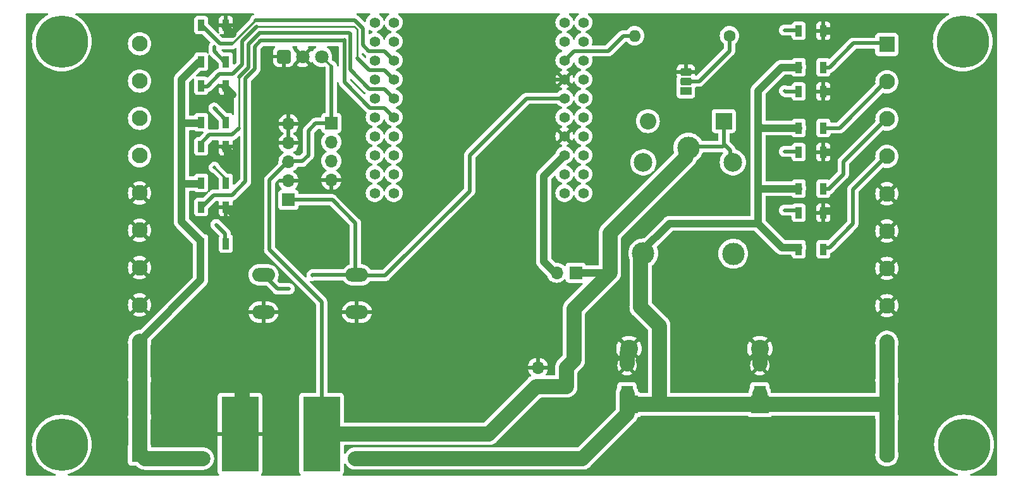
<source format=gtl>
G04 #@! TF.GenerationSoftware,KiCad,Pcbnew,7.0.5-4d25ed1034~172~ubuntu22.04.1*
G04 #@! TF.CreationDate,2023-06-02T18:09:35+02:00*
G04 #@! TF.ProjectId,ESP32_mini_8Port_WLED,45535033-325f-46d6-996e-695f38506f72,rev?*
G04 #@! TF.SameCoordinates,Original*
G04 #@! TF.FileFunction,Copper,L1,Top*
G04 #@! TF.FilePolarity,Positive*
%FSLAX46Y46*%
G04 Gerber Fmt 4.6, Leading zero omitted, Abs format (unit mm)*
G04 Created by KiCad (PCBNEW 7.0.5-4d25ed1034~172~ubuntu22.04.1) date 2023-06-02 18:09:35*
%MOMM*%
%LPD*%
G01*
G04 APERTURE LIST*
G04 Aperture macros list*
%AMRoundRect*
0 Rectangle with rounded corners*
0 $1 Rounding radius*
0 $2 $3 $4 $5 $6 $7 $8 $9 X,Y pos of 4 corners*
0 Add a 4 corners polygon primitive as box body*
4,1,4,$2,$3,$4,$5,$6,$7,$8,$9,$2,$3,0*
0 Add four circle primitives for the rounded corners*
1,1,$1+$1,$2,$3*
1,1,$1+$1,$4,$5*
1,1,$1+$1,$6,$7*
1,1,$1+$1,$8,$9*
0 Add four rect primitives between the rounded corners*
20,1,$1+$1,$2,$3,$4,$5,0*
20,1,$1+$1,$4,$5,$6,$7,0*
20,1,$1+$1,$6,$7,$8,$9,0*
20,1,$1+$1,$8,$9,$2,$3,0*%
G04 Aperture macros list end*
G04 #@! TA.AperFunction,ComponentPad*
%ADD10R,1.600000X1.600000*%
G04 #@! TD*
G04 #@! TA.AperFunction,ComponentPad*
%ADD11C,1.600000*%
G04 #@! TD*
G04 #@! TA.AperFunction,ComponentPad*
%ADD12R,2.100000X2.100000*%
G04 #@! TD*
G04 #@! TA.AperFunction,ComponentPad*
%ADD13C,2.100000*%
G04 #@! TD*
G04 #@! TA.AperFunction,ComponentPad*
%ADD14R,1.700000X1.700000*%
G04 #@! TD*
G04 #@! TA.AperFunction,ComponentPad*
%ADD15O,1.700000X1.700000*%
G04 #@! TD*
G04 #@! TA.AperFunction,ComponentPad*
%ADD16C,0.800000*%
G04 #@! TD*
G04 #@! TA.AperFunction,ComponentPad*
%ADD17C,7.000000*%
G04 #@! TD*
G04 #@! TA.AperFunction,ComponentPad*
%ADD18C,1.400000*%
G04 #@! TD*
G04 #@! TA.AperFunction,ComponentPad*
%ADD19O,1.600000X1.600000*%
G04 #@! TD*
G04 #@! TA.AperFunction,ComponentPad*
%ADD20RoundRect,0.250200X-0.649800X-0.649800X0.649800X-0.649800X0.649800X0.649800X-0.649800X0.649800X0*%
G04 #@! TD*
G04 #@! TA.AperFunction,ComponentPad*
%ADD21C,1.800000*%
G04 #@! TD*
G04 #@! TA.AperFunction,SMDPad,CuDef*
%ADD22R,0.900000X1.500000*%
G04 #@! TD*
G04 #@! TA.AperFunction,ComponentPad*
%ADD23O,3.048000X1.850000*%
G04 #@! TD*
G04 #@! TA.AperFunction,ComponentPad*
%ADD24R,2.400000X2.400000*%
G04 #@! TD*
G04 #@! TA.AperFunction,ComponentPad*
%ADD25C,2.400000*%
G04 #@! TD*
G04 #@! TA.AperFunction,SMDPad,CuDef*
%ADD26R,5.000000X10.000000*%
G04 #@! TD*
G04 #@! TA.AperFunction,ComponentPad*
%ADD27R,2.200000X2.200000*%
G04 #@! TD*
G04 #@! TA.AperFunction,ComponentPad*
%ADD28O,2.200000X2.200000*%
G04 #@! TD*
G04 #@! TA.AperFunction,ComponentPad*
%ADD29C,3.000000*%
G04 #@! TD*
G04 #@! TA.AperFunction,ComponentPad*
%ADD30C,2.500000*%
G04 #@! TD*
G04 #@! TA.AperFunction,ComponentPad*
%ADD31R,1.500000X1.050000*%
G04 #@! TD*
G04 #@! TA.AperFunction,ComponentPad*
%ADD32RoundRect,0.262500X0.487500X-0.262500X0.487500X0.262500X-0.487500X0.262500X-0.487500X-0.262500X0*%
G04 #@! TD*
G04 #@! TA.AperFunction,BGAPad,CuDef*
%ADD33R,5.000000X10.000000*%
G04 #@! TD*
G04 #@! TA.AperFunction,ViaPad*
%ADD34C,2.000000*%
G04 #@! TD*
G04 #@! TA.AperFunction,ViaPad*
%ADD35C,0.500000*%
G04 #@! TD*
G04 #@! TA.AperFunction,ViaPad*
%ADD36C,1.000000*%
G04 #@! TD*
G04 #@! TA.AperFunction,Conductor*
%ADD37C,2.000000*%
G04 #@! TD*
G04 #@! TA.AperFunction,Conductor*
%ADD38C,1.000000*%
G04 #@! TD*
G04 #@! TA.AperFunction,Conductor*
%ADD39C,0.500000*%
G04 #@! TD*
G04 #@! TA.AperFunction,Conductor*
%ADD40C,0.250000*%
G04 #@! TD*
G04 APERTURE END LIST*
D10*
X173482000Y-128214000D03*
D11*
X173482000Y-124714000D03*
D12*
X190500000Y-81680000D03*
D13*
X190500000Y-86680000D03*
X190500000Y-91680000D03*
X190500000Y-96680000D03*
X190500000Y-101680000D03*
X190500000Y-106680000D03*
X190500000Y-111680000D03*
X190500000Y-116680000D03*
X190500000Y-121680000D03*
X190500000Y-126680000D03*
X190500000Y-131680000D03*
X190500000Y-136680000D03*
D14*
X110370000Y-102510000D03*
D15*
X110370000Y-99970000D03*
X110370000Y-97430000D03*
X110370000Y-94890000D03*
X110370000Y-92350000D03*
D12*
X90424000Y-136586000D03*
D13*
X90424000Y-131586000D03*
X90424000Y-126586000D03*
X90424000Y-121586000D03*
X90424000Y-116586000D03*
X90424000Y-111586000D03*
X90424000Y-106586000D03*
X90424000Y-101586000D03*
X90424000Y-96586000D03*
X90424000Y-91586000D03*
X90424000Y-86586000D03*
X90424000Y-81586000D03*
D16*
X198035000Y-81280000D03*
X198803845Y-79423845D03*
X198803845Y-83136155D03*
X200660000Y-78655000D03*
D17*
X200660000Y-81280000D03*
X200660000Y-81280000D03*
D16*
X200660000Y-83905000D03*
X202516155Y-79423845D03*
X202516155Y-83136155D03*
X203285000Y-81280000D03*
D18*
X121920000Y-78740000D03*
X124460000Y-78740000D03*
X121920000Y-81280000D03*
X124460000Y-81280000D03*
X121920000Y-83820000D03*
X124460000Y-83820000D03*
X121920000Y-86360000D03*
X124460000Y-86360000D03*
X121920000Y-88900000D03*
X124460000Y-88900000D03*
X121920000Y-91440000D03*
X124460000Y-91440000D03*
X121920000Y-93980000D03*
X124460000Y-93980000D03*
X121920000Y-96520000D03*
X124460000Y-96520000D03*
X121920000Y-99060000D03*
X124460000Y-99060000D03*
X121920000Y-101600000D03*
X124460000Y-101600000D03*
X147320000Y-78740000D03*
X149860000Y-78740000D03*
X147320000Y-81280000D03*
X149860000Y-81280000D03*
X147320000Y-83820000D03*
X149860000Y-83820000D03*
X147320000Y-86360000D03*
X149860000Y-86360000D03*
X147320000Y-88900000D03*
X149860000Y-88900000D03*
X147320000Y-91440000D03*
X149860000Y-91440000D03*
X147320000Y-93980000D03*
X149860000Y-93980000D03*
X147320000Y-96520000D03*
X149860000Y-96520000D03*
X147320000Y-99060000D03*
X149860000Y-99060000D03*
X147320000Y-101600000D03*
X149860000Y-101600000D03*
D14*
X116103000Y-92212000D03*
D15*
X116103000Y-94752000D03*
X116103000Y-97292000D03*
X116103000Y-99832000D03*
D10*
X155702000Y-128214000D03*
D11*
X155702000Y-124714000D03*
X169418000Y-80518000D03*
D19*
X156718000Y-80518000D03*
D20*
X109728000Y-83303000D03*
D21*
X112268000Y-83303000D03*
X114808000Y-83303000D03*
D22*
X98680000Y-108368000D03*
X101980000Y-108368000D03*
X101980000Y-103468000D03*
X98680000Y-103468000D03*
D23*
X119524000Y-117562000D03*
X107024000Y-117562000D03*
X119524000Y-112562000D03*
X107024000Y-112562000D03*
D24*
X173482000Y-129928000D03*
D25*
X173482000Y-122428000D03*
D26*
X103886000Y-133858000D03*
D22*
X178690000Y-101002000D03*
X181990000Y-101002000D03*
X181990000Y-96102000D03*
X178690000Y-96102000D03*
D24*
X155956000Y-129928000D03*
D25*
X155956000Y-122428000D03*
D27*
X168656000Y-91948000D03*
D28*
X158496000Y-91948000D03*
D22*
X98680000Y-100240000D03*
X101980000Y-100240000D03*
X101980000Y-95340000D03*
X98680000Y-95340000D03*
D14*
X148844000Y-112268000D03*
D15*
X146304000Y-112268000D03*
D29*
X163926000Y-95528000D03*
D30*
X157876000Y-97478000D03*
D29*
X157876000Y-109678000D03*
X169926000Y-109728000D03*
D30*
X169876000Y-97478000D03*
D22*
X178690000Y-109130000D03*
X181990000Y-109130000D03*
X181990000Y-104230000D03*
X178690000Y-104230000D03*
X178690000Y-84746000D03*
X181990000Y-84746000D03*
X181990000Y-79846000D03*
X178690000Y-79846000D03*
D31*
X163576000Y-87884000D03*
D32*
X163576000Y-86614000D03*
X163576000Y-85344000D03*
D22*
X98680000Y-83984000D03*
X101980000Y-83984000D03*
X101980000Y-79084000D03*
X98680000Y-79084000D03*
D14*
X143764000Y-127508000D03*
D15*
X143764000Y-124968000D03*
D22*
X178690000Y-92874000D03*
X181990000Y-92874000D03*
X181990000Y-87974000D03*
X178690000Y-87974000D03*
D16*
X77385000Y-135297000D03*
X78153845Y-133440845D03*
X78153845Y-137153155D03*
X80010000Y-132672000D03*
D17*
X80010000Y-135297000D03*
X80010000Y-135297000D03*
D16*
X80010000Y-137922000D03*
X81866155Y-133440845D03*
X81866155Y-137153155D03*
X82635000Y-135297000D03*
D22*
X98680000Y-92112000D03*
X101980000Y-92112000D03*
X101980000Y-87212000D03*
X98680000Y-87212000D03*
D16*
X77385000Y-81280000D03*
X78153845Y-79423845D03*
X78153845Y-83136155D03*
X80010000Y-78655000D03*
D17*
X80010000Y-81280000D03*
X80010000Y-81280000D03*
D16*
X80010000Y-83905000D03*
X81866155Y-79423845D03*
X81866155Y-83136155D03*
X82635000Y-81280000D03*
D33*
X114808000Y-133858000D03*
D16*
X198210845Y-135303845D03*
X198979690Y-133447690D03*
X198979690Y-137160000D03*
X200835845Y-132678845D03*
D17*
X200835845Y-135303845D03*
X200835845Y-135303845D03*
D16*
X200835845Y-137928845D03*
X202692000Y-133447690D03*
X202692000Y-137160000D03*
X203460845Y-135303845D03*
D34*
X119360000Y-137170000D03*
X98900000Y-137175000D03*
D35*
X176784000Y-79756000D03*
X176784000Y-87884000D03*
X176784000Y-96012000D03*
X176784000Y-103886000D03*
X100675000Y-105825000D03*
X100450000Y-98175000D03*
X100400000Y-90225000D03*
X100450000Y-81975000D03*
D36*
X183896000Y-87884000D03*
D35*
X113100000Y-90125000D03*
D36*
X183388000Y-103886000D03*
X102870000Y-96520000D03*
X102870000Y-104394000D03*
X102870000Y-80264000D03*
D35*
X130825000Y-86125000D03*
D34*
X104140000Y-124968000D03*
D35*
X112575000Y-89350000D03*
D36*
X183896000Y-79756000D03*
X183896000Y-95758000D03*
X102870000Y-88392000D03*
D35*
X110450000Y-114430000D03*
X113540000Y-112620000D03*
D37*
X155702000Y-129928000D02*
X190380000Y-129928000D01*
D38*
X96012000Y-105410000D02*
X96012000Y-86360000D01*
X173228000Y-105664000D02*
X173228000Y-87884000D01*
X96016000Y-100326000D02*
X96012000Y-100330000D01*
D37*
X149720000Y-137170000D02*
X155702000Y-131188000D01*
D38*
X176366000Y-84746000D02*
X178690000Y-84746000D01*
D37*
X160020000Y-119380000D02*
X160020000Y-129928000D01*
X155702000Y-128468000D02*
X155702000Y-131188000D01*
X173482000Y-129928000D02*
X173482000Y-128468000D01*
D38*
X173228000Y-105664000D02*
X161398000Y-105664000D01*
D37*
X119360000Y-137170000D02*
X149720000Y-137170000D01*
D38*
X176440000Y-108876000D02*
X173228000Y-105664000D01*
X178690000Y-108876000D02*
X176440000Y-108876000D01*
D37*
X190380000Y-129928000D02*
X190500000Y-130048000D01*
X90424000Y-136440000D02*
X90424000Y-121440000D01*
D38*
X161398000Y-105664000D02*
X157526000Y-109536000D01*
D37*
X190500000Y-136520000D02*
X190500000Y-121520000D01*
X157526000Y-116886000D02*
X160020000Y-119380000D01*
D38*
X173318000Y-101002000D02*
X173228000Y-101092000D01*
X178690000Y-101002000D02*
X173318000Y-101002000D01*
X178690000Y-92874000D02*
X173646000Y-92874000D01*
X173228000Y-87884000D02*
X176366000Y-84746000D01*
X98600000Y-92198000D02*
X96016000Y-92198000D01*
X96012000Y-86360000D02*
X98302000Y-84070000D01*
D37*
X157526000Y-109536000D02*
X157526000Y-116886000D01*
D38*
X98600000Y-113264000D02*
X90424000Y-121440000D01*
X98600000Y-100326000D02*
X96016000Y-100326000D01*
X98600000Y-107998000D02*
X96012000Y-105410000D01*
X98302000Y-84070000D02*
X98600000Y-84070000D01*
X98600000Y-113264000D02*
X98600000Y-107998000D01*
D37*
X98900000Y-137175000D02*
X91159000Y-137175000D01*
D38*
X173646000Y-92874000D02*
X173228000Y-92456000D01*
D37*
X91159000Y-137175000D02*
X90424000Y-136440000D01*
D39*
X181990000Y-84746000D02*
X182790000Y-84746000D01*
X186016000Y-81520000D02*
X190500000Y-81520000D01*
X182790000Y-84746000D02*
X186016000Y-81520000D01*
X176784000Y-79756000D02*
X178600000Y-79756000D01*
X184146000Y-92874000D02*
X190500000Y-86520000D01*
X181990000Y-92874000D02*
X184146000Y-92874000D01*
D40*
X176874000Y-87974000D02*
X176784000Y-87884000D01*
D39*
X178690000Y-87974000D02*
X176874000Y-87974000D01*
X181990000Y-101002000D02*
X182790000Y-101002000D01*
X184658000Y-97362000D02*
X184658000Y-99060000D01*
X184658000Y-99060000D02*
X182790000Y-100928000D01*
D40*
X182790000Y-100928000D02*
X182790000Y-101002000D01*
D39*
X190500000Y-91520000D02*
X184658000Y-97362000D01*
X176784000Y-96012000D02*
X178600000Y-96012000D01*
X182790000Y-108876000D02*
X181990000Y-108876000D01*
X185928000Y-101092000D02*
X185928000Y-105738000D01*
X190500000Y-96520000D02*
X185928000Y-101092000D01*
X185928000Y-105738000D02*
X182790000Y-108876000D01*
X176784000Y-103886000D02*
X178600000Y-103886000D01*
X101900000Y-107050000D02*
X100675000Y-105825000D01*
X101900000Y-108200000D02*
X101900000Y-107050000D01*
X105850000Y-84975000D02*
X105850000Y-81950000D01*
X121275000Y-90175000D02*
X123195000Y-90175000D01*
X98925000Y-103300000D02*
X100350000Y-101875000D01*
X106650000Y-81150000D02*
X117775000Y-81150000D01*
X104625000Y-100025000D02*
X104625000Y-86200000D01*
X117850000Y-81075000D02*
X117850000Y-86750000D01*
X123195000Y-90175000D02*
X124460000Y-91440000D01*
X102775000Y-101875000D02*
X104625000Y-100025000D01*
X105850000Y-81950000D02*
X106650000Y-81150000D01*
X104625000Y-86200000D02*
X105850000Y-84975000D01*
X117850000Y-86750000D02*
X121275000Y-90175000D01*
X100350000Y-101875000D02*
X102775000Y-101875000D01*
D40*
X117775000Y-81150000D02*
X117850000Y-81075000D01*
X101900000Y-99625000D02*
X100450000Y-98175000D01*
X101900000Y-100326000D02*
X101900000Y-99625000D01*
D39*
X99800000Y-93800000D02*
X102775000Y-93800000D01*
X105025000Y-81675000D02*
X106450000Y-80250000D01*
X98600000Y-95000000D02*
X99800000Y-93800000D01*
X121200000Y-87625000D02*
X123185000Y-87625000D01*
D40*
X118500000Y-80125000D02*
X118625000Y-80250000D01*
D39*
X118625000Y-85050000D02*
X121200000Y-87625000D01*
X105025000Y-84750000D02*
X105025000Y-81675000D01*
X103700000Y-86075000D02*
X105025000Y-84750000D01*
X106450000Y-80125000D02*
X118500000Y-80125000D01*
D40*
X106450000Y-80250000D02*
X106450000Y-80125000D01*
D39*
X102775000Y-93800000D02*
X103700000Y-92875000D01*
X118625000Y-80250000D02*
X118625000Y-85050000D01*
D40*
X103700000Y-92875000D02*
X103700000Y-86075000D01*
D39*
X123185000Y-87625000D02*
X124460000Y-88900000D01*
X101900000Y-91725000D02*
X100400000Y-90225000D01*
X123225000Y-85125000D02*
X124460000Y-86360000D01*
X102900000Y-85625000D02*
X104175000Y-84350000D01*
X121150000Y-85125000D02*
X123225000Y-85125000D01*
X104175000Y-81200000D02*
X106125000Y-79250000D01*
D40*
X119550000Y-79625000D02*
X119550000Y-83525000D01*
D39*
X104175000Y-84350000D02*
X104175000Y-81200000D01*
X99477000Y-87298000D02*
X101150000Y-85625000D01*
D40*
X106125000Y-79250000D02*
X119175000Y-79250000D01*
D39*
X98600000Y-87298000D02*
X99477000Y-87298000D01*
X119550000Y-83525000D02*
X121150000Y-85125000D01*
D40*
X119175000Y-79250000D02*
X119550000Y-79625000D01*
D39*
X101150000Y-85625000D02*
X102900000Y-85625000D01*
X101900000Y-84070000D02*
X100450000Y-82620000D01*
X100450000Y-82620000D02*
X100450000Y-81975000D01*
X120325000Y-81750000D02*
X120325000Y-79500000D01*
X124460000Y-83820000D02*
X123190000Y-82550000D01*
X102800000Y-81575000D02*
X101200000Y-81575000D01*
X119275000Y-78450000D02*
X105925000Y-78450000D01*
X120325000Y-79500000D02*
X119275000Y-78450000D01*
X101200000Y-81575000D02*
X98795000Y-79170000D01*
X123190000Y-82550000D02*
X121125000Y-82550000D01*
X121125000Y-82550000D02*
X120325000Y-81750000D01*
D40*
X105925000Y-78450000D02*
X102800000Y-81575000D01*
D37*
X147574000Y-124968000D02*
X148590000Y-123952000D01*
X153416000Y-112268000D02*
X153416000Y-106934000D01*
D39*
X168520000Y-95386000D02*
X163576000Y-95386000D01*
D37*
X148590000Y-123952000D02*
X148590000Y-117094000D01*
D40*
X114808000Y-83303000D02*
X116103000Y-84598000D01*
D37*
X143535000Y-127508000D02*
X147574000Y-127508000D01*
D39*
X168656000Y-94996000D02*
X168656000Y-91694000D01*
X112210000Y-97340000D02*
X113030000Y-96520000D01*
X107840000Y-99875000D02*
X107840000Y-109190000D01*
X168656000Y-94996000D02*
X169526000Y-95866000D01*
X110375000Y-97340000D02*
X112210000Y-97340000D01*
X116103000Y-84598000D02*
X116103000Y-92212000D01*
X113030000Y-93218000D02*
X113988000Y-92260000D01*
X169526000Y-97336000D02*
X169526000Y-95866000D01*
D37*
X153416000Y-106934000D02*
X163576000Y-96774000D01*
X147574000Y-127508000D02*
X147574000Y-124968000D01*
X137185000Y-133858000D02*
X143535000Y-127508000D01*
X148590000Y-117094000D02*
X153416000Y-112268000D01*
D39*
X114808000Y-116158000D02*
X114808000Y-133858000D01*
X110375000Y-97340000D02*
X107840000Y-99875000D01*
D37*
X163576000Y-96774000D02*
X163576000Y-95386000D01*
X114808000Y-133858000D02*
X137185000Y-133858000D01*
D39*
X107840000Y-109190000D02*
X114808000Y-116158000D01*
X113988000Y-92260000D02*
X116050000Y-92260000D01*
X113030000Y-96520000D02*
X113030000Y-93218000D01*
X168783000Y-95123000D02*
X168520000Y-95386000D01*
D38*
X148844000Y-112268000D02*
X153416000Y-112268000D01*
D39*
X163174000Y-86614000D02*
X165354000Y-86614000D01*
X165354000Y-86614000D02*
X169418000Y-82550000D01*
X169418000Y-82550000D02*
X169418000Y-80518000D01*
X147320000Y-83820000D02*
X148590000Y-82550000D01*
X148590000Y-82550000D02*
X153162000Y-82550000D01*
X155194000Y-80518000D02*
X156718000Y-80518000D01*
X153162000Y-82550000D02*
X155194000Y-80518000D01*
D38*
X144526000Y-110744000D02*
X144526000Y-99314000D01*
X145796000Y-112014000D02*
X144526000Y-110744000D01*
X144526000Y-99314000D02*
X147320000Y-96520000D01*
X102870000Y-104358000D02*
X101980000Y-103468000D01*
X101900000Y-79170000D02*
X101900000Y-79294000D01*
D39*
X131060000Y-86360000D02*
X147320000Y-86360000D01*
D38*
X183298000Y-103976000D02*
X183388000Y-103886000D01*
D39*
X112575000Y-89600000D02*
X113100000Y-90125000D01*
D38*
X181990000Y-87974000D02*
X183806000Y-87974000D01*
X183552000Y-96102000D02*
X183896000Y-95758000D01*
X181990000Y-96102000D02*
X183552000Y-96102000D01*
X102870000Y-104394000D02*
X102870000Y-104358000D01*
X101900000Y-87298000D02*
X101900000Y-87422000D01*
D40*
X112575000Y-89350000D02*
X112575000Y-89600000D01*
D37*
X173482000Y-123056000D02*
X173482000Y-124516000D01*
D38*
X181990000Y-79846000D02*
X183806000Y-79846000D01*
X101900000Y-79294000D02*
X102870000Y-80264000D01*
X101900000Y-87422000D02*
X102870000Y-88392000D01*
X183806000Y-79846000D02*
X183896000Y-79756000D01*
X183806000Y-87974000D02*
X183896000Y-87884000D01*
D37*
X104140000Y-124968000D02*
X104140000Y-133604000D01*
D40*
X130825000Y-86125000D02*
X131060000Y-86360000D01*
D38*
X101900000Y-95426000D02*
X101900000Y-95550000D01*
X101900000Y-95550000D02*
X102870000Y-96520000D01*
D37*
X155702000Y-123056000D02*
X155702000Y-124516000D01*
D38*
X181990000Y-103976000D02*
X183298000Y-103976000D01*
D39*
X123316000Y-112650000D02*
X119335000Y-112650000D01*
X134620000Y-101346000D02*
X123316000Y-112650000D01*
X142240000Y-88900000D02*
X134620000Y-96520000D01*
X108892000Y-114430000D02*
X107024000Y-112562000D01*
X116230000Y-102510000D02*
X110370000Y-102510000D01*
X119335000Y-105615000D02*
X116230000Y-102510000D01*
X134620000Y-96520000D02*
X134620000Y-101346000D01*
X119524000Y-112562000D02*
X113598000Y-112562000D01*
X110450000Y-114430000D02*
X108892000Y-114430000D01*
X147320000Y-88900000D02*
X142240000Y-88900000D01*
X119335000Y-112650000D02*
X119335000Y-105615000D01*
X113598000Y-112562000D02*
X113540000Y-112620000D01*
G04 #@! TA.AperFunction,Conductor*
G36*
X78160291Y-77519685D02*
G01*
X78206046Y-77572489D01*
X78215990Y-77641647D01*
X78186965Y-77705203D01*
X78146269Y-77736094D01*
X78121910Y-77747614D01*
X78121904Y-77747618D01*
X77784763Y-77949692D01*
X77469043Y-78183846D01*
X77177807Y-78447807D01*
X76913846Y-78739043D01*
X76679692Y-79054763D01*
X76477620Y-79391899D01*
X76309562Y-79747227D01*
X76309561Y-79747229D01*
X76177143Y-80117315D01*
X76081637Y-80498593D01*
X76030288Y-80844764D01*
X76023962Y-80887409D01*
X76004675Y-81280000D01*
X76023962Y-81672591D01*
X76023962Y-81672597D01*
X76023963Y-81672599D01*
X76030485Y-81716567D01*
X76076162Y-82024500D01*
X76081637Y-82061406D01*
X76177143Y-82442684D01*
X76309561Y-82812770D01*
X76309562Y-82812772D01*
X76477620Y-83168100D01*
X76673857Y-83495501D01*
X76679694Y-83505239D01*
X76882834Y-83779142D01*
X76913846Y-83820956D01*
X77177807Y-84112192D01*
X77469043Y-84376153D01*
X77469049Y-84376158D01*
X77784761Y-84610306D01*
X77875697Y-84664811D01*
X78121899Y-84812379D01*
X78121902Y-84812380D01*
X78121903Y-84812381D01*
X78477228Y-84980438D01*
X78847316Y-85112857D01*
X79228600Y-85208364D01*
X79617409Y-85266038D01*
X80010000Y-85285325D01*
X80402591Y-85266038D01*
X80791400Y-85208364D01*
X81172684Y-85112857D01*
X81542772Y-84980438D01*
X81898097Y-84812381D01*
X82235239Y-84610306D01*
X82550951Y-84376158D01*
X82842192Y-84112192D01*
X83106158Y-83820951D01*
X83340306Y-83505239D01*
X83542381Y-83168097D01*
X83710438Y-82812772D01*
X83842857Y-82442684D01*
X83938364Y-82061400D01*
X83996038Y-81672591D01*
X84000292Y-81586000D01*
X88868706Y-81586000D01*
X88887853Y-81829297D01*
X88887853Y-81829300D01*
X88887854Y-81829302D01*
X88938954Y-82042147D01*
X88944830Y-82066619D01*
X89038222Y-82292089D01*
X89165737Y-82500173D01*
X89165738Y-82500176D01*
X89198183Y-82538164D01*
X89324241Y-82685759D01*
X89459952Y-82801667D01*
X89509823Y-82844261D01*
X89509826Y-82844262D01*
X89717910Y-82971777D01*
X89832546Y-83019260D01*
X89920293Y-83055606D01*
X89943381Y-83065169D01*
X89943378Y-83065169D01*
X89943384Y-83065170D01*
X89943388Y-83065172D01*
X90180698Y-83122146D01*
X90424000Y-83141294D01*
X90667302Y-83122146D01*
X90904612Y-83065172D01*
X91130089Y-82971777D01*
X91338179Y-82844259D01*
X91523759Y-82685759D01*
X91682259Y-82500179D01*
X91809777Y-82292089D01*
X91903172Y-82066612D01*
X91960146Y-81829302D01*
X91979294Y-81586000D01*
X91960146Y-81342698D01*
X91903172Y-81105388D01*
X91903169Y-81105380D01*
X91809777Y-80879910D01*
X91682262Y-80671826D01*
X91682261Y-80671823D01*
X91605653Y-80582127D01*
X91523759Y-80486241D01*
X91378030Y-80361777D01*
X91338176Y-80327738D01*
X91338173Y-80327737D01*
X91130089Y-80200222D01*
X90904618Y-80106830D01*
X90904621Y-80106830D01*
X90798992Y-80081470D01*
X90667302Y-80049854D01*
X90667300Y-80049853D01*
X90667297Y-80049853D01*
X90424000Y-80030706D01*
X90180702Y-80049853D01*
X90180697Y-80049854D01*
X90180698Y-80049854D01*
X89945417Y-80106341D01*
X89943380Y-80106830D01*
X89717910Y-80200222D01*
X89509826Y-80327737D01*
X89509823Y-80327738D01*
X89324241Y-80486241D01*
X89165738Y-80671823D01*
X89165737Y-80671826D01*
X89038222Y-80879910D01*
X88944830Y-81105380D01*
X88887853Y-81342702D01*
X88868706Y-81586000D01*
X84000292Y-81586000D01*
X84015325Y-81280000D01*
X83996038Y-80887409D01*
X83938364Y-80498600D01*
X83842857Y-80117316D01*
X83710438Y-79747228D01*
X83542381Y-79391903D01*
X83539701Y-79387432D01*
X83355889Y-79080760D01*
X83340306Y-79054761D01*
X83106158Y-78739049D01*
X83106153Y-78739043D01*
X82842192Y-78447807D01*
X82550956Y-78183846D01*
X82506289Y-78150719D01*
X82235239Y-77949694D01*
X82204837Y-77931472D01*
X82052898Y-77840403D01*
X81898097Y-77747619D01*
X81898095Y-77747618D01*
X81898089Y-77747614D01*
X81873731Y-77736094D01*
X81821544Y-77689637D01*
X81802759Y-77622339D01*
X81823340Y-77555570D01*
X81876752Y-77510526D01*
X81926748Y-77500000D01*
X105637550Y-77500000D01*
X105704589Y-77519685D01*
X105750344Y-77572489D01*
X105760288Y-77641647D01*
X105731263Y-77705203D01*
X105679960Y-77740522D01*
X105585884Y-77774762D01*
X105585880Y-77774764D01*
X105439306Y-77871167D01*
X105439305Y-77871168D01*
X105318910Y-77998778D01*
X105231188Y-78150718D01*
X105231185Y-78150725D01*
X105193800Y-78275599D01*
X105162691Y-78327716D01*
X102702228Y-80788181D01*
X102640905Y-80821666D01*
X102614547Y-80824500D01*
X101562229Y-80824500D01*
X101495190Y-80804815D01*
X101474548Y-80788181D01*
X101173940Y-80487573D01*
X101140455Y-80426250D01*
X101145439Y-80356558D01*
X101187311Y-80300625D01*
X101252775Y-80276208D01*
X101304954Y-80283710D01*
X101422620Y-80327596D01*
X101422627Y-80327598D01*
X101482155Y-80333999D01*
X101482172Y-80334000D01*
X101730000Y-80334000D01*
X101730000Y-79334000D01*
X102230000Y-79334000D01*
X102230000Y-80334000D01*
X102477828Y-80334000D01*
X102477844Y-80333999D01*
X102537372Y-80327598D01*
X102537379Y-80327596D01*
X102672086Y-80277354D01*
X102672093Y-80277350D01*
X102787187Y-80191190D01*
X102787190Y-80191187D01*
X102873350Y-80076093D01*
X102873354Y-80076086D01*
X102923596Y-79941379D01*
X102923598Y-79941372D01*
X102929999Y-79881844D01*
X102930000Y-79881827D01*
X102930000Y-79334000D01*
X102230000Y-79334000D01*
X101730000Y-79334000D01*
X101030000Y-79334000D01*
X101030000Y-79881844D01*
X101036401Y-79941372D01*
X101036403Y-79941380D01*
X101080289Y-80059045D01*
X101085273Y-80128737D01*
X101051788Y-80190060D01*
X100990464Y-80223544D01*
X100920773Y-80218559D01*
X100876426Y-80190059D01*
X100568243Y-79881876D01*
X99666818Y-78980450D01*
X99633333Y-78919127D01*
X99630499Y-78892769D01*
X99630499Y-78834000D01*
X101030000Y-78834000D01*
X101730000Y-78834000D01*
X101730000Y-77834000D01*
X102230000Y-77834000D01*
X102230000Y-78834000D01*
X102930000Y-78834000D01*
X102930000Y-78286172D01*
X102929999Y-78286155D01*
X102923598Y-78226627D01*
X102923596Y-78226620D01*
X102873354Y-78091913D01*
X102873350Y-78091906D01*
X102787190Y-77976812D01*
X102787187Y-77976809D01*
X102672093Y-77890649D01*
X102672086Y-77890645D01*
X102537379Y-77840403D01*
X102537372Y-77840401D01*
X102477844Y-77834000D01*
X102230000Y-77834000D01*
X101730000Y-77834000D01*
X101482155Y-77834000D01*
X101422627Y-77840401D01*
X101422620Y-77840403D01*
X101287913Y-77890645D01*
X101287906Y-77890649D01*
X101172812Y-77976809D01*
X101172809Y-77976812D01*
X101086649Y-78091906D01*
X101086645Y-78091913D01*
X101036403Y-78226620D01*
X101036401Y-78226627D01*
X101030000Y-78286155D01*
X101030000Y-78834000D01*
X99630499Y-78834000D01*
X99630499Y-78286129D01*
X99630498Y-78286123D01*
X99630497Y-78286116D01*
X99624091Y-78226517D01*
X99608174Y-78183842D01*
X99573797Y-78091671D01*
X99573793Y-78091664D01*
X99487547Y-77976455D01*
X99487544Y-77976452D01*
X99372335Y-77890206D01*
X99372328Y-77890202D01*
X99237482Y-77839908D01*
X99237483Y-77839908D01*
X99177883Y-77833501D01*
X99177881Y-77833500D01*
X99177873Y-77833500D01*
X99177864Y-77833500D01*
X98182129Y-77833500D01*
X98182123Y-77833501D01*
X98122516Y-77839908D01*
X97987671Y-77890202D01*
X97987664Y-77890206D01*
X97872455Y-77976452D01*
X97872452Y-77976455D01*
X97786206Y-78091664D01*
X97786202Y-78091671D01*
X97735908Y-78226517D01*
X97730632Y-78275599D01*
X97729501Y-78286123D01*
X97729500Y-78286135D01*
X97729500Y-79881870D01*
X97729501Y-79881876D01*
X97735908Y-79941483D01*
X97786202Y-80076328D01*
X97786206Y-80076335D01*
X97872452Y-80191544D01*
X97872455Y-80191547D01*
X97987664Y-80277793D01*
X97987671Y-80277797D01*
X98023910Y-80291313D01*
X98122517Y-80328091D01*
X98182127Y-80334500D01*
X98846769Y-80334499D01*
X98913808Y-80354183D01*
X98934450Y-80370818D01*
X99875951Y-81312319D01*
X99909436Y-81373642D01*
X99904452Y-81443334D01*
X99875951Y-81487681D01*
X99859526Y-81504105D01*
X99859520Y-81504112D01*
X99844218Y-81528465D01*
X99839214Y-81535335D01*
X99818698Y-81559786D01*
X99818695Y-81559790D01*
X99796771Y-81603445D01*
X99793861Y-81608608D01*
X99769544Y-81647307D01*
X99758922Y-81677661D01*
X99755806Y-81685012D01*
X99739959Y-81716567D01*
X99729472Y-81760813D01*
X99727664Y-81766994D01*
X99713687Y-81806936D01*
X99709706Y-81842258D01*
X99708425Y-81849616D01*
X99699500Y-81887280D01*
X99699500Y-81929369D01*
X99699110Y-81936309D01*
X99698403Y-81942590D01*
X99694751Y-81974998D01*
X99694751Y-81975004D01*
X99699109Y-82013683D01*
X99699499Y-82020629D01*
X99699500Y-82556294D01*
X99698191Y-82574263D01*
X99694710Y-82598025D01*
X99699264Y-82650064D01*
X99699500Y-82655470D01*
X99699500Y-82663712D01*
X99703202Y-82695391D01*
X99703383Y-82697159D01*
X99703385Y-82697181D01*
X99703386Y-82697185D01*
X99710000Y-82772792D01*
X99711461Y-82779867D01*
X99709023Y-82780370D01*
X99711007Y-82838468D01*
X99675260Y-82898500D01*
X99612732Y-82929677D01*
X99543274Y-82922099D01*
X99491640Y-82881923D01*
X99487997Y-82877057D01*
X99487546Y-82876454D01*
X99487545Y-82876453D01*
X99487544Y-82876452D01*
X99372335Y-82790206D01*
X99372328Y-82790202D01*
X99237482Y-82739908D01*
X99237483Y-82739908D01*
X99177883Y-82733501D01*
X99177881Y-82733500D01*
X99177873Y-82733500D01*
X99177864Y-82733500D01*
X98182129Y-82733500D01*
X98182123Y-82733501D01*
X98122516Y-82739908D01*
X97987671Y-82790202D01*
X97987664Y-82790206D01*
X97872455Y-82876452D01*
X97872452Y-82876455D01*
X97786206Y-82991664D01*
X97786202Y-82991671D01*
X97735908Y-83126517D01*
X97729499Y-83186132D01*
X97729350Y-83188912D01*
X97706098Y-83254799D01*
X97673772Y-83285792D01*
X97666484Y-83290595D01*
X97666478Y-83290600D01*
X97623109Y-83333968D01*
X97619655Y-83337169D01*
X97573102Y-83377136D01*
X97552076Y-83404298D01*
X97546885Y-83410192D01*
X95314090Y-85642988D01*
X95312966Y-85644084D01*
X95248946Y-85704942D01*
X95213899Y-85755294D01*
X95211062Y-85759056D01*
X95172302Y-85806592D01*
X95172299Y-85806597D01*
X95156392Y-85837047D01*
X95152324Y-85843761D01*
X95132702Y-85871954D01*
X95108509Y-85928330D01*
X95106488Y-85932584D01*
X95078091Y-85986951D01*
X95078090Y-85986952D01*
X95068640Y-86019975D01*
X95066007Y-86027371D01*
X95052459Y-86058943D01*
X95040113Y-86119019D01*
X95038990Y-86123595D01*
X95022113Y-86182577D01*
X95022113Y-86182579D01*
X95019503Y-86216841D01*
X95018414Y-86224608D01*
X95016384Y-86234491D01*
X95011500Y-86258258D01*
X95011500Y-86319597D01*
X95011321Y-86324306D01*
X95006662Y-86385474D01*
X95006955Y-86387770D01*
X95011003Y-86419560D01*
X95011500Y-86427388D01*
X95011500Y-100289597D01*
X95011321Y-100294306D01*
X95006662Y-100355474D01*
X95008209Y-100367616D01*
X95011003Y-100389560D01*
X95011500Y-100397388D01*
X95011500Y-105396506D01*
X95011480Y-105398070D01*
X95010828Y-105423793D01*
X95009243Y-105486362D01*
X95009243Y-105486370D01*
X95020064Y-105546739D01*
X95020718Y-105551404D01*
X95026925Y-105612430D01*
X95026927Y-105612444D01*
X95037208Y-105645213D01*
X95039079Y-105652837D01*
X95045142Y-105686652D01*
X95045142Y-105686655D01*
X95060710Y-105725629D01*
X95062295Y-105729597D01*
X95067894Y-105743612D01*
X95069474Y-105748051D01*
X95087841Y-105806588D01*
X95087844Y-105806595D01*
X95104509Y-105836619D01*
X95107879Y-105843714D01*
X95120622Y-105875614D01*
X95120627Y-105875624D01*
X95154377Y-105926833D01*
X95156818Y-105930863D01*
X95186588Y-105984498D01*
X95186589Y-105984499D01*
X95186591Y-105984502D01*
X95208968Y-106010567D01*
X95213693Y-106016835D01*
X95225872Y-106035314D01*
X95232598Y-106045519D01*
X95275978Y-106088899D01*
X95279169Y-106092343D01*
X95318514Y-106138173D01*
X95319134Y-106138895D01*
X95337633Y-106153214D01*
X95346294Y-106159918D01*
X95352190Y-106165111D01*
X97563181Y-108376101D01*
X97596666Y-108437424D01*
X97599500Y-108463782D01*
X97599500Y-112798217D01*
X97579815Y-112865256D01*
X97563181Y-112885898D01*
X90545899Y-119903181D01*
X90484576Y-119936666D01*
X90458218Y-119939500D01*
X90299665Y-119939500D01*
X90054383Y-119980429D01*
X89819197Y-120061169D01*
X89819188Y-120061172D01*
X89600493Y-120179524D01*
X89404257Y-120332261D01*
X89235833Y-120515217D01*
X89099826Y-120723393D01*
X88999939Y-120951112D01*
X88999938Y-120951115D01*
X88988313Y-120997017D01*
X88982670Y-121014022D01*
X88944827Y-121105387D01*
X88887853Y-121342701D01*
X88868706Y-121586000D01*
X88887853Y-121829297D01*
X88887853Y-121829300D01*
X88887854Y-121829302D01*
X88910422Y-121923304D01*
X88920074Y-121963504D01*
X88923500Y-121992452D01*
X88923500Y-126179546D01*
X88920074Y-126208493D01*
X88887853Y-126342701D01*
X88868706Y-126586000D01*
X88887853Y-126829297D01*
X88887853Y-126829300D01*
X88887854Y-126829302D01*
X88910422Y-126923304D01*
X88920074Y-126963504D01*
X88923500Y-126992452D01*
X88923500Y-131179546D01*
X88920074Y-131208493D01*
X88887853Y-131342701D01*
X88868706Y-131586000D01*
X88887853Y-131829299D01*
X88920073Y-131963505D01*
X88923499Y-131992452D01*
X88923500Y-135289271D01*
X88915682Y-135332604D01*
X88879908Y-135428517D01*
X88874105Y-135482500D01*
X88873501Y-135488123D01*
X88873500Y-135488135D01*
X88873500Y-137683870D01*
X88873501Y-137683876D01*
X88879908Y-137743483D01*
X88930202Y-137878328D01*
X88930206Y-137878335D01*
X89016452Y-137993544D01*
X89016455Y-137993547D01*
X89131664Y-138079793D01*
X89131671Y-138079797D01*
X89171854Y-138094784D01*
X89266517Y-138130091D01*
X89326127Y-138136500D01*
X89945308Y-138136499D01*
X90012347Y-138156183D01*
X90043161Y-138184336D01*
X90051260Y-138194742D01*
X90051265Y-138194747D01*
X90118988Y-138257090D01*
X90120813Y-138258841D01*
X90131348Y-138269376D01*
X90141860Y-138279889D01*
X90141866Y-138279894D01*
X90141874Y-138279902D01*
X90160681Y-138295830D01*
X90164576Y-138299129D01*
X90166497Y-138300825D01*
X90234215Y-138363164D01*
X90234217Y-138363165D01*
X90234218Y-138363166D01*
X90257086Y-138378106D01*
X90263253Y-138382704D01*
X90284103Y-138400364D01*
X90284105Y-138400365D01*
X90284106Y-138400366D01*
X90363211Y-138447502D01*
X90365317Y-138448817D01*
X90442393Y-138499173D01*
X90442395Y-138499174D01*
X90467412Y-138510147D01*
X90474243Y-138513663D01*
X90483509Y-138519184D01*
X90497720Y-138527653D01*
X90497721Y-138527653D01*
X90497726Y-138527656D01*
X90583478Y-138561116D01*
X90585831Y-138562091D01*
X90670119Y-138599063D01*
X90692152Y-138604642D01*
X90696609Y-138605771D01*
X90703932Y-138608116D01*
X90729386Y-138618049D01*
X90816387Y-138636291D01*
X90819447Y-138636933D01*
X90821944Y-138637511D01*
X90910903Y-138660038D01*
X90911179Y-138660108D01*
X90911182Y-138660108D01*
X90911187Y-138660109D01*
X90938406Y-138662364D01*
X90946016Y-138663473D01*
X90960880Y-138666589D01*
X90972763Y-138669081D01*
X91064738Y-138672884D01*
X91067278Y-138673042D01*
X91096933Y-138675500D01*
X91126685Y-138675500D01*
X91129244Y-138675552D01*
X91221221Y-138679357D01*
X91248347Y-138675975D01*
X91256019Y-138675500D01*
X99024330Y-138675500D01*
X99024335Y-138675500D01*
X99083233Y-138665670D01*
X99088309Y-138665038D01*
X99147821Y-138660108D01*
X99205722Y-138645445D01*
X99210708Y-138644400D01*
X99269614Y-138634571D01*
X99326096Y-138615179D01*
X99330984Y-138613723D01*
X99388881Y-138599063D01*
X99443560Y-138575077D01*
X99448323Y-138573218D01*
X99504810Y-138553828D01*
X99557327Y-138525405D01*
X99561920Y-138523159D01*
X99616607Y-138499173D01*
X99666593Y-138466515D01*
X99670983Y-138463898D01*
X99723509Y-138435474D01*
X99770649Y-138398782D01*
X99774795Y-138395822D01*
X99824785Y-138363164D01*
X99868720Y-138322717D01*
X99872613Y-138319419D01*
X99919744Y-138282738D01*
X99960206Y-138238783D01*
X99963783Y-138235206D01*
X100007738Y-138194744D01*
X100044419Y-138147613D01*
X100047722Y-138143715D01*
X100088164Y-138099785D01*
X100120822Y-138049795D01*
X100123782Y-138045649D01*
X100160474Y-137998509D01*
X100188898Y-137945983D01*
X100191515Y-137941593D01*
X100224172Y-137891608D01*
X100224173Y-137891607D01*
X100248159Y-137836920D01*
X100250406Y-137832327D01*
X100251890Y-137829585D01*
X100278828Y-137779810D01*
X100298218Y-137723323D01*
X100300077Y-137718560D01*
X100324063Y-137663881D01*
X100338723Y-137605984D01*
X100340181Y-137601092D01*
X100359571Y-137544614D01*
X100369400Y-137485708D01*
X100370445Y-137480722D01*
X100385108Y-137422821D01*
X100390038Y-137363309D01*
X100390672Y-137358225D01*
X100391084Y-137355756D01*
X100400500Y-137299335D01*
X100400500Y-137239625D01*
X100400712Y-137234503D01*
X100405643Y-137175004D01*
X100405643Y-137174995D01*
X100400712Y-137115495D01*
X100400500Y-137110372D01*
X100400500Y-137050669D01*
X100400500Y-137050665D01*
X100390671Y-136991768D01*
X100390038Y-136986685D01*
X100389836Y-136984243D01*
X100385108Y-136927179D01*
X100370449Y-136869295D01*
X100369398Y-136864278D01*
X100359572Y-136805391D01*
X100359571Y-136805388D01*
X100359571Y-136805386D01*
X100340179Y-136748902D01*
X100338721Y-136744007D01*
X100324063Y-136686119D01*
X100300078Y-136631442D01*
X100298217Y-136626671D01*
X100278828Y-136570190D01*
X100250403Y-136517666D01*
X100248160Y-136513079D01*
X100224173Y-136458393D01*
X100220906Y-136453393D01*
X100191515Y-136408407D01*
X100188891Y-136404002D01*
X100186193Y-136399017D01*
X100160474Y-136351491D01*
X100123797Y-136304368D01*
X100120818Y-136300196D01*
X100088165Y-136250217D01*
X100088164Y-136250215D01*
X100047724Y-136206286D01*
X100044417Y-136202381D01*
X100007738Y-136155256D01*
X100007731Y-136155248D01*
X99979610Y-136129362D01*
X99963796Y-136114804D01*
X99960205Y-136111214D01*
X99930003Y-136078406D01*
X99919751Y-136067268D01*
X99919747Y-136067265D01*
X99919746Y-136067264D01*
X99919744Y-136067262D01*
X99872623Y-136030586D01*
X99868712Y-136027273D01*
X99848933Y-136009066D01*
X99824785Y-135986836D01*
X99801511Y-135971630D01*
X99774798Y-135954177D01*
X99770627Y-135951199D01*
X99723510Y-135914526D01*
X99723502Y-135914521D01*
X99670985Y-135886100D01*
X99666581Y-135883476D01*
X99616604Y-135850825D01*
X99561939Y-135826847D01*
X99557333Y-135824596D01*
X99537958Y-135814111D01*
X99504810Y-135796172D01*
X99448330Y-135776782D01*
X99443570Y-135774926D01*
X99416485Y-135763045D01*
X99388882Y-135750937D01*
X99330996Y-135736278D01*
X99326089Y-135734816D01*
X99311537Y-135729821D01*
X99269617Y-135715429D01*
X99210712Y-135705598D01*
X99205697Y-135704547D01*
X99147823Y-135689892D01*
X99147815Y-135689891D01*
X99088318Y-135684961D01*
X99083232Y-135684327D01*
X99024336Y-135674500D01*
X99024335Y-135674500D01*
X98962067Y-135674500D01*
X92098499Y-135674500D01*
X92031460Y-135654815D01*
X91985705Y-135602011D01*
X91974499Y-135550500D01*
X91974499Y-135488129D01*
X91974498Y-135488123D01*
X91974497Y-135488116D01*
X91968091Y-135428517D01*
X91963221Y-135415461D01*
X91932318Y-135332604D01*
X91924500Y-135289271D01*
X91924500Y-133608000D01*
X100886000Y-133608000D01*
X103636000Y-133608000D01*
X104135999Y-133608000D01*
X106886000Y-133608000D01*
X106886000Y-128810172D01*
X106885999Y-128810155D01*
X106879598Y-128750627D01*
X106879596Y-128750620D01*
X106829354Y-128615913D01*
X106829350Y-128615906D01*
X106743190Y-128500812D01*
X106743187Y-128500809D01*
X106628093Y-128414649D01*
X106628086Y-128414645D01*
X106493379Y-128364403D01*
X106493372Y-128364401D01*
X106433844Y-128358000D01*
X104136000Y-128358000D01*
X104135999Y-133608000D01*
X103636000Y-133608000D01*
X103636000Y-128358000D01*
X101338155Y-128358000D01*
X101278627Y-128364401D01*
X101278620Y-128364403D01*
X101143913Y-128414645D01*
X101143906Y-128414649D01*
X101028812Y-128500809D01*
X101028809Y-128500812D01*
X100942649Y-128615906D01*
X100942645Y-128615913D01*
X100892403Y-128750620D01*
X100892401Y-128750627D01*
X100886000Y-128810155D01*
X100886000Y-133608000D01*
X91924500Y-133608000D01*
X91924500Y-131992452D01*
X91927926Y-131963504D01*
X91960146Y-131829302D01*
X91979294Y-131586000D01*
X91960146Y-131342698D01*
X91927926Y-131208493D01*
X91924500Y-131179546D01*
X91924500Y-126992452D01*
X91927926Y-126963504D01*
X91960146Y-126829302D01*
X91979294Y-126586000D01*
X91960146Y-126342698D01*
X91936560Y-126244459D01*
X91927926Y-126208493D01*
X91924500Y-126179546D01*
X91924500Y-121992452D01*
X91927926Y-121963504D01*
X91937049Y-121925505D01*
X91960146Y-121829302D01*
X91979294Y-121586000D01*
X91962885Y-121377503D01*
X91977248Y-121309131D01*
X91998818Y-121280101D01*
X95966919Y-117311999D01*
X105020377Y-117311999D01*
X105020378Y-117312000D01*
X106423272Y-117312000D01*
X106400900Y-117359543D01*
X106370127Y-117520862D01*
X106380439Y-117684766D01*
X106421780Y-117812000D01*
X105021161Y-117812000D01*
X105057536Y-117980782D01*
X105057537Y-117980785D01*
X105147978Y-118205856D01*
X105275161Y-118412415D01*
X105435422Y-118594507D01*
X105435426Y-118594511D01*
X105624144Y-118746890D01*
X105624150Y-118746894D01*
X105835917Y-118865194D01*
X106064629Y-118946003D01*
X106064637Y-118946005D01*
X106303706Y-118986999D01*
X106303715Y-118987000D01*
X106773999Y-118987000D01*
X106773999Y-118166310D01*
X106782817Y-118171158D01*
X106941886Y-118212000D01*
X107064894Y-118212000D01*
X107186933Y-118196583D01*
X107274000Y-118162110D01*
X107274000Y-118987000D01*
X107683533Y-118987000D01*
X107683550Y-118986999D01*
X107864692Y-118971582D01*
X108099440Y-118910458D01*
X108320472Y-118810546D01*
X108320480Y-118810541D01*
X108521450Y-118674708D01*
X108521453Y-118674706D01*
X108696575Y-118506864D01*
X108696576Y-118506863D01*
X108840813Y-118311843D01*
X108950021Y-118095242D01*
X109021053Y-117863299D01*
X109027622Y-117812000D01*
X107624728Y-117812000D01*
X107647100Y-117764457D01*
X107677873Y-117603138D01*
X107667561Y-117439234D01*
X107626220Y-117312000D01*
X109026839Y-117312000D01*
X108990463Y-117143217D01*
X108990462Y-117143214D01*
X108900021Y-116918143D01*
X108772838Y-116711584D01*
X108612577Y-116529492D01*
X108612573Y-116529488D01*
X108423855Y-116377109D01*
X108423849Y-116377105D01*
X108212082Y-116258805D01*
X107983370Y-116177996D01*
X107983362Y-116177994D01*
X107744293Y-116137000D01*
X107274000Y-116137000D01*
X107274000Y-116957689D01*
X107265183Y-116952842D01*
X107106114Y-116912000D01*
X106983106Y-116912000D01*
X106861067Y-116927417D01*
X106773999Y-116961889D01*
X106774000Y-116137000D01*
X106364449Y-116137000D01*
X106183307Y-116152417D01*
X105948559Y-116213541D01*
X105727527Y-116313453D01*
X105727519Y-116313458D01*
X105526549Y-116449291D01*
X105526546Y-116449293D01*
X105351424Y-116617135D01*
X105351423Y-116617136D01*
X105207186Y-116812156D01*
X105097978Y-117028757D01*
X105026946Y-117260700D01*
X105020377Y-117311999D01*
X95966919Y-117311999D01*
X99297981Y-113980937D01*
X99298994Y-113979950D01*
X99363053Y-113919059D01*
X99386022Y-113886056D01*
X99398099Y-113868706D01*
X99400938Y-113864941D01*
X99404612Y-113860435D01*
X99439698Y-113817407D01*
X99455601Y-113786960D01*
X99459674Y-113780239D01*
X99464489Y-113773320D01*
X99479295Y-113752049D01*
X99503492Y-113695660D01*
X99505498Y-113691435D01*
X99533909Y-113637049D01*
X99543360Y-113604015D01*
X99545991Y-113596628D01*
X99559540Y-113565058D01*
X99571893Y-113504940D01*
X99573006Y-113500412D01*
X99589887Y-113441418D01*
X99592495Y-113407155D01*
X99593587Y-113399376D01*
X99594118Y-113396797D01*
X99600500Y-113365741D01*
X99600500Y-113304401D01*
X99600679Y-113299692D01*
X99605337Y-113238526D01*
X99605305Y-113238277D01*
X99601206Y-113206086D01*
X99600997Y-113204442D01*
X99600500Y-113196603D01*
X99600500Y-112501281D01*
X104995635Y-112501281D01*
X105005933Y-112743715D01*
X105005933Y-112743719D01*
X105057056Y-112980929D01*
X105057057Y-112980932D01*
X105146871Y-113204442D01*
X105147532Y-113206086D01*
X105196198Y-113285125D01*
X105274757Y-113412713D01*
X105435075Y-113594869D01*
X105435079Y-113594873D01*
X105623870Y-113747311D01*
X105835709Y-113865652D01*
X105835712Y-113865653D01*
X106064507Y-113946491D01*
X106064513Y-113946492D01*
X106303662Y-113987499D01*
X106303670Y-113987499D01*
X106303672Y-113987500D01*
X107336770Y-113987500D01*
X107403809Y-114007185D01*
X107424451Y-114023819D01*
X108316270Y-114915638D01*
X108328051Y-114929270D01*
X108342388Y-114948528D01*
X108382409Y-114982111D01*
X108386397Y-114985766D01*
X108392217Y-114991586D01*
X108392222Y-114991590D01*
X108392223Y-114991591D01*
X108417263Y-115011390D01*
X108418644Y-115012515D01*
X108422958Y-115016135D01*
X108476786Y-115061302D01*
X108476787Y-115061302D01*
X108476789Y-115061304D01*
X108482818Y-115065270D01*
X108482785Y-115065319D01*
X108489147Y-115069372D01*
X108489179Y-115069321D01*
X108495319Y-115073108D01*
X108495323Y-115073111D01*
X108533278Y-115090809D01*
X108564137Y-115105200D01*
X108565760Y-115105986D01*
X108633562Y-115140038D01*
X108640357Y-115142511D01*
X108640336Y-115142567D01*
X108647457Y-115145043D01*
X108647476Y-115144986D01*
X108654319Y-115147253D01*
X108654327Y-115147257D01*
X108728748Y-115162623D01*
X108730371Y-115162983D01*
X108804279Y-115180500D01*
X108804280Y-115180500D01*
X108804284Y-115180501D01*
X108811453Y-115181339D01*
X108811446Y-115181398D01*
X108818944Y-115182164D01*
X108818950Y-115182105D01*
X108826139Y-115182734D01*
X108826143Y-115182733D01*
X108826144Y-115182734D01*
X108854229Y-115181916D01*
X108902032Y-115180526D01*
X108903835Y-115180500D01*
X110404369Y-115180500D01*
X110411309Y-115180889D01*
X110436422Y-115183719D01*
X110449998Y-115185249D01*
X110449999Y-115185249D01*
X110449999Y-115185248D01*
X110450000Y-115185249D01*
X110488841Y-115180872D01*
X110492159Y-115180589D01*
X110493684Y-115180500D01*
X110493709Y-115180500D01*
X110535477Y-115175617D01*
X110618059Y-115166313D01*
X110618064Y-115166311D01*
X110618217Y-115166294D01*
X110624021Y-115165295D01*
X110624242Y-115165242D01*
X110624255Y-115165241D01*
X110702256Y-115136851D01*
X110777690Y-115110456D01*
X110777699Y-115110449D01*
X110783898Y-115107465D01*
X110788762Y-115105414D01*
X110789109Y-115105239D01*
X110789117Y-115105237D01*
X110855439Y-115061614D01*
X110856363Y-115061020D01*
X110920890Y-115020477D01*
X110920893Y-115020473D01*
X110926334Y-115016135D01*
X110926593Y-115016460D01*
X110930200Y-115013522D01*
X110930161Y-115013475D01*
X110935695Y-115008831D01*
X110935696Y-115008830D01*
X110987848Y-114953550D01*
X110989008Y-114952357D01*
X111040477Y-114900890D01*
X111040480Y-114900884D01*
X111040483Y-114900882D01*
X111044822Y-114895442D01*
X111044828Y-114895447D01*
X111054693Y-114882700D01*
X111056092Y-114881218D01*
X111092366Y-114818385D01*
X111093538Y-114816442D01*
X111130456Y-114757690D01*
X111131302Y-114755271D01*
X111140956Y-114734226D01*
X111143812Y-114729281D01*
X111163649Y-114663020D01*
X111164506Y-114660377D01*
X111186313Y-114598059D01*
X111187008Y-114591883D01*
X111191440Y-114570194D01*
X111194129Y-114561212D01*
X111194130Y-114561210D01*
X111197954Y-114495533D01*
X111198236Y-114492233D01*
X111205249Y-114430000D01*
X111204141Y-114420177D01*
X111203572Y-114399084D01*
X111204331Y-114386065D01*
X111193490Y-114324587D01*
X111192946Y-114320816D01*
X111186313Y-114261941D01*
X111181835Y-114249145D01*
X111176764Y-114229735D01*
X111173865Y-114213289D01*
X111150494Y-114159110D01*
X111148910Y-114155051D01*
X111130456Y-114102310D01*
X111121301Y-114087740D01*
X111112444Y-114070898D01*
X111104377Y-114052196D01*
X111083251Y-114023819D01*
X111071151Y-114007566D01*
X111068395Y-114003542D01*
X111040477Y-113959110D01*
X111025732Y-113944365D01*
X111013951Y-113930734D01*
X110999610Y-113911470D01*
X110998966Y-113910930D01*
X110959586Y-113877886D01*
X110955597Y-113874230D01*
X110920890Y-113839523D01*
X110920890Y-113839522D01*
X110896530Y-113824216D01*
X110889660Y-113819211D01*
X110865215Y-113798698D01*
X110821547Y-113776767D01*
X110816383Y-113773857D01*
X110777689Y-113749543D01*
X110757488Y-113742474D01*
X110747332Y-113738921D01*
X110739993Y-113735809D01*
X110708433Y-113719960D01*
X110708431Y-113719959D01*
X110708430Y-113719959D01*
X110664190Y-113709474D01*
X110658009Y-113707665D01*
X110628660Y-113697396D01*
X110618059Y-113693687D01*
X110618060Y-113693687D01*
X110611270Y-113692922D01*
X110582736Y-113689706D01*
X110575386Y-113688426D01*
X110537721Y-113679500D01*
X110537720Y-113679500D01*
X110495631Y-113679500D01*
X110488690Y-113679110D01*
X110463577Y-113676280D01*
X110450002Y-113674751D01*
X110449998Y-113674751D01*
X110436422Y-113676280D01*
X110411309Y-113679110D01*
X110404369Y-113679500D01*
X109254229Y-113679500D01*
X109187190Y-113659815D01*
X109166548Y-113643181D01*
X108902728Y-113379361D01*
X108869243Y-113318038D01*
X108874227Y-113248346D01*
X108879677Y-113235874D01*
X108950488Y-113095429D01*
X109021543Y-112863409D01*
X109052365Y-112622719D01*
X109052249Y-112620000D01*
X109042066Y-112380284D01*
X109042066Y-112380280D01*
X109016223Y-112260369D01*
X108990944Y-112143072D01*
X108900468Y-111917914D01*
X108773242Y-111711286D01*
X108612925Y-111529131D01*
X108612924Y-111529130D01*
X108612920Y-111529126D01*
X108424129Y-111376688D01*
X108212290Y-111258347D01*
X107983500Y-111177511D01*
X107983486Y-111177507D01*
X107744337Y-111136500D01*
X107744328Y-111136500D01*
X106364446Y-111136500D01*
X106364427Y-111136500D01*
X106183224Y-111151923D01*
X106183222Y-111151924D01*
X105948391Y-111213068D01*
X105948388Y-111213069D01*
X105727286Y-111313013D01*
X105727274Y-111313020D01*
X105526234Y-111448900D01*
X105526232Y-111448902D01*
X105351047Y-111616803D01*
X105351046Y-111616804D01*
X105206758Y-111811893D01*
X105097515Y-112028565D01*
X105097512Y-112028571D01*
X105026456Y-112260594D01*
X104995635Y-112501281D01*
X99600500Y-112501281D01*
X99600500Y-109311106D01*
X99608318Y-109267772D01*
X99609206Y-109265391D01*
X99624091Y-109225483D01*
X99630500Y-109165873D01*
X99630499Y-107570128D01*
X99624091Y-107510517D01*
X99580428Y-107393451D01*
X99573797Y-107375671D01*
X99573793Y-107375664D01*
X99487547Y-107260455D01*
X99487544Y-107260452D01*
X99372335Y-107174206D01*
X99372328Y-107174202D01*
X99237482Y-107123908D01*
X99237483Y-107123908D01*
X99174572Y-107117145D01*
X99174702Y-107115928D01*
X99113497Y-107094325D01*
X99098361Y-107081441D01*
X97834964Y-105818044D01*
X99919546Y-105818044D01*
X99919751Y-105818044D01*
X99919751Y-105825004D01*
X99919832Y-105825721D01*
X99927731Y-105895834D01*
X99928083Y-105898952D01*
X99928237Y-105900489D01*
X99935000Y-105977797D01*
X99936460Y-105984864D01*
X99936211Y-105984915D01*
X99936542Y-105986414D01*
X99937139Y-105986278D01*
X99938686Y-105993056D01*
X99964171Y-106065890D01*
X99964561Y-106067003D01*
X99990186Y-106144334D01*
X99990187Y-106144336D01*
X99990189Y-106144341D01*
X99990298Y-106144574D01*
X99993107Y-106149707D01*
X99994544Y-106152691D01*
X100023983Y-106199542D01*
X100037871Y-106221644D01*
X100054895Y-106249244D01*
X100078557Y-106287608D01*
X100082288Y-106293656D01*
X100593059Y-106804427D01*
X101051070Y-107262437D01*
X101084555Y-107323760D01*
X101079571Y-107393451D01*
X101035908Y-107510517D01*
X101029501Y-107570116D01*
X101029501Y-107570123D01*
X101029500Y-107570135D01*
X101029500Y-109165870D01*
X101029501Y-109165876D01*
X101035908Y-109225483D01*
X101086202Y-109360328D01*
X101086206Y-109360335D01*
X101172452Y-109475544D01*
X101172455Y-109475547D01*
X101287664Y-109561793D01*
X101287671Y-109561797D01*
X101422517Y-109612091D01*
X101422516Y-109612091D01*
X101426535Y-109612523D01*
X101482127Y-109618500D01*
X102477872Y-109618499D01*
X102537483Y-109612091D01*
X102672331Y-109561796D01*
X102787546Y-109475546D01*
X102873796Y-109360331D01*
X102924091Y-109225483D01*
X102930500Y-109165873D01*
X102930499Y-107570128D01*
X102924091Y-107510517D01*
X102880428Y-107393451D01*
X102873797Y-107375671D01*
X102873793Y-107375664D01*
X102787547Y-107260455D01*
X102702552Y-107196827D01*
X102660682Y-107140893D01*
X102654174Y-107079587D01*
X102655289Y-107071974D01*
X102650736Y-107019934D01*
X102650500Y-107014528D01*
X102650500Y-107006296D01*
X102650500Y-107006291D01*
X102646795Y-106974602D01*
X102646618Y-106972876D01*
X102639999Y-106897203D01*
X102639999Y-106897201D01*
X102638539Y-106890129D01*
X102638597Y-106890116D01*
X102636965Y-106882757D01*
X102636906Y-106882772D01*
X102635241Y-106875751D01*
X102635241Y-106875745D01*
X102609267Y-106804382D01*
X102608691Y-106802723D01*
X102584814Y-106730666D01*
X102584810Y-106730659D01*
X102581760Y-106724118D01*
X102581815Y-106724091D01*
X102578533Y-106717313D01*
X102578480Y-106717340D01*
X102575236Y-106710881D01*
X102533529Y-106647470D01*
X102532560Y-106645949D01*
X102495583Y-106586000D01*
X102492712Y-106581345D01*
X102492711Y-106581344D01*
X102492710Y-106581342D01*
X102488234Y-106575682D01*
X102488281Y-106575644D01*
X102483519Y-106569799D01*
X102483474Y-106569838D01*
X102478831Y-106564305D01*
X102423617Y-106512213D01*
X102422357Y-106510990D01*
X101174777Y-105263409D01*
X101174776Y-105263408D01*
X101173531Y-105262163D01*
X101173512Y-105262145D01*
X101145890Y-105234523D01*
X101145889Y-105234522D01*
X101145888Y-105234521D01*
X101111492Y-105212909D01*
X101106019Y-105209043D01*
X101071681Y-105181891D01*
X101071677Y-105181889D01*
X101038131Y-105166245D01*
X101031351Y-105162553D01*
X101002692Y-105144545D01*
X101002691Y-105144544D01*
X101002690Y-105144544D01*
X100961141Y-105130005D01*
X100955424Y-105127678D01*
X100912673Y-105107743D01*
X100912671Y-105107742D01*
X100896103Y-105104321D01*
X100879738Y-105100942D01*
X100871807Y-105098746D01*
X100843059Y-105088687D01*
X100843057Y-105088686D01*
X100843052Y-105088685D01*
X100795964Y-105083380D01*
X100790366Y-105082488D01*
X100740865Y-105072267D01*
X100740857Y-105072266D01*
X100740856Y-105072266D01*
X100739013Y-105072319D01*
X100710643Y-105073144D01*
X100701893Y-105072780D01*
X100679892Y-105070302D01*
X100675000Y-105069751D01*
X100674999Y-105069751D01*
X100674995Y-105069751D01*
X100624549Y-105075435D01*
X100619411Y-105075798D01*
X100565490Y-105077368D01*
X100565485Y-105077369D01*
X100544051Y-105083112D01*
X100525851Y-105086556D01*
X100506938Y-105088687D01*
X100506935Y-105088688D01*
X100455817Y-105106575D01*
X100451387Y-105107941D01*
X100396028Y-105122775D01*
X100396024Y-105122776D01*
X100396024Y-105122777D01*
X100382615Y-105130007D01*
X100379714Y-105131571D01*
X100361829Y-105139462D01*
X100347312Y-105144542D01*
X100298591Y-105175155D01*
X100295030Y-105177230D01*
X100241607Y-105206036D01*
X100241596Y-105206043D01*
X100230483Y-105215933D01*
X100214034Y-105228285D01*
X100204119Y-105234515D01*
X100204107Y-105234525D01*
X100161043Y-105277589D01*
X100158420Y-105280064D01*
X100110543Y-105322671D01*
X100110535Y-105322680D01*
X100104102Y-105331867D01*
X100090222Y-105348409D01*
X100084525Y-105354106D01*
X100050307Y-105408561D01*
X100048599Y-105411134D01*
X100009910Y-105466391D01*
X100009907Y-105466397D01*
X100007118Y-105473416D01*
X99996886Y-105493581D01*
X99994549Y-105497301D01*
X99994546Y-105497306D01*
X99994544Y-105497310D01*
X99994542Y-105497313D01*
X99994541Y-105497317D01*
X99972190Y-105561192D01*
X99971289Y-105563604D01*
X99945139Y-105629431D01*
X99945138Y-105629434D01*
X99944575Y-105633279D01*
X99938930Y-105656243D01*
X99938686Y-105656937D01*
X99938686Y-105656938D01*
X99930730Y-105727554D01*
X99930465Y-105729597D01*
X99919710Y-105803025D01*
X99919730Y-105803247D01*
X99919546Y-105818044D01*
X97834964Y-105818044D01*
X97048819Y-105031899D01*
X97015334Y-104970576D01*
X97012500Y-104944218D01*
X97012500Y-101450500D01*
X97032185Y-101383461D01*
X97084989Y-101337706D01*
X97136500Y-101326500D01*
X97803069Y-101326500D01*
X97870108Y-101346185D01*
X97877380Y-101351234D01*
X97987664Y-101433793D01*
X97987671Y-101433797D01*
X98122517Y-101484091D01*
X98122516Y-101484091D01*
X98129444Y-101484835D01*
X98182127Y-101490500D01*
X99177872Y-101490499D01*
X99237483Y-101484091D01*
X99372331Y-101433796D01*
X99406396Y-101408294D01*
X99471859Y-101383876D01*
X99540132Y-101398726D01*
X99543456Y-101402050D01*
X99523876Y-101349554D01*
X99538728Y-101281281D01*
X99548290Y-101266401D01*
X99573796Y-101232331D01*
X99624091Y-101097483D01*
X99630500Y-101037873D01*
X99630499Y-99442128D01*
X99624091Y-99382517D01*
X99622203Y-99377456D01*
X99573797Y-99247671D01*
X99573793Y-99247664D01*
X99487547Y-99132455D01*
X99487544Y-99132452D01*
X99372335Y-99046206D01*
X99372328Y-99046202D01*
X99237482Y-98995908D01*
X99237483Y-98995908D01*
X99177883Y-98989501D01*
X99177881Y-98989500D01*
X99177873Y-98989500D01*
X99177864Y-98989500D01*
X98182129Y-98989500D01*
X98182123Y-98989501D01*
X98122516Y-98995908D01*
X97987671Y-99046202D01*
X97987664Y-99046206D01*
X97872455Y-99132452D01*
X97872452Y-99132455D01*
X97786206Y-99247664D01*
X97781953Y-99255454D01*
X97780078Y-99254430D01*
X97745385Y-99300771D01*
X97679919Y-99325184D01*
X97671079Y-99325500D01*
X97136500Y-99325500D01*
X97069461Y-99305815D01*
X97023706Y-99253011D01*
X97012500Y-99201500D01*
X97012500Y-93322500D01*
X97032185Y-93255461D01*
X97084989Y-93209706D01*
X97136500Y-93198500D01*
X97803069Y-93198500D01*
X97870108Y-93218185D01*
X97877380Y-93223234D01*
X97987664Y-93305793D01*
X97987671Y-93305797D01*
X98122517Y-93356091D01*
X98122516Y-93356091D01*
X98129444Y-93356835D01*
X98182127Y-93362500D01*
X98876770Y-93362499D01*
X98943808Y-93382183D01*
X98989563Y-93434987D01*
X98999507Y-93504146D01*
X98970482Y-93567702D01*
X98964450Y-93574180D01*
X98485449Y-94053181D01*
X98424126Y-94086666D01*
X98397769Y-94089500D01*
X98182130Y-94089500D01*
X98182123Y-94089501D01*
X98122516Y-94095908D01*
X97987671Y-94146202D01*
X97987664Y-94146206D01*
X97872455Y-94232452D01*
X97872452Y-94232455D01*
X97786206Y-94347664D01*
X97786202Y-94347671D01*
X97735908Y-94482517D01*
X97729501Y-94542116D01*
X97729500Y-94542135D01*
X97729500Y-96137870D01*
X97729501Y-96137876D01*
X97735908Y-96197483D01*
X97786202Y-96332328D01*
X97786206Y-96332335D01*
X97872452Y-96447544D01*
X97872455Y-96447547D01*
X97987664Y-96533793D01*
X97987671Y-96533797D01*
X98122517Y-96584091D01*
X98122516Y-96584091D01*
X98129444Y-96584835D01*
X98182127Y-96590500D01*
X99177872Y-96590499D01*
X99237483Y-96584091D01*
X99372331Y-96533796D01*
X99487546Y-96447546D01*
X99573796Y-96332331D01*
X99624091Y-96197483D01*
X99630500Y-96137873D01*
X99630499Y-95590000D01*
X101030000Y-95590000D01*
X101030000Y-96137844D01*
X101036401Y-96197372D01*
X101036403Y-96197379D01*
X101086645Y-96332086D01*
X101086649Y-96332093D01*
X101172809Y-96447187D01*
X101172812Y-96447190D01*
X101287906Y-96533350D01*
X101287913Y-96533354D01*
X101422620Y-96583596D01*
X101422627Y-96583598D01*
X101482155Y-96589999D01*
X101482172Y-96590000D01*
X101730000Y-96590000D01*
X101730000Y-95590000D01*
X102230000Y-95590000D01*
X102230000Y-96590000D01*
X102477828Y-96590000D01*
X102477844Y-96589999D01*
X102537372Y-96583598D01*
X102537379Y-96583596D01*
X102672086Y-96533354D01*
X102672093Y-96533350D01*
X102787187Y-96447190D01*
X102787190Y-96447187D01*
X102873350Y-96332093D01*
X102873354Y-96332086D01*
X102923596Y-96197379D01*
X102923598Y-96197372D01*
X102929999Y-96137844D01*
X102930000Y-96137827D01*
X102930000Y-95590000D01*
X102230000Y-95590000D01*
X101730000Y-95590000D01*
X101030000Y-95590000D01*
X99630499Y-95590000D01*
X99630499Y-95082228D01*
X99650183Y-95015190D01*
X99666813Y-94994553D01*
X100074547Y-94586819D01*
X100135871Y-94553334D01*
X100162229Y-94550500D01*
X100906000Y-94550500D01*
X100973039Y-94570185D01*
X101018794Y-94622989D01*
X101030000Y-94674500D01*
X101030000Y-95090000D01*
X102930000Y-95090000D01*
X102930000Y-94629074D01*
X102949685Y-94562035D01*
X103002489Y-94516280D01*
X103011579Y-94512556D01*
X103020604Y-94509272D01*
X103022243Y-94508701D01*
X103094334Y-94484814D01*
X103094342Y-94484808D01*
X103100882Y-94481760D01*
X103100908Y-94481816D01*
X103107690Y-94478532D01*
X103107663Y-94478478D01*
X103114109Y-94475239D01*
X103114117Y-94475237D01*
X103177612Y-94433475D01*
X103178977Y-94432605D01*
X103243656Y-94392712D01*
X103243661Y-94392706D01*
X103249325Y-94388229D01*
X103249362Y-94388277D01*
X103255204Y-94383518D01*
X103255164Y-94383471D01*
X103260686Y-94378835D01*
X103260696Y-94378830D01*
X103312801Y-94323600D01*
X103313995Y-94322371D01*
X103662818Y-93973547D01*
X103724141Y-93940063D01*
X103793833Y-93945047D01*
X103849766Y-93986919D01*
X103874183Y-94052383D01*
X103874499Y-94061229D01*
X103874499Y-99662769D01*
X103854814Y-99729808D01*
X103838180Y-99750450D01*
X103142180Y-100446451D01*
X103080857Y-100479936D01*
X103011166Y-100474952D01*
X102955232Y-100433081D01*
X102930815Y-100367616D01*
X102930499Y-100358770D01*
X102930499Y-99442129D01*
X102930498Y-99442123D01*
X102924091Y-99382516D01*
X102873797Y-99247671D01*
X102873793Y-99247664D01*
X102787547Y-99132455D01*
X102787544Y-99132452D01*
X102672335Y-99046206D01*
X102672328Y-99046202D01*
X102537482Y-98995908D01*
X102537483Y-98995908D01*
X102477883Y-98989501D01*
X102477881Y-98989500D01*
X102477873Y-98989500D01*
X102477865Y-98989500D01*
X102200452Y-98989500D01*
X102133413Y-98969815D01*
X102112771Y-98953181D01*
X101216973Y-98057383D01*
X101187612Y-98010656D01*
X101186313Y-98006943D01*
X101186313Y-98006941D01*
X101130456Y-97847310D01*
X101130455Y-97847307D01*
X101130452Y-97847302D01*
X101040481Y-97704115D01*
X101040476Y-97704109D01*
X100920890Y-97584523D01*
X100920884Y-97584518D01*
X100777697Y-97494547D01*
X100777694Y-97494545D01*
X100618056Y-97438685D01*
X100450003Y-97419751D01*
X100449997Y-97419751D01*
X100281943Y-97438685D01*
X100122305Y-97494545D01*
X100122302Y-97494547D01*
X99979115Y-97584518D01*
X99979109Y-97584523D01*
X99859523Y-97704109D01*
X99859518Y-97704115D01*
X99769547Y-97847302D01*
X99769545Y-97847305D01*
X99713685Y-98006943D01*
X99694751Y-98174997D01*
X99694751Y-98175002D01*
X99713685Y-98343056D01*
X99769545Y-98502694D01*
X99769547Y-98502697D01*
X99859518Y-98645884D01*
X99859523Y-98645890D01*
X99979109Y-98765476D01*
X99979115Y-98765481D01*
X100122302Y-98855452D01*
X100122307Y-98855455D01*
X100122310Y-98855456D01*
X100281941Y-98911313D01*
X100281944Y-98911313D01*
X100285656Y-98912612D01*
X100332383Y-98941973D01*
X100993181Y-99602771D01*
X101026666Y-99664094D01*
X101029500Y-99690452D01*
X101029501Y-101000500D01*
X101009816Y-101067539D01*
X100957013Y-101113294D01*
X100905501Y-101124500D01*
X100413705Y-101124500D01*
X100395735Y-101123191D01*
X100371972Y-101119710D01*
X100326890Y-101123655D01*
X100319933Y-101124264D01*
X100314532Y-101124500D01*
X100306283Y-101124500D01*
X100274589Y-101128204D01*
X100272821Y-101128385D01*
X100255405Y-101129909D01*
X100197199Y-101135001D01*
X100190133Y-101136461D01*
X100190121Y-101136404D01*
X100182754Y-101138038D01*
X100182768Y-101138094D01*
X100175745Y-101139758D01*
X100104424Y-101165715D01*
X100102724Y-101166306D01*
X100030666Y-101190185D01*
X100024119Y-101193238D01*
X100024094Y-101193186D01*
X100017310Y-101196470D01*
X100017336Y-101196521D01*
X100010884Y-101199761D01*
X99947483Y-101241460D01*
X99945963Y-101242429D01*
X99881347Y-101282285D01*
X99875682Y-101286765D01*
X99875646Y-101286719D01*
X99869798Y-101291484D01*
X99869835Y-101291528D01*
X99864309Y-101296164D01*
X99812229Y-101351364D01*
X99810974Y-101352657D01*
X99735241Y-101428389D01*
X99673918Y-101461874D01*
X99604226Y-101456890D01*
X99580643Y-101439236D01*
X99589539Y-101448131D01*
X99604392Y-101516403D01*
X99579977Y-101581868D01*
X99568389Y-101595241D01*
X98982449Y-102181181D01*
X98921126Y-102214666D01*
X98894768Y-102217500D01*
X98182129Y-102217500D01*
X98182123Y-102217501D01*
X98122516Y-102223908D01*
X97987671Y-102274202D01*
X97987664Y-102274206D01*
X97872455Y-102360452D01*
X97872452Y-102360455D01*
X97786206Y-102475664D01*
X97786202Y-102475671D01*
X97735908Y-102610517D01*
X97729501Y-102670116D01*
X97729500Y-102670135D01*
X97729500Y-104265870D01*
X97729501Y-104265876D01*
X97735908Y-104325483D01*
X97786202Y-104460328D01*
X97786206Y-104460335D01*
X97872452Y-104575544D01*
X97872455Y-104575547D01*
X97987664Y-104661793D01*
X97987671Y-104661797D01*
X98122517Y-104712091D01*
X98122516Y-104712091D01*
X98129444Y-104712835D01*
X98182127Y-104718500D01*
X99177872Y-104718499D01*
X99237483Y-104712091D01*
X99372331Y-104661796D01*
X99487546Y-104575546D01*
X99573796Y-104460331D01*
X99624091Y-104325483D01*
X99630500Y-104265873D01*
X99630499Y-103718000D01*
X101030000Y-103718000D01*
X101030000Y-104265844D01*
X101036401Y-104325372D01*
X101036403Y-104325379D01*
X101086645Y-104460086D01*
X101086649Y-104460093D01*
X101172809Y-104575187D01*
X101172812Y-104575190D01*
X101287906Y-104661350D01*
X101287913Y-104661354D01*
X101422620Y-104711596D01*
X101422627Y-104711598D01*
X101482155Y-104717999D01*
X101482172Y-104718000D01*
X101730000Y-104718000D01*
X101730000Y-103718000D01*
X102230000Y-103718000D01*
X102230000Y-104718000D01*
X102477828Y-104718000D01*
X102477844Y-104717999D01*
X102537372Y-104711598D01*
X102537379Y-104711596D01*
X102672086Y-104661354D01*
X102672093Y-104661350D01*
X102787187Y-104575190D01*
X102787190Y-104575187D01*
X102873350Y-104460093D01*
X102873354Y-104460086D01*
X102923596Y-104325379D01*
X102923598Y-104325372D01*
X102929999Y-104265844D01*
X102930000Y-104265827D01*
X102930000Y-103718000D01*
X102230000Y-103718000D01*
X101730000Y-103718000D01*
X101030000Y-103718000D01*
X99630499Y-103718000D01*
X99630499Y-103707228D01*
X99650183Y-103640190D01*
X99666813Y-103619553D01*
X100624547Y-102661819D01*
X100685871Y-102628334D01*
X100712229Y-102625500D01*
X100906000Y-102625500D01*
X100973039Y-102645185D01*
X101018794Y-102697989D01*
X101030000Y-102749500D01*
X101030000Y-103218000D01*
X102930000Y-103218000D01*
X102930000Y-102704074D01*
X102949685Y-102637035D01*
X103002489Y-102591280D01*
X103011579Y-102587556D01*
X103020604Y-102584272D01*
X103022243Y-102583701D01*
X103094334Y-102559814D01*
X103094342Y-102559808D01*
X103100882Y-102556760D01*
X103100908Y-102556816D01*
X103107690Y-102553532D01*
X103107663Y-102553478D01*
X103114109Y-102550239D01*
X103114117Y-102550237D01*
X103177612Y-102508475D01*
X103178977Y-102507605D01*
X103243656Y-102467712D01*
X103243661Y-102467706D01*
X103249325Y-102463229D01*
X103249363Y-102463277D01*
X103255200Y-102458522D01*
X103255161Y-102458475D01*
X103260691Y-102453833D01*
X103260696Y-102453830D01*
X103312799Y-102398602D01*
X103313993Y-102397374D01*
X105110642Y-100600724D01*
X105124271Y-100588947D01*
X105143530Y-100574610D01*
X105177101Y-100534601D01*
X105180761Y-100530606D01*
X105183317Y-100528051D01*
X105186591Y-100524777D01*
X105206380Y-100499747D01*
X105207509Y-100498362D01*
X105209879Y-100495536D01*
X105256302Y-100440214D01*
X105256305Y-100440207D01*
X105260274Y-100434175D01*
X105260325Y-100434208D01*
X105264372Y-100427856D01*
X105264320Y-100427824D01*
X105268111Y-100421677D01*
X105278452Y-100399500D01*
X105300226Y-100352804D01*
X105300952Y-100351305D01*
X105335040Y-100283433D01*
X105335043Y-100283417D01*
X105337509Y-100276646D01*
X105337567Y-100276667D01*
X105340043Y-100269546D01*
X105339986Y-100269527D01*
X105342256Y-100262677D01*
X105342706Y-100260500D01*
X105357608Y-100188316D01*
X105357991Y-100186591D01*
X105375500Y-100112721D01*
X105375500Y-100112719D01*
X105375501Y-100112715D01*
X105376339Y-100105548D01*
X105376397Y-100105554D01*
X105377164Y-100098056D01*
X105377104Y-100098051D01*
X105377733Y-100090860D01*
X105375526Y-100014988D01*
X105375500Y-100013185D01*
X105375500Y-86562228D01*
X105395185Y-86495189D01*
X105411815Y-86474551D01*
X106335638Y-85550727D01*
X106349267Y-85538950D01*
X106368530Y-85524610D01*
X106368532Y-85524606D01*
X106368534Y-85524606D01*
X106391933Y-85496719D01*
X106402113Y-85484585D01*
X106405767Y-85480599D01*
X106411591Y-85474776D01*
X106431400Y-85449721D01*
X106432476Y-85448401D01*
X106481302Y-85390214D01*
X106481304Y-85390209D01*
X106485274Y-85384175D01*
X106485325Y-85384208D01*
X106489369Y-85377860D01*
X106489317Y-85377828D01*
X106493106Y-85371682D01*
X106493111Y-85371677D01*
X106525212Y-85302834D01*
X106525961Y-85301287D01*
X106560040Y-85233433D01*
X106560041Y-85233428D01*
X106562508Y-85226650D01*
X106562566Y-85226671D01*
X106565043Y-85219544D01*
X106564986Y-85219526D01*
X106567256Y-85212676D01*
X106568656Y-85205894D01*
X106582618Y-85138272D01*
X106582984Y-85136619D01*
X106600500Y-85062721D01*
X106600500Y-85062717D01*
X106600501Y-85062713D01*
X106601339Y-85055548D01*
X106601398Y-85055554D01*
X106602164Y-85048054D01*
X106602105Y-85048049D01*
X106602734Y-85040859D01*
X106600526Y-84964967D01*
X106600500Y-84963164D01*
X106600500Y-82312229D01*
X106620185Y-82245190D01*
X106636814Y-82224553D01*
X106924549Y-81936819D01*
X106985872Y-81903334D01*
X107012230Y-81900500D01*
X108470595Y-81900500D01*
X108537634Y-81920185D01*
X108583389Y-81972989D01*
X108593333Y-82042147D01*
X108564308Y-82105703D01*
X108558276Y-82112181D01*
X108485725Y-82184731D01*
X108485722Y-82184735D01*
X108393663Y-82333984D01*
X108393658Y-82333995D01*
X108338497Y-82500462D01*
X108328000Y-82603203D01*
X108328000Y-83053000D01*
X109352722Y-83053000D01*
X109304375Y-83136740D01*
X109274190Y-83268992D01*
X109284327Y-83404265D01*
X109333887Y-83530541D01*
X109351797Y-83553000D01*
X108328001Y-83553000D01*
X108328001Y-84002796D01*
X108338497Y-84105536D01*
X108338497Y-84105538D01*
X108393658Y-84272004D01*
X108393663Y-84272015D01*
X108485722Y-84421264D01*
X108485725Y-84421268D01*
X108609731Y-84545274D01*
X108609735Y-84545277D01*
X108758984Y-84637336D01*
X108758995Y-84637341D01*
X108925462Y-84692502D01*
X109028209Y-84702999D01*
X109477999Y-84702999D01*
X109478000Y-84702998D01*
X109478000Y-83677189D01*
X109530547Y-83713016D01*
X109660173Y-83753000D01*
X109761724Y-83753000D01*
X109862138Y-83737865D01*
X109977999Y-83682068D01*
X109978000Y-84702999D01*
X110427782Y-84702999D01*
X110427796Y-84702998D01*
X110530536Y-84692502D01*
X110530538Y-84692502D01*
X110697004Y-84637341D01*
X110697015Y-84637336D01*
X110846264Y-84545277D01*
X110846268Y-84545274D01*
X110970274Y-84421268D01*
X110970277Y-84421264D01*
X111062341Y-84272007D01*
X111062343Y-84272001D01*
X111106721Y-84138073D01*
X111107286Y-84127389D01*
X111136573Y-84080873D01*
X111823549Y-83393896D01*
X111824327Y-83404265D01*
X111873887Y-83530541D01*
X111958465Y-83636599D01*
X112070547Y-83713016D01*
X112178299Y-83746253D01*
X111469199Y-84455351D01*
X111499650Y-84479050D01*
X111703697Y-84589476D01*
X111703706Y-84589479D01*
X111923139Y-84664811D01*
X112151993Y-84703000D01*
X112384007Y-84703000D01*
X112612860Y-84664811D01*
X112832293Y-84589479D01*
X112832302Y-84589476D01*
X113036350Y-84479050D01*
X113066798Y-84455351D01*
X112356231Y-83744784D01*
X112402138Y-83737865D01*
X112524357Y-83679007D01*
X112623798Y-83586740D01*
X112691625Y-83469260D01*
X112709498Y-83390947D01*
X113419186Y-84100634D01*
X113433892Y-84078126D01*
X113487038Y-84032769D01*
X113556269Y-84023345D01*
X113619605Y-84052847D01*
X113641510Y-84078126D01*
X113699016Y-84166147D01*
X113699019Y-84166151D01*
X113699021Y-84166153D01*
X113856216Y-84336913D01*
X113856219Y-84336915D01*
X113856222Y-84336918D01*
X114039365Y-84479464D01*
X114039371Y-84479468D01*
X114039374Y-84479470D01*
X114066083Y-84493924D01*
X114242652Y-84589479D01*
X114243497Y-84589936D01*
X114357487Y-84629068D01*
X114463015Y-84665297D01*
X114463017Y-84665297D01*
X114463019Y-84665298D01*
X114691951Y-84703500D01*
X114691952Y-84703500D01*
X114924048Y-84703500D01*
X114924049Y-84703500D01*
X115152981Y-84665298D01*
X115178576Y-84656510D01*
X115248371Y-84653359D01*
X115306513Y-84686103D01*
X115316179Y-84695769D01*
X115349665Y-84757087D01*
X115352500Y-84783451D01*
X115352500Y-90737500D01*
X115332815Y-90804539D01*
X115280011Y-90850294D01*
X115228505Y-90861500D01*
X115205132Y-90861500D01*
X115205123Y-90861501D01*
X115145516Y-90867908D01*
X115010671Y-90918202D01*
X115010664Y-90918206D01*
X114895455Y-91004452D01*
X114895452Y-91004455D01*
X114809206Y-91119664D01*
X114809202Y-91119671D01*
X114758908Y-91254517D01*
X114753163Y-91307959D01*
X114752501Y-91314123D01*
X114752500Y-91314135D01*
X114752500Y-91385500D01*
X114732815Y-91452539D01*
X114680011Y-91498294D01*
X114628500Y-91509500D01*
X114051705Y-91509500D01*
X114033735Y-91508191D01*
X114009972Y-91504710D01*
X113964533Y-91508686D01*
X113957931Y-91509264D01*
X113952530Y-91509500D01*
X113944283Y-91509500D01*
X113912606Y-91513202D01*
X113910832Y-91513384D01*
X113880390Y-91516047D01*
X113835198Y-91520001D01*
X113828132Y-91521460D01*
X113828120Y-91521404D01*
X113820763Y-91523035D01*
X113820777Y-91523092D01*
X113813740Y-91524760D01*
X113742385Y-91550729D01*
X113740685Y-91551320D01*
X113668668Y-91575185D01*
X113662126Y-91578236D01*
X113662101Y-91578183D01*
X113655308Y-91581471D01*
X113655334Y-91581523D01*
X113648880Y-91584764D01*
X113585468Y-91626470D01*
X113583948Y-91627439D01*
X113519348Y-91667285D01*
X113513683Y-91671765D01*
X113513647Y-91671719D01*
X113507798Y-91676484D01*
X113507835Y-91676528D01*
X113502305Y-91681168D01*
X113450213Y-91736381D01*
X113448957Y-91737673D01*
X112544358Y-92642272D01*
X112530729Y-92654051D01*
X112511468Y-92668390D01*
X112477898Y-92708397D01*
X112474253Y-92712376D01*
X112468410Y-92718221D01*
X112468406Y-92718225D01*
X112448607Y-92743266D01*
X112447468Y-92744664D01*
X112398698Y-92802784D01*
X112394732Y-92808815D01*
X112394684Y-92808783D01*
X112390630Y-92815147D01*
X112390679Y-92815177D01*
X112386889Y-92821321D01*
X112354812Y-92890110D01*
X112354027Y-92891731D01*
X112319957Y-92959572D01*
X112317488Y-92966357D01*
X112317432Y-92966336D01*
X112314960Y-92973450D01*
X112315015Y-92973469D01*
X112312743Y-92980325D01*
X112297391Y-93054670D01*
X112297001Y-93056428D01*
X112279499Y-93130279D01*
X112278661Y-93137454D01*
X112278601Y-93137447D01*
X112277835Y-93144945D01*
X112277895Y-93144951D01*
X112277265Y-93152140D01*
X112279474Y-93228030D01*
X112279500Y-93229833D01*
X112279500Y-96157770D01*
X112259815Y-96224809D01*
X112243181Y-96245451D01*
X111935451Y-96553181D01*
X111874128Y-96586666D01*
X111847770Y-96589500D01*
X111490759Y-96589500D01*
X111423720Y-96569815D01*
X111403078Y-96553182D01*
X111332783Y-96482887D01*
X111241401Y-96391505D01*
X111075685Y-96275469D01*
X111055405Y-96261269D01*
X111011781Y-96206692D01*
X111004588Y-96137193D01*
X111036110Y-96074839D01*
X111055405Y-96058119D01*
X111241082Y-95928105D01*
X111408105Y-95761082D01*
X111543600Y-95567578D01*
X111643429Y-95353492D01*
X111643432Y-95353486D01*
X111700636Y-95140000D01*
X110803686Y-95140000D01*
X110829493Y-95099844D01*
X110870000Y-94961889D01*
X110870000Y-94818111D01*
X110829493Y-94680156D01*
X110803686Y-94640000D01*
X111700636Y-94640000D01*
X111700635Y-94639999D01*
X111643432Y-94426513D01*
X111643429Y-94426507D01*
X111543600Y-94212422D01*
X111543599Y-94212420D01*
X111408113Y-94018926D01*
X111408108Y-94018920D01*
X111241082Y-93851894D01*
X111054968Y-93721575D01*
X111011344Y-93666998D01*
X111004151Y-93597499D01*
X111035673Y-93535145D01*
X111054968Y-93518425D01*
X111241082Y-93388105D01*
X111408105Y-93221082D01*
X111543600Y-93027578D01*
X111643429Y-92813492D01*
X111643432Y-92813486D01*
X111700636Y-92600000D01*
X110803686Y-92600000D01*
X110829493Y-92559844D01*
X110870000Y-92421889D01*
X110870000Y-92278111D01*
X110829493Y-92140156D01*
X110803686Y-92100000D01*
X111700636Y-92100000D01*
X111700635Y-92099999D01*
X111643432Y-91886513D01*
X111643429Y-91886507D01*
X111543600Y-91672422D01*
X111543599Y-91672420D01*
X111408113Y-91478926D01*
X111408108Y-91478920D01*
X111241082Y-91311894D01*
X111047578Y-91176399D01*
X110833492Y-91076570D01*
X110833486Y-91076567D01*
X110620000Y-91019364D01*
X110619999Y-91914498D01*
X110512315Y-91865320D01*
X110405763Y-91850000D01*
X110334237Y-91850000D01*
X110227685Y-91865320D01*
X110120000Y-91914498D01*
X110120000Y-91019364D01*
X110119999Y-91019364D01*
X109906513Y-91076567D01*
X109906507Y-91076570D01*
X109692422Y-91176399D01*
X109692420Y-91176400D01*
X109498926Y-91311886D01*
X109498920Y-91311891D01*
X109331891Y-91478920D01*
X109331886Y-91478926D01*
X109196400Y-91672420D01*
X109196399Y-91672422D01*
X109096570Y-91886507D01*
X109096567Y-91886513D01*
X109039364Y-92099999D01*
X109039364Y-92100000D01*
X109936314Y-92100000D01*
X109910507Y-92140156D01*
X109870000Y-92278111D01*
X109870000Y-92421889D01*
X109910507Y-92559844D01*
X109936314Y-92600000D01*
X109039364Y-92600000D01*
X109096567Y-92813486D01*
X109096570Y-92813492D01*
X109196399Y-93027578D01*
X109331894Y-93221082D01*
X109498917Y-93388105D01*
X109685031Y-93518425D01*
X109728656Y-93573003D01*
X109735848Y-93642501D01*
X109704326Y-93704856D01*
X109685031Y-93721575D01*
X109498922Y-93851890D01*
X109498920Y-93851891D01*
X109331891Y-94018920D01*
X109331886Y-94018926D01*
X109196400Y-94212420D01*
X109196399Y-94212422D01*
X109096570Y-94426507D01*
X109096567Y-94426513D01*
X109039364Y-94639999D01*
X109039364Y-94640000D01*
X109936314Y-94640000D01*
X109910507Y-94680156D01*
X109870000Y-94818111D01*
X109870000Y-94961889D01*
X109910507Y-95099844D01*
X109936314Y-95140000D01*
X109039364Y-95140000D01*
X109096567Y-95353486D01*
X109096570Y-95353492D01*
X109196399Y-95567578D01*
X109331894Y-95761082D01*
X109498917Y-95928105D01*
X109684595Y-96058119D01*
X109728219Y-96112696D01*
X109735412Y-96182195D01*
X109703890Y-96244549D01*
X109684595Y-96261269D01*
X109498594Y-96391508D01*
X109331505Y-96558597D01*
X109195965Y-96752169D01*
X109195964Y-96752171D01*
X109105214Y-96946786D01*
X109098783Y-96960578D01*
X109096098Y-96966335D01*
X109096094Y-96966344D01*
X109034938Y-97194586D01*
X109034936Y-97194596D01*
X109014341Y-97429999D01*
X109014341Y-97430002D01*
X109026138Y-97564851D01*
X109012371Y-97633351D01*
X108990291Y-97663339D01*
X107354358Y-99299272D01*
X107340729Y-99311051D01*
X107321468Y-99325390D01*
X107287898Y-99365397D01*
X107284253Y-99369376D01*
X107278407Y-99375223D01*
X107258618Y-99400251D01*
X107257481Y-99401647D01*
X107208694Y-99459790D01*
X107204729Y-99465819D01*
X107204682Y-99465788D01*
X107200630Y-99472147D01*
X107200679Y-99472177D01*
X107196889Y-99478321D01*
X107164812Y-99547110D01*
X107164027Y-99548731D01*
X107129957Y-99616572D01*
X107127488Y-99623357D01*
X107127432Y-99623336D01*
X107124960Y-99630450D01*
X107125015Y-99630469D01*
X107122743Y-99637325D01*
X107107391Y-99711670D01*
X107107001Y-99713428D01*
X107089499Y-99787279D01*
X107088661Y-99794454D01*
X107088601Y-99794447D01*
X107087835Y-99801945D01*
X107087895Y-99801951D01*
X107087265Y-99809140D01*
X107089474Y-99885030D01*
X107089500Y-99886833D01*
X107089500Y-109126294D01*
X107088191Y-109144263D01*
X107084710Y-109168025D01*
X107089264Y-109220064D01*
X107089500Y-109225470D01*
X107089500Y-109233712D01*
X107093202Y-109265391D01*
X107093386Y-109267185D01*
X107100000Y-109342792D01*
X107101461Y-109349867D01*
X107101403Y-109349878D01*
X107103034Y-109357237D01*
X107103092Y-109357224D01*
X107104757Y-109364249D01*
X107130708Y-109435551D01*
X107131299Y-109437253D01*
X107155182Y-109509326D01*
X107158236Y-109515874D01*
X107158182Y-109515898D01*
X107161470Y-109522688D01*
X107161521Y-109522663D01*
X107164761Y-109529113D01*
X107164762Y-109529114D01*
X107164763Y-109529117D01*
X107206494Y-109592567D01*
X107207443Y-109594058D01*
X107247289Y-109658657D01*
X107251766Y-109664319D01*
X107251719Y-109664356D01*
X107256482Y-109670202D01*
X107256528Y-109670164D01*
X107261173Y-109675699D01*
X107316364Y-109727769D01*
X107317658Y-109729026D01*
X110684061Y-113095429D01*
X114021181Y-116432548D01*
X114054666Y-116493871D01*
X114057500Y-116520229D01*
X114057500Y-128233500D01*
X114037815Y-128300539D01*
X113985011Y-128346294D01*
X113933500Y-128357500D01*
X112260129Y-128357500D01*
X112260123Y-128357501D01*
X112200516Y-128363908D01*
X112065671Y-128414202D01*
X112065664Y-128414206D01*
X111950455Y-128500452D01*
X111950452Y-128500455D01*
X111864206Y-128615664D01*
X111864202Y-128615671D01*
X111813908Y-128750517D01*
X111811978Y-128768473D01*
X111807501Y-128810123D01*
X111807500Y-128810135D01*
X111807500Y-138905870D01*
X111807501Y-138905876D01*
X111813908Y-138965483D01*
X111864202Y-139100328D01*
X111864206Y-139100335D01*
X111950452Y-139215544D01*
X111950454Y-139215546D01*
X111959389Y-139222235D01*
X112001259Y-139278169D01*
X112006242Y-139347861D01*
X111972755Y-139409183D01*
X111911431Y-139442667D01*
X111885076Y-139445500D01*
X106808090Y-139445500D01*
X106741051Y-139425815D01*
X106695296Y-139373011D01*
X106685352Y-139303853D01*
X106714377Y-139240297D01*
X106733778Y-139222234D01*
X106743190Y-139215187D01*
X106829350Y-139100093D01*
X106829354Y-139100086D01*
X106879596Y-138965379D01*
X106879598Y-138965372D01*
X106885999Y-138905844D01*
X106886000Y-138905827D01*
X106886000Y-134108000D01*
X100886000Y-134108000D01*
X100886000Y-138905844D01*
X100892401Y-138965372D01*
X100892403Y-138965379D01*
X100942645Y-139100086D01*
X100942649Y-139100093D01*
X101028809Y-139215187D01*
X101038222Y-139222234D01*
X101080093Y-139278169D01*
X101085076Y-139347861D01*
X101051589Y-139409183D01*
X100990266Y-139442667D01*
X100963910Y-139445500D01*
X80917934Y-139445500D01*
X80850895Y-139425815D01*
X80805140Y-139373011D01*
X80795196Y-139303853D01*
X80824221Y-139240297D01*
X80882999Y-139202523D01*
X80887804Y-139201216D01*
X80895648Y-139199251D01*
X81172684Y-139129857D01*
X81542772Y-138997438D01*
X81898097Y-138829381D01*
X82235239Y-138627306D01*
X82550951Y-138393158D01*
X82842192Y-138129192D01*
X83106158Y-137837951D01*
X83340306Y-137522239D01*
X83542381Y-137185097D01*
X83710438Y-136829772D01*
X83842857Y-136459684D01*
X83938364Y-136078400D01*
X83996038Y-135689591D01*
X84015325Y-135297000D01*
X83996038Y-134904409D01*
X83938364Y-134515600D01*
X83842857Y-134134316D01*
X83710438Y-133764228D01*
X83542381Y-133408903D01*
X83340306Y-133071761D01*
X83106158Y-132756049D01*
X83106153Y-132756043D01*
X82842192Y-132464807D01*
X82550956Y-132200846D01*
X82526126Y-132182431D01*
X82235239Y-131966694D01*
X82235236Y-131966692D01*
X81898100Y-131764620D01*
X81542772Y-131596562D01*
X81542770Y-131596561D01*
X81172684Y-131464143D01*
X80791406Y-131368637D01*
X80791401Y-131368636D01*
X80791400Y-131368636D01*
X80616539Y-131342698D01*
X80402599Y-131310963D01*
X80402597Y-131310962D01*
X80402591Y-131310962D01*
X80010000Y-131291675D01*
X80009999Y-131291675D01*
X79978223Y-131293236D01*
X79617409Y-131310962D01*
X79617403Y-131310962D01*
X79617400Y-131310963D01*
X79228593Y-131368637D01*
X78847315Y-131464143D01*
X78477229Y-131596561D01*
X78477227Y-131596562D01*
X78121899Y-131764620D01*
X77784763Y-131966692D01*
X77469043Y-132200846D01*
X77177807Y-132464807D01*
X76913846Y-132756043D01*
X76679692Y-133071763D01*
X76477620Y-133408899D01*
X76309562Y-133764227D01*
X76309561Y-133764229D01*
X76177143Y-134134315D01*
X76081637Y-134515593D01*
X76081635Y-134515600D01*
X76081636Y-134515600D01*
X76023962Y-134904409D01*
X76004675Y-135297000D01*
X76023962Y-135689591D01*
X76023962Y-135689597D01*
X76023963Y-135689599D01*
X76081637Y-136078406D01*
X76177143Y-136459684D01*
X76309561Y-136829770D01*
X76309562Y-136829772D01*
X76477620Y-137185100D01*
X76679692Y-137522236D01*
X76679694Y-137522239D01*
X76907637Y-137829585D01*
X76913846Y-137837956D01*
X77177807Y-138129192D01*
X77466467Y-138390818D01*
X77469049Y-138393158D01*
X77784761Y-138627306D01*
X77856824Y-138670499D01*
X78121899Y-138829379D01*
X78121902Y-138829380D01*
X78121903Y-138829381D01*
X78477228Y-138997438D01*
X78847316Y-139129857D01*
X79121825Y-139198618D01*
X79132196Y-139201216D01*
X79192443Y-139236600D01*
X79223996Y-139298939D01*
X79216838Y-139368441D01*
X79173240Y-139423040D01*
X79107044Y-139445400D01*
X79102066Y-139445500D01*
X75374000Y-139445500D01*
X75306961Y-139425815D01*
X75261206Y-139373011D01*
X75250000Y-139321500D01*
X75250000Y-116586000D01*
X88869207Y-116586000D01*
X88888348Y-116829219D01*
X88945303Y-117066457D01*
X89038668Y-117291861D01*
X89162504Y-117493942D01*
X89898070Y-116758376D01*
X89900884Y-116771915D01*
X89970442Y-116906156D01*
X90073638Y-117016652D01*
X90202819Y-117095209D01*
X90254002Y-117109549D01*
X89516056Y-117847494D01*
X89718138Y-117971331D01*
X89943542Y-118064696D01*
X90180780Y-118121651D01*
X90180779Y-118121651D01*
X90424000Y-118140792D01*
X90667219Y-118121651D01*
X90904457Y-118064696D01*
X91129861Y-117971331D01*
X91331942Y-117847494D01*
X90595568Y-117111121D01*
X90712458Y-117060349D01*
X90829739Y-116964934D01*
X90916928Y-116841415D01*
X90947354Y-116755802D01*
X91685494Y-117493942D01*
X91809331Y-117291861D01*
X91902696Y-117066457D01*
X91959651Y-116829219D01*
X91978792Y-116586000D01*
X91959651Y-116342780D01*
X91902696Y-116105542D01*
X91809331Y-115880138D01*
X91685494Y-115678056D01*
X90949929Y-116413622D01*
X90947116Y-116400085D01*
X90877558Y-116265844D01*
X90774362Y-116155348D01*
X90645181Y-116076791D01*
X90593996Y-116062449D01*
X91331942Y-115324504D01*
X91129861Y-115200668D01*
X90904457Y-115107303D01*
X90667219Y-115050348D01*
X90667220Y-115050348D01*
X90424000Y-115031207D01*
X90180780Y-115050348D01*
X89943542Y-115107303D01*
X89718146Y-115200665D01*
X89718141Y-115200668D01*
X89516056Y-115324504D01*
X90252430Y-116060879D01*
X90135542Y-116111651D01*
X90018261Y-116207066D01*
X89931072Y-116330585D01*
X89900645Y-116416197D01*
X89162504Y-115678056D01*
X89038668Y-115880141D01*
X89038665Y-115880146D01*
X88945303Y-116105542D01*
X88888348Y-116342780D01*
X88869207Y-116586000D01*
X75250000Y-116586000D01*
X75250000Y-111585999D01*
X88869207Y-111585999D01*
X88888348Y-111829219D01*
X88945303Y-112066457D01*
X89038668Y-112291861D01*
X89162504Y-112493942D01*
X89898070Y-111758376D01*
X89900884Y-111771915D01*
X89970442Y-111906156D01*
X90073638Y-112016652D01*
X90202819Y-112095209D01*
X90254002Y-112109549D01*
X89516056Y-112847494D01*
X89718138Y-112971331D01*
X89943542Y-113064696D01*
X90180780Y-113121651D01*
X90180779Y-113121651D01*
X90423999Y-113140792D01*
X90667219Y-113121651D01*
X90904457Y-113064696D01*
X91129861Y-112971331D01*
X91331942Y-112847494D01*
X90595568Y-112111121D01*
X90712458Y-112060349D01*
X90829739Y-111964934D01*
X90916928Y-111841415D01*
X90947354Y-111755802D01*
X91685494Y-112493942D01*
X91809331Y-112291861D01*
X91902696Y-112066457D01*
X91959651Y-111829219D01*
X91978792Y-111585999D01*
X91959651Y-111342780D01*
X91902696Y-111105542D01*
X91809331Y-110880138D01*
X91685494Y-110678056D01*
X90949929Y-111413622D01*
X90947116Y-111400085D01*
X90877558Y-111265844D01*
X90774362Y-111155348D01*
X90645181Y-111076791D01*
X90593995Y-111062449D01*
X91331942Y-110324504D01*
X91129861Y-110200668D01*
X90904457Y-110107303D01*
X90667219Y-110050348D01*
X90667220Y-110050348D01*
X90423999Y-110031207D01*
X90180780Y-110050348D01*
X89943542Y-110107303D01*
X89718146Y-110200665D01*
X89718141Y-110200668D01*
X89516056Y-110324504D01*
X90252431Y-111060878D01*
X90135542Y-111111651D01*
X90018261Y-111207066D01*
X89931072Y-111330585D01*
X89900645Y-111416197D01*
X89162504Y-110678056D01*
X89038668Y-110880141D01*
X89038665Y-110880146D01*
X88945303Y-111105542D01*
X88888348Y-111342780D01*
X88869207Y-111585999D01*
X75250000Y-111585999D01*
X75250000Y-106586000D01*
X88869207Y-106586000D01*
X88888348Y-106829219D01*
X88945303Y-107066457D01*
X89038668Y-107291861D01*
X89162504Y-107493942D01*
X89898070Y-106758376D01*
X89900884Y-106771915D01*
X89970442Y-106906156D01*
X90073638Y-107016652D01*
X90202819Y-107095209D01*
X90254002Y-107109549D01*
X89516056Y-107847494D01*
X89718138Y-107971331D01*
X89943542Y-108064696D01*
X90180780Y-108121651D01*
X90180779Y-108121651D01*
X90423999Y-108140792D01*
X90667219Y-108121651D01*
X90904457Y-108064696D01*
X91129861Y-107971331D01*
X91331942Y-107847494D01*
X90595568Y-107111121D01*
X90712458Y-107060349D01*
X90829739Y-106964934D01*
X90916928Y-106841415D01*
X90947355Y-106755801D01*
X91685494Y-107493942D01*
X91809331Y-107291861D01*
X91902696Y-107066457D01*
X91959651Y-106829219D01*
X91978792Y-106586000D01*
X91959651Y-106342780D01*
X91902696Y-106105542D01*
X91809331Y-105880138D01*
X91685494Y-105678056D01*
X90949929Y-106413621D01*
X90947116Y-106400085D01*
X90877558Y-106265844D01*
X90774362Y-106155348D01*
X90645181Y-106076791D01*
X90593995Y-106062449D01*
X91331942Y-105324504D01*
X91129861Y-105200668D01*
X90904457Y-105107303D01*
X90667219Y-105050348D01*
X90667220Y-105050348D01*
X90424000Y-105031207D01*
X90180780Y-105050348D01*
X89943542Y-105107303D01*
X89718146Y-105200665D01*
X89718141Y-105200668D01*
X89516056Y-105324504D01*
X90252431Y-106060878D01*
X90135542Y-106111651D01*
X90018261Y-106207066D01*
X89931072Y-106330585D01*
X89900645Y-106416197D01*
X89162504Y-105678056D01*
X89038668Y-105880141D01*
X89038665Y-105880146D01*
X88945303Y-106105542D01*
X88888348Y-106342780D01*
X88869207Y-106586000D01*
X75250000Y-106586000D01*
X75250000Y-101586000D01*
X88869207Y-101586000D01*
X88888348Y-101829219D01*
X88945303Y-102066457D01*
X89038668Y-102291861D01*
X89162504Y-102493942D01*
X89898070Y-101758376D01*
X89900884Y-101771915D01*
X89970442Y-101906156D01*
X90073638Y-102016652D01*
X90202819Y-102095209D01*
X90254002Y-102109549D01*
X89516056Y-102847494D01*
X89718138Y-102971331D01*
X89943542Y-103064696D01*
X90180780Y-103121651D01*
X90180779Y-103121651D01*
X90424000Y-103140792D01*
X90667219Y-103121651D01*
X90904457Y-103064696D01*
X91129861Y-102971331D01*
X91331942Y-102847494D01*
X90595568Y-102111121D01*
X90712458Y-102060349D01*
X90829739Y-101964934D01*
X90916928Y-101841415D01*
X90947355Y-101755801D01*
X91685494Y-102493942D01*
X91809331Y-102291861D01*
X91902696Y-102066457D01*
X91959651Y-101829219D01*
X91978792Y-101586000D01*
X91959651Y-101342780D01*
X91902696Y-101105542D01*
X91809331Y-100880138D01*
X91685494Y-100678056D01*
X90949929Y-101413621D01*
X90947116Y-101400085D01*
X90877558Y-101265844D01*
X90774362Y-101155348D01*
X90645181Y-101076791D01*
X90593997Y-101062450D01*
X91331942Y-100324504D01*
X91129861Y-100200668D01*
X90904457Y-100107303D01*
X90667219Y-100050348D01*
X90667220Y-100050348D01*
X90424000Y-100031207D01*
X90180780Y-100050348D01*
X89943542Y-100107303D01*
X89718146Y-100200665D01*
X89718141Y-100200668D01*
X89516056Y-100324504D01*
X90252431Y-101060878D01*
X90135542Y-101111651D01*
X90018261Y-101207066D01*
X89931072Y-101330585D01*
X89900645Y-101416197D01*
X89162504Y-100678056D01*
X89038668Y-100880141D01*
X89038665Y-100880146D01*
X88945303Y-101105542D01*
X88888348Y-101342780D01*
X88869207Y-101586000D01*
X75250000Y-101586000D01*
X75250000Y-96586000D01*
X88868706Y-96586000D01*
X88887853Y-96829297D01*
X88887853Y-96829300D01*
X88887854Y-96829302D01*
X88942423Y-97056596D01*
X88944830Y-97066619D01*
X89038222Y-97292089D01*
X89165737Y-97500173D01*
X89165738Y-97500176D01*
X89189001Y-97527413D01*
X89324241Y-97685759D01*
X89421024Y-97768419D01*
X89509823Y-97844261D01*
X89509825Y-97844261D01*
X89529505Y-97856321D01*
X89717910Y-97971777D01*
X89943381Y-98065169D01*
X89943378Y-98065169D01*
X89943384Y-98065170D01*
X89943388Y-98065172D01*
X90180698Y-98122146D01*
X90424000Y-98141294D01*
X90667302Y-98122146D01*
X90904612Y-98065172D01*
X91130089Y-97971777D01*
X91338179Y-97844259D01*
X91523759Y-97685759D01*
X91682259Y-97500179D01*
X91809777Y-97292089D01*
X91903172Y-97066612D01*
X91960146Y-96829302D01*
X91979294Y-96586000D01*
X91960146Y-96342698D01*
X91903172Y-96105388D01*
X91903169Y-96105380D01*
X91809777Y-95879910D01*
X91682262Y-95671826D01*
X91682261Y-95671823D01*
X91593227Y-95567578D01*
X91523759Y-95486241D01*
X91376397Y-95360382D01*
X91338176Y-95327738D01*
X91338173Y-95327737D01*
X91130089Y-95200222D01*
X90904618Y-95106830D01*
X90904621Y-95106830D01*
X90706434Y-95059249D01*
X90667302Y-95049854D01*
X90667300Y-95049853D01*
X90667297Y-95049853D01*
X90424000Y-95030706D01*
X90180702Y-95049853D01*
X89943380Y-95106830D01*
X89717910Y-95200222D01*
X89509826Y-95327737D01*
X89509823Y-95327738D01*
X89324241Y-95486241D01*
X89165738Y-95671823D01*
X89165737Y-95671826D01*
X89038222Y-95879910D01*
X88944830Y-96105380D01*
X88944828Y-96105387D01*
X88944828Y-96105388D01*
X88941493Y-96119279D01*
X88887853Y-96342702D01*
X88868706Y-96586000D01*
X75250000Y-96586000D01*
X75250000Y-91586000D01*
X88868706Y-91586000D01*
X88887853Y-91829297D01*
X88887853Y-91829300D01*
X88887854Y-91829302D01*
X88941082Y-92051011D01*
X88944830Y-92066619D01*
X89038222Y-92292089D01*
X89165737Y-92500173D01*
X89165738Y-92500176D01*
X89203983Y-92544955D01*
X89324241Y-92685759D01*
X89424116Y-92771060D01*
X89509823Y-92844261D01*
X89509826Y-92844262D01*
X89717910Y-92971777D01*
X89849518Y-93026290D01*
X89939293Y-93063476D01*
X89943381Y-93065169D01*
X89943378Y-93065169D01*
X89943384Y-93065170D01*
X89943388Y-93065172D01*
X90180698Y-93122146D01*
X90424000Y-93141294D01*
X90667302Y-93122146D01*
X90904612Y-93065172D01*
X91130089Y-92971777D01*
X91338179Y-92844259D01*
X91523759Y-92685759D01*
X91682259Y-92500179D01*
X91809777Y-92292089D01*
X91903172Y-92066612D01*
X91960146Y-91829302D01*
X91979294Y-91586000D01*
X91960146Y-91342698D01*
X91903172Y-91105388D01*
X91903169Y-91105380D01*
X91809777Y-90879910D01*
X91682262Y-90671826D01*
X91682261Y-90671823D01*
X91639404Y-90621644D01*
X91523759Y-90486241D01*
X91396787Y-90377797D01*
X91338176Y-90327738D01*
X91338173Y-90327737D01*
X91130089Y-90200222D01*
X90904618Y-90106830D01*
X90904621Y-90106830D01*
X90707971Y-90059618D01*
X90667302Y-90049854D01*
X90667300Y-90049853D01*
X90667297Y-90049853D01*
X90424000Y-90030706D01*
X90180702Y-90049853D01*
X89943380Y-90106830D01*
X89717910Y-90200222D01*
X89509826Y-90327737D01*
X89509823Y-90327738D01*
X89324241Y-90486241D01*
X89165738Y-90671823D01*
X89165737Y-90671826D01*
X89038222Y-90879910D01*
X88944830Y-91105380D01*
X88944828Y-91105387D01*
X88944828Y-91105388D01*
X88927779Y-91176400D01*
X88887853Y-91342702D01*
X88868706Y-91586000D01*
X75250000Y-91586000D01*
X75250000Y-86586000D01*
X88868706Y-86586000D01*
X88887853Y-86829297D01*
X88887853Y-86829300D01*
X88887854Y-86829302D01*
X88936480Y-87031842D01*
X88944830Y-87066619D01*
X89038222Y-87292089D01*
X89165737Y-87500173D01*
X89165738Y-87500176D01*
X89217260Y-87560500D01*
X89324241Y-87685759D01*
X89393325Y-87744762D01*
X89509823Y-87844261D01*
X89509826Y-87844262D01*
X89717910Y-87971777D01*
X89943381Y-88065169D01*
X89943378Y-88065169D01*
X89943384Y-88065170D01*
X89943388Y-88065172D01*
X90180698Y-88122146D01*
X90424000Y-88141294D01*
X90667302Y-88122146D01*
X90904612Y-88065172D01*
X91130089Y-87971777D01*
X91338179Y-87844259D01*
X91523759Y-87685759D01*
X91682259Y-87500179D01*
X91809777Y-87292089D01*
X91903172Y-87066612D01*
X91960146Y-86829302D01*
X91979294Y-86586000D01*
X91960146Y-86342698D01*
X91903172Y-86105388D01*
X91895501Y-86086868D01*
X91809777Y-85879910D01*
X91682262Y-85671826D01*
X91682261Y-85671823D01*
X91635457Y-85617023D01*
X91523759Y-85486241D01*
X91398810Y-85379525D01*
X91338176Y-85327738D01*
X91338173Y-85327737D01*
X91130089Y-85200222D01*
X90904618Y-85106830D01*
X90904621Y-85106830D01*
X90798992Y-85081470D01*
X90667302Y-85049854D01*
X90667300Y-85049853D01*
X90667297Y-85049853D01*
X90424000Y-85030706D01*
X90180702Y-85049853D01*
X90180697Y-85049854D01*
X90180698Y-85049854D01*
X89982017Y-85097554D01*
X89943380Y-85106830D01*
X89717910Y-85200222D01*
X89509826Y-85327737D01*
X89509823Y-85327738D01*
X89324241Y-85486241D01*
X89165738Y-85671823D01*
X89165737Y-85671826D01*
X89038222Y-85879910D01*
X88944830Y-86105380D01*
X88944828Y-86105387D01*
X88944828Y-86105388D01*
X88940999Y-86121336D01*
X88887853Y-86342702D01*
X88868706Y-86586000D01*
X75250000Y-86586000D01*
X75250000Y-77624000D01*
X75269685Y-77556961D01*
X75322489Y-77511206D01*
X75374000Y-77500000D01*
X78093252Y-77500000D01*
X78160291Y-77519685D01*
G37*
G04 #@! TD.AperFunction*
G04 #@! TA.AperFunction,Conductor*
G36*
X198810291Y-77519685D02*
G01*
X198856046Y-77572489D01*
X198865990Y-77641647D01*
X198836965Y-77705203D01*
X198796269Y-77736094D01*
X198771910Y-77747614D01*
X198771904Y-77747618D01*
X198434763Y-77949692D01*
X198119043Y-78183846D01*
X197827807Y-78447807D01*
X197563846Y-78739043D01*
X197329692Y-79054763D01*
X197127620Y-79391899D01*
X196959562Y-79747227D01*
X196959561Y-79747229D01*
X196827143Y-80117315D01*
X196731637Y-80498593D01*
X196680288Y-80844764D01*
X196673962Y-80887409D01*
X196654675Y-81280000D01*
X196673962Y-81672591D01*
X196673962Y-81672597D01*
X196673963Y-81672599D01*
X196680485Y-81716567D01*
X196726162Y-82024500D01*
X196731637Y-82061406D01*
X196827143Y-82442684D01*
X196959561Y-82812770D01*
X196959562Y-82812772D01*
X197127620Y-83168100D01*
X197323857Y-83495501D01*
X197329694Y-83505239D01*
X197532834Y-83779142D01*
X197563846Y-83820956D01*
X197827807Y-84112192D01*
X198119043Y-84376153D01*
X198119049Y-84376158D01*
X198434761Y-84610306D01*
X198525697Y-84664811D01*
X198771899Y-84812379D01*
X198771902Y-84812380D01*
X198771903Y-84812381D01*
X199127228Y-84980438D01*
X199497316Y-85112857D01*
X199878600Y-85208364D01*
X200267409Y-85266038D01*
X200660000Y-85285325D01*
X201052591Y-85266038D01*
X201441400Y-85208364D01*
X201822684Y-85112857D01*
X202192772Y-84980438D01*
X202548097Y-84812381D01*
X202885239Y-84610306D01*
X203200951Y-84376158D01*
X203492192Y-84112192D01*
X203756158Y-83820951D01*
X203990306Y-83505239D01*
X204192381Y-83168097D01*
X204360438Y-82812772D01*
X204492857Y-82442684D01*
X204588364Y-82061400D01*
X204646038Y-81672591D01*
X204665325Y-81280000D01*
X204646038Y-80887409D01*
X204588364Y-80498600D01*
X204492857Y-80117316D01*
X204360438Y-79747228D01*
X204192381Y-79391903D01*
X204189701Y-79387432D01*
X204005889Y-79080760D01*
X203990306Y-79054761D01*
X203756158Y-78739049D01*
X203756153Y-78739043D01*
X203492192Y-78447807D01*
X203200956Y-78183846D01*
X203156289Y-78150719D01*
X202885239Y-77949694D01*
X202854837Y-77931472D01*
X202702898Y-77840403D01*
X202548097Y-77747619D01*
X202548095Y-77747618D01*
X202548089Y-77747614D01*
X202523731Y-77736094D01*
X202471544Y-77689637D01*
X202452759Y-77622339D01*
X202473340Y-77555570D01*
X202526752Y-77510526D01*
X202576748Y-77500000D01*
X205107500Y-77500000D01*
X205174539Y-77519685D01*
X205220294Y-77572489D01*
X205231500Y-77624000D01*
X205231500Y-139321500D01*
X205211815Y-139388539D01*
X205159011Y-139434294D01*
X205107500Y-139445500D01*
X201771106Y-139445500D01*
X201704067Y-139425815D01*
X201658312Y-139373011D01*
X201648368Y-139303853D01*
X201677393Y-139240297D01*
X201736171Y-139202523D01*
X201740976Y-139201216D01*
X201766314Y-139194868D01*
X201998529Y-139136702D01*
X202368617Y-139004283D01*
X202723942Y-138836226D01*
X203061084Y-138634151D01*
X203376796Y-138400003D01*
X203668037Y-138136037D01*
X203932003Y-137844796D01*
X204166151Y-137529084D01*
X204368226Y-137191942D01*
X204536283Y-136836617D01*
X204668702Y-136466529D01*
X204764209Y-136085245D01*
X204821883Y-135696436D01*
X204841170Y-135303845D01*
X204821883Y-134911254D01*
X204764209Y-134522445D01*
X204668702Y-134141161D01*
X204536283Y-133771073D01*
X204368226Y-133415748D01*
X204364123Y-133408903D01*
X204166152Y-133078608D01*
X204166151Y-133078606D01*
X203932003Y-132762894D01*
X203925794Y-132756043D01*
X203668037Y-132471652D01*
X203376801Y-132207691D01*
X203373341Y-132205125D01*
X203061084Y-131973539D01*
X203049664Y-131966694D01*
X202723945Y-131771465D01*
X202368617Y-131603407D01*
X202368615Y-131603406D01*
X201998529Y-131470988D01*
X201617251Y-131375482D01*
X201617246Y-131375481D01*
X201617245Y-131375481D01*
X201396239Y-131342698D01*
X201228444Y-131317808D01*
X201228442Y-131317807D01*
X201228436Y-131317807D01*
X200835845Y-131298520D01*
X200835844Y-131298520D01*
X200804068Y-131300081D01*
X200443254Y-131317807D01*
X200443248Y-131317807D01*
X200443245Y-131317808D01*
X200054438Y-131375482D01*
X199673160Y-131470988D01*
X199303074Y-131603406D01*
X199303072Y-131603407D01*
X198947744Y-131771465D01*
X198610608Y-131973537D01*
X198294888Y-132207691D01*
X198003652Y-132471652D01*
X197739691Y-132762888D01*
X197505537Y-133078608D01*
X197303465Y-133415744D01*
X197135407Y-133771072D01*
X197135406Y-133771074D01*
X197002988Y-134141160D01*
X196907482Y-134522438D01*
X196850824Y-134904400D01*
X196849807Y-134911254D01*
X196830520Y-135303845D01*
X196849807Y-135696436D01*
X196849807Y-135696442D01*
X196849808Y-135696444D01*
X196871967Y-135845826D01*
X196904813Y-136067262D01*
X196907482Y-136085251D01*
X197002988Y-136466529D01*
X197135406Y-136836615D01*
X197135407Y-136836617D01*
X197303465Y-137191945D01*
X197476541Y-137480704D01*
X197505539Y-137529084D01*
X197737889Y-137842372D01*
X197739691Y-137844801D01*
X198003652Y-138136037D01*
X198294888Y-138399998D01*
X198294894Y-138400003D01*
X198610606Y-138634151D01*
X198677684Y-138674356D01*
X198947744Y-138836224D01*
X198947747Y-138836225D01*
X198947748Y-138836226D01*
X199303073Y-139004283D01*
X199673161Y-139136702D01*
X199897983Y-139193017D01*
X199930714Y-139201216D01*
X199990961Y-139236600D01*
X200022514Y-139298939D01*
X200015356Y-139368441D01*
X199971758Y-139423040D01*
X199905562Y-139445400D01*
X199900584Y-139445500D01*
X117730924Y-139445500D01*
X117663885Y-139425815D01*
X117618130Y-139373011D01*
X117608186Y-139303853D01*
X117637211Y-139240297D01*
X117656611Y-139222235D01*
X117658881Y-139220535D01*
X117665546Y-139215546D01*
X117751796Y-139100331D01*
X117802091Y-138965483D01*
X117808500Y-138905873D01*
X117808500Y-137955165D01*
X117828185Y-137888127D01*
X117880989Y-137842372D01*
X117950147Y-137832428D01*
X118013703Y-137861453D01*
X118036309Y-137887345D01*
X118068483Y-137936591D01*
X118071100Y-137940985D01*
X118099521Y-137993502D01*
X118099526Y-137993510D01*
X118136199Y-138040627D01*
X118139177Y-138044798D01*
X118152884Y-138065777D01*
X118171836Y-138094785D01*
X118194066Y-138118933D01*
X118212273Y-138138712D01*
X118215586Y-138142623D01*
X118226140Y-138156183D01*
X118252262Y-138189744D01*
X118252264Y-138189746D01*
X118252265Y-138189747D01*
X118252268Y-138189751D01*
X118271155Y-138207137D01*
X118296214Y-138230205D01*
X118299804Y-138233796D01*
X118314362Y-138249610D01*
X118340248Y-138277731D01*
X118340256Y-138277738D01*
X118387381Y-138314417D01*
X118391286Y-138317724D01*
X118435215Y-138358164D01*
X118458081Y-138373103D01*
X118485196Y-138390818D01*
X118489368Y-138393797D01*
X118497808Y-138400366D01*
X118536491Y-138430474D01*
X118589008Y-138458894D01*
X118593399Y-138461510D01*
X118643393Y-138494173D01*
X118698079Y-138518160D01*
X118702666Y-138520403D01*
X118755184Y-138548825D01*
X118755190Y-138548828D01*
X118811674Y-138568218D01*
X118816442Y-138570078D01*
X118871119Y-138594063D01*
X118871120Y-138594063D01*
X118871122Y-138594064D01*
X118871121Y-138594064D01*
X118890856Y-138599061D01*
X118929007Y-138608721D01*
X118933902Y-138610179D01*
X118990386Y-138629571D01*
X118990390Y-138629571D01*
X118990391Y-138629572D01*
X119017833Y-138634151D01*
X119049281Y-138639398D01*
X119054295Y-138640449D01*
X119112179Y-138655108D01*
X119171686Y-138660038D01*
X119176768Y-138660671D01*
X119235665Y-138670500D01*
X119297933Y-138670500D01*
X149622981Y-138670500D01*
X149630652Y-138670975D01*
X149657779Y-138674357D01*
X149749755Y-138670552D01*
X149752315Y-138670500D01*
X149782066Y-138670500D01*
X149782067Y-138670500D01*
X149811726Y-138668041D01*
X149814257Y-138667884D01*
X149906237Y-138664081D01*
X149932982Y-138658472D01*
X149940582Y-138657364D01*
X149967821Y-138655108D01*
X150057101Y-138632498D01*
X150059492Y-138631945D01*
X150149614Y-138613049D01*
X150175077Y-138603112D01*
X150182374Y-138600774D01*
X150208881Y-138594063D01*
X150281769Y-138562091D01*
X150293164Y-138557093D01*
X150295532Y-138556112D01*
X150301385Y-138553828D01*
X150381274Y-138522656D01*
X150404761Y-138508659D01*
X150411581Y-138505149D01*
X150436607Y-138494173D01*
X150513665Y-138443827D01*
X150515791Y-138442500D01*
X150594894Y-138395366D01*
X150615754Y-138377697D01*
X150621894Y-138373117D01*
X150644785Y-138358164D01*
X150712530Y-138295798D01*
X150714373Y-138294171D01*
X150737126Y-138274902D01*
X150758196Y-138253830D01*
X150759970Y-138252127D01*
X150827738Y-138189744D01*
X150844530Y-138168167D01*
X150849604Y-138162422D01*
X156694426Y-132317599D01*
X156700163Y-132312534D01*
X156721744Y-132295738D01*
X156784138Y-132227958D01*
X156785841Y-132226184D01*
X156806902Y-132205125D01*
X156826167Y-132182377D01*
X156827786Y-132180544D01*
X156890164Y-132112785D01*
X156905117Y-132089894D01*
X156909697Y-132083754D01*
X156927366Y-132062894D01*
X156974510Y-131983773D01*
X156975797Y-131981711D01*
X157026173Y-131904607D01*
X157037154Y-131879571D01*
X157040657Y-131872764D01*
X157054656Y-131849273D01*
X157088128Y-131763490D01*
X157089081Y-131761187D01*
X157115623Y-131700679D01*
X157160577Y-131647197D01*
X157215923Y-131627203D01*
X157263483Y-131622091D01*
X157398331Y-131571796D01*
X157513546Y-131485546D01*
X157519051Y-131478191D01*
X157574985Y-131436319D01*
X157618320Y-131428500D01*
X159895665Y-131428500D01*
X160144335Y-131428500D01*
X171819680Y-131428500D01*
X171886719Y-131448185D01*
X171918948Y-131478191D01*
X171924454Y-131485546D01*
X171924457Y-131485548D01*
X172039664Y-131571793D01*
X172039671Y-131571797D01*
X172174517Y-131622091D01*
X172174516Y-131622091D01*
X172181444Y-131622835D01*
X172234127Y-131628500D01*
X174729872Y-131628499D01*
X174789483Y-131622091D01*
X174924331Y-131571796D01*
X175039546Y-131485546D01*
X175045051Y-131478191D01*
X175100985Y-131436319D01*
X175144320Y-131428500D01*
X188830357Y-131428500D01*
X188897396Y-131448185D01*
X188943151Y-131500989D01*
X188953974Y-131562227D01*
X188948861Y-131627203D01*
X188944706Y-131680000D01*
X188963853Y-131923297D01*
X188963853Y-131923300D01*
X188963854Y-131923302D01*
X188963854Y-131923304D01*
X188996074Y-132057504D01*
X188999500Y-132086452D01*
X188999500Y-136273546D01*
X188996074Y-136302493D01*
X188963853Y-136436701D01*
X188944706Y-136680000D01*
X188963853Y-136923297D01*
X188963853Y-136923300D01*
X188963854Y-136923302D01*
X189008766Y-137110372D01*
X189020830Y-137160619D01*
X189114222Y-137386089D01*
X189241737Y-137594173D01*
X189241738Y-137594176D01*
X189247645Y-137601092D01*
X189400241Y-137779759D01*
X189531200Y-137891608D01*
X189585823Y-137938261D01*
X189585826Y-137938262D01*
X189793910Y-138065777D01*
X190019381Y-138159169D01*
X190019378Y-138159169D01*
X190019384Y-138159170D01*
X190019388Y-138159172D01*
X190256698Y-138216146D01*
X190500000Y-138235294D01*
X190743302Y-138216146D01*
X190980612Y-138159172D01*
X191206089Y-138065777D01*
X191414179Y-137938259D01*
X191599759Y-137779759D01*
X191758259Y-137594179D01*
X191885777Y-137386089D01*
X191979172Y-137160612D01*
X192036146Y-136923302D01*
X192055294Y-136680000D01*
X192036146Y-136436698D01*
X192003925Y-136302493D01*
X192000499Y-136273545D01*
X192000499Y-132086454D01*
X192003925Y-132057506D01*
X192022138Y-131981645D01*
X192036146Y-131923302D01*
X192055294Y-131680000D01*
X192036146Y-131436698D01*
X192007602Y-131317807D01*
X192003925Y-131302493D01*
X192000499Y-131273545D01*
X192000499Y-131179546D01*
X192000499Y-130145001D01*
X192000975Y-130137350D01*
X192004357Y-130110221D01*
X192000550Y-130018195D01*
X192000499Y-130015732D01*
X192000499Y-127086452D01*
X192003925Y-127057506D01*
X192019544Y-126992452D01*
X192036146Y-126923302D01*
X192055294Y-126680000D01*
X192036146Y-126436698D01*
X192003925Y-126302493D01*
X192000499Y-126273545D01*
X192000499Y-122086454D01*
X192003925Y-122057506D01*
X192010933Y-122028314D01*
X192036146Y-121923302D01*
X192055294Y-121680000D01*
X192036146Y-121436698D01*
X191979172Y-121199388D01*
X191950453Y-121130055D01*
X191944808Y-121113041D01*
X191924063Y-121031120D01*
X191916563Y-121014022D01*
X191824173Y-120803393D01*
X191799727Y-120765975D01*
X191688166Y-120595217D01*
X191666557Y-120571744D01*
X191519744Y-120412262D01*
X191323509Y-120259526D01*
X191323507Y-120259525D01*
X191323506Y-120259524D01*
X191104811Y-120141172D01*
X191104802Y-120141169D01*
X190869616Y-120060429D01*
X190624335Y-120019500D01*
X190375665Y-120019500D01*
X190130383Y-120060429D01*
X189895197Y-120141169D01*
X189895188Y-120141172D01*
X189676493Y-120259524D01*
X189480257Y-120412261D01*
X189311833Y-120595217D01*
X189175826Y-120803393D01*
X189075935Y-121031122D01*
X189075934Y-121031123D01*
X189055188Y-121113048D01*
X189049544Y-121130059D01*
X189020832Y-121199376D01*
X189020829Y-121199384D01*
X188963853Y-121436702D01*
X188944706Y-121680000D01*
X188963853Y-121923297D01*
X188963853Y-121923300D01*
X188963854Y-121923302D01*
X188963854Y-121923304D01*
X188996074Y-122057504D01*
X188999500Y-122086452D01*
X188999500Y-126273546D01*
X188996074Y-126302493D01*
X188963853Y-126436701D01*
X188944706Y-126680000D01*
X188963853Y-126923297D01*
X188963853Y-126923300D01*
X188963854Y-126923302D01*
X188975114Y-126970204D01*
X188996074Y-127057504D01*
X188999500Y-127086452D01*
X188999500Y-128303500D01*
X188979815Y-128370539D01*
X188927011Y-128416294D01*
X188875500Y-128427500D01*
X175144320Y-128427500D01*
X175077281Y-128407815D01*
X175045052Y-128377809D01*
X175039545Y-128370452D01*
X175020249Y-128356007D01*
X174978379Y-128300073D01*
X174970986Y-128266985D01*
X174967108Y-128220179D01*
X174910561Y-127996881D01*
X174906063Y-127979118D01*
X174806172Y-127751391D01*
X174802689Y-127746059D01*
X174782502Y-127679169D01*
X174782499Y-127678240D01*
X174782499Y-127366129D01*
X174782498Y-127366123D01*
X174782497Y-127366116D01*
X174776091Y-127306517D01*
X174725796Y-127171669D01*
X174725795Y-127171668D01*
X174725793Y-127171664D01*
X174639547Y-127056455D01*
X174639544Y-127056452D01*
X174524335Y-126970206D01*
X174524328Y-126970202D01*
X174389482Y-126919908D01*
X174389483Y-126919908D01*
X174329883Y-126913501D01*
X174329881Y-126913500D01*
X174329873Y-126913500D01*
X174329864Y-126913500D01*
X172634129Y-126913500D01*
X172634123Y-126913501D01*
X172574516Y-126919908D01*
X172439671Y-126970202D01*
X172439664Y-126970206D01*
X172324455Y-127056452D01*
X172324452Y-127056455D01*
X172238206Y-127171664D01*
X172238202Y-127171671D01*
X172187908Y-127306517D01*
X172181501Y-127366116D01*
X172181501Y-127366123D01*
X172181500Y-127366135D01*
X172181500Y-127678242D01*
X172161815Y-127745281D01*
X172161312Y-127746058D01*
X172157829Y-127751389D01*
X172157824Y-127751398D01*
X172057936Y-127979118D01*
X171996891Y-128220181D01*
X171993012Y-128266985D01*
X171967857Y-128332170D01*
X171943752Y-128356006D01*
X171924454Y-128370453D01*
X171918946Y-128377812D01*
X171863012Y-128419682D01*
X171819680Y-128427500D01*
X161644500Y-128427500D01*
X161577461Y-128407815D01*
X161531706Y-128355011D01*
X161520500Y-128303500D01*
X161520500Y-122428004D01*
X171777233Y-122428004D01*
X171796273Y-122682079D01*
X171852968Y-122930477D01*
X171852973Y-122930494D01*
X171946058Y-123167671D01*
X171946057Y-123167671D01*
X172073457Y-123388332D01*
X172115452Y-123440993D01*
X172115453Y-123440993D01*
X172919226Y-122637219D01*
X172957901Y-122730588D01*
X173054075Y-122855925D01*
X173179412Y-122952099D01*
X173272779Y-122990772D01*
X172468812Y-123794738D01*
X172472808Y-123837345D01*
X172459468Y-123905929D01*
X172450925Y-123920044D01*
X172351869Y-124061512D01*
X172351866Y-124061516D01*
X172255734Y-124267673D01*
X172255730Y-124267682D01*
X172196860Y-124487389D01*
X172196858Y-124487400D01*
X172177034Y-124713997D01*
X172177034Y-124714002D01*
X172196858Y-124940599D01*
X172196860Y-124940610D01*
X172255730Y-125160317D01*
X172255734Y-125160326D01*
X172351865Y-125366481D01*
X172351866Y-125366483D01*
X172402973Y-125439471D01*
X172402973Y-125439472D01*
X173084045Y-124758399D01*
X173096835Y-124839148D01*
X173154359Y-124952045D01*
X173243955Y-125041641D01*
X173356852Y-125099165D01*
X173437599Y-125111953D01*
X172756526Y-125793025D01*
X172756526Y-125793026D01*
X172829512Y-125844131D01*
X172829516Y-125844133D01*
X173035673Y-125940265D01*
X173035682Y-125940269D01*
X173255389Y-125999139D01*
X173255400Y-125999141D01*
X173481998Y-126018966D01*
X173482002Y-126018966D01*
X173708599Y-125999141D01*
X173708610Y-125999139D01*
X173928317Y-125940269D01*
X173928331Y-125940264D01*
X174134478Y-125844136D01*
X174207472Y-125793025D01*
X173526401Y-125111953D01*
X173607148Y-125099165D01*
X173720045Y-125041641D01*
X173809641Y-124952045D01*
X173867165Y-124839148D01*
X173879953Y-124758400D01*
X174561025Y-125439472D01*
X174612136Y-125366478D01*
X174708264Y-125160331D01*
X174708269Y-125160317D01*
X174767139Y-124940610D01*
X174767141Y-124940599D01*
X174786966Y-124714002D01*
X174786966Y-124713997D01*
X174767141Y-124487400D01*
X174767139Y-124487389D01*
X174708269Y-124267682D01*
X174708265Y-124267673D01*
X174612134Y-124061517D01*
X174513073Y-123920045D01*
X174490746Y-123853839D01*
X174491190Y-123837344D01*
X174495185Y-123794737D01*
X173691220Y-122990772D01*
X173784588Y-122952099D01*
X173909925Y-122855925D01*
X174006099Y-122730589D01*
X174044772Y-122637220D01*
X174848545Y-123440993D01*
X174890545Y-123388327D01*
X175017941Y-123167671D01*
X175111026Y-122930494D01*
X175111031Y-122930477D01*
X175167726Y-122682079D01*
X175186767Y-122428004D01*
X175186767Y-122427995D01*
X175167726Y-122173920D01*
X175111031Y-121925522D01*
X175111026Y-121925505D01*
X175017941Y-121688328D01*
X175017942Y-121688328D01*
X174890544Y-121467671D01*
X174848546Y-121415006D01*
X174044772Y-122218779D01*
X174006099Y-122125412D01*
X173909925Y-122000075D01*
X173784588Y-121903901D01*
X173691220Y-121865227D01*
X174495185Y-121061261D01*
X174334377Y-120951624D01*
X174334376Y-120951623D01*
X174104823Y-120841078D01*
X174104825Y-120841078D01*
X173861347Y-120765975D01*
X173861341Y-120765973D01*
X173609404Y-120728000D01*
X173354595Y-120728000D01*
X173102658Y-120765973D01*
X173102652Y-120765975D01*
X172859175Y-120841078D01*
X172629624Y-120951623D01*
X172629616Y-120951628D01*
X172468813Y-121061261D01*
X173272779Y-121865227D01*
X173179412Y-121903901D01*
X173054075Y-122000075D01*
X172957901Y-122125411D01*
X172919227Y-122218779D01*
X172115453Y-121415006D01*
X172073455Y-121467670D01*
X171946058Y-121688328D01*
X171852973Y-121925505D01*
X171852968Y-121925522D01*
X171796273Y-122173920D01*
X171777233Y-122427995D01*
X171777233Y-122428004D01*
X161520500Y-122428004D01*
X161520500Y-119477018D01*
X161520977Y-119469342D01*
X161524357Y-119442220D01*
X161524357Y-119442219D01*
X161520553Y-119350246D01*
X161520500Y-119347683D01*
X161520500Y-119317934D01*
X161520500Y-119317933D01*
X161518042Y-119288278D01*
X161517884Y-119285731D01*
X161514081Y-119193769D01*
X161514081Y-119193763D01*
X161508473Y-119167016D01*
X161507364Y-119159406D01*
X161505109Y-119132187D01*
X161505107Y-119132175D01*
X161482516Y-119042964D01*
X161481938Y-119040467D01*
X161467494Y-118971582D01*
X161463050Y-118950386D01*
X161453112Y-118924920D01*
X161450774Y-118917623D01*
X161444063Y-118891119D01*
X161407088Y-118806825D01*
X161406121Y-118804492D01*
X161372656Y-118718727D01*
X161358665Y-118695248D01*
X161355150Y-118688418D01*
X161349135Y-118674706D01*
X161344173Y-118663393D01*
X161339456Y-118656173D01*
X161293828Y-118586333D01*
X161292484Y-118584181D01*
X161245366Y-118505106D01*
X161245361Y-118505100D01*
X161227704Y-118484252D01*
X161223105Y-118478085D01*
X161208166Y-118455218D01*
X161208164Y-118455215D01*
X161145827Y-118387499D01*
X161144131Y-118385578D01*
X161124896Y-118362868D01*
X161114386Y-118352359D01*
X161103852Y-118341825D01*
X161102101Y-118340000D01*
X161039747Y-118272265D01*
X161039739Y-118272258D01*
X161018177Y-118255476D01*
X161012419Y-118250392D01*
X159442028Y-116680000D01*
X188945207Y-116680000D01*
X188964348Y-116923219D01*
X189021303Y-117160457D01*
X189114668Y-117385861D01*
X189238504Y-117587942D01*
X189974070Y-116852376D01*
X189976884Y-116865915D01*
X190046442Y-117000156D01*
X190149638Y-117110652D01*
X190278819Y-117189209D01*
X190330002Y-117203549D01*
X189592056Y-117941494D01*
X189794138Y-118065331D01*
X190019542Y-118158696D01*
X190256780Y-118215651D01*
X190256779Y-118215651D01*
X190500000Y-118234792D01*
X190743219Y-118215651D01*
X190980457Y-118158696D01*
X191205861Y-118065331D01*
X191407942Y-117941494D01*
X190671568Y-117205121D01*
X190788458Y-117154349D01*
X190905739Y-117058934D01*
X190992928Y-116935415D01*
X191023355Y-116849801D01*
X191761494Y-117587942D01*
X191885331Y-117385861D01*
X191978696Y-117160457D01*
X192035651Y-116923219D01*
X192054792Y-116680000D01*
X192035651Y-116436780D01*
X191978696Y-116199542D01*
X191885331Y-115974138D01*
X191761494Y-115772056D01*
X191025929Y-116507621D01*
X191023116Y-116494085D01*
X190953558Y-116359844D01*
X190850362Y-116249348D01*
X190721181Y-116170791D01*
X190669997Y-116156450D01*
X191407942Y-115418504D01*
X191205861Y-115294668D01*
X190980457Y-115201303D01*
X190743219Y-115144348D01*
X190743220Y-115144348D01*
X190499999Y-115125207D01*
X190256780Y-115144348D01*
X190019542Y-115201303D01*
X189794146Y-115294665D01*
X189794141Y-115294668D01*
X189592056Y-115418504D01*
X190328431Y-116154878D01*
X190211542Y-116205651D01*
X190094261Y-116301066D01*
X190007072Y-116424585D01*
X189976645Y-116510197D01*
X189238504Y-115772056D01*
X189114668Y-115974141D01*
X189114665Y-115974146D01*
X189021303Y-116199542D01*
X188964348Y-116436780D01*
X188945207Y-116680000D01*
X159442028Y-116680000D01*
X159062819Y-116300791D01*
X159029334Y-116239468D01*
X159026500Y-116213110D01*
X159026500Y-111377749D01*
X159046185Y-111310710D01*
X159076184Y-111278486D01*
X159189395Y-111193739D01*
X159391739Y-110991395D01*
X159563226Y-110762315D01*
X159700367Y-110511161D01*
X159800369Y-110243046D01*
X159861196Y-109963428D01*
X159878034Y-109728001D01*
X167920390Y-109728001D01*
X167940804Y-110013433D01*
X168001628Y-110293037D01*
X168001630Y-110293043D01*
X168001631Y-110293046D01*
X168082984Y-110511161D01*
X168101635Y-110561166D01*
X168238770Y-110812309D01*
X168238775Y-110812317D01*
X168410254Y-111041387D01*
X168410270Y-111041405D01*
X168612594Y-111243729D01*
X168612612Y-111243745D01*
X168841682Y-111415224D01*
X168841690Y-111415229D01*
X169092833Y-111552364D01*
X169092832Y-111552364D01*
X169092836Y-111552365D01*
X169092839Y-111552367D01*
X169360954Y-111652369D01*
X169360960Y-111652370D01*
X169360962Y-111652371D01*
X169640566Y-111713195D01*
X169640568Y-111713195D01*
X169640572Y-111713196D01*
X169894220Y-111731337D01*
X169925999Y-111733610D01*
X169926000Y-111733610D01*
X169926001Y-111733610D01*
X169954595Y-111731564D01*
X170211428Y-111713196D01*
X170220209Y-111711286D01*
X170364028Y-111680000D01*
X188945207Y-111680000D01*
X188964348Y-111923219D01*
X189021303Y-112160457D01*
X189114668Y-112385861D01*
X189238504Y-112587942D01*
X189974070Y-111852376D01*
X189976884Y-111865915D01*
X190046442Y-112000156D01*
X190149638Y-112110652D01*
X190278819Y-112189209D01*
X190330002Y-112203549D01*
X189592056Y-112941494D01*
X189794138Y-113065331D01*
X190019542Y-113158696D01*
X190256780Y-113215651D01*
X190256779Y-113215651D01*
X190499999Y-113234792D01*
X190743219Y-113215651D01*
X190980457Y-113158696D01*
X191205861Y-113065331D01*
X191407942Y-112941494D01*
X190671568Y-112205121D01*
X190788458Y-112154349D01*
X190905739Y-112058934D01*
X190992928Y-111935415D01*
X191023354Y-111849802D01*
X191761494Y-112587942D01*
X191885331Y-112385861D01*
X191978696Y-112160457D01*
X192035651Y-111923219D01*
X192054792Y-111680000D01*
X192035651Y-111436780D01*
X191978696Y-111199542D01*
X191885331Y-110974138D01*
X191761494Y-110772056D01*
X191025929Y-111507622D01*
X191023116Y-111494085D01*
X190953558Y-111359844D01*
X190850362Y-111249348D01*
X190721181Y-111170791D01*
X190669997Y-111156450D01*
X191407942Y-110418504D01*
X191205861Y-110294668D01*
X190980457Y-110201303D01*
X190743219Y-110144348D01*
X190743220Y-110144348D01*
X190499999Y-110125207D01*
X190256780Y-110144348D01*
X190019542Y-110201303D01*
X189794146Y-110294665D01*
X189794141Y-110294668D01*
X189592056Y-110418504D01*
X190328431Y-111154878D01*
X190211542Y-111205651D01*
X190094261Y-111301066D01*
X190007072Y-111424585D01*
X189976645Y-111510197D01*
X189238504Y-110772056D01*
X189114668Y-110974141D01*
X189114665Y-110974146D01*
X189021303Y-111199542D01*
X188964348Y-111436780D01*
X188945207Y-111680000D01*
X170364028Y-111680000D01*
X170491037Y-111652371D01*
X170491037Y-111652370D01*
X170491046Y-111652369D01*
X170759161Y-111552367D01*
X171010315Y-111415226D01*
X171239395Y-111243739D01*
X171441739Y-111041395D01*
X171613226Y-110812315D01*
X171750367Y-110561161D01*
X171850369Y-110293046D01*
X171903165Y-110050348D01*
X171911195Y-110013433D01*
X171911195Y-110013432D01*
X171911196Y-110013428D01*
X171931222Y-109733424D01*
X171931610Y-109728001D01*
X171931610Y-109727998D01*
X171923614Y-109616199D01*
X171911196Y-109442572D01*
X171909858Y-109436423D01*
X171850371Y-109162962D01*
X171850370Y-109162960D01*
X171850369Y-109162954D01*
X171750367Y-108894839D01*
X171741790Y-108879132D01*
X171613229Y-108643690D01*
X171613224Y-108643682D01*
X171441745Y-108414612D01*
X171441729Y-108414594D01*
X171239405Y-108212270D01*
X171239387Y-108212254D01*
X171010317Y-108040775D01*
X171010309Y-108040770D01*
X170759166Y-107903635D01*
X170759167Y-107903635D01*
X170630956Y-107855815D01*
X170491046Y-107803631D01*
X170491043Y-107803630D01*
X170491037Y-107803628D01*
X170211433Y-107742804D01*
X169926001Y-107722390D01*
X169925999Y-107722390D01*
X169640566Y-107742804D01*
X169360962Y-107803628D01*
X169092833Y-107903635D01*
X168841690Y-108040770D01*
X168841682Y-108040775D01*
X168612612Y-108212254D01*
X168612594Y-108212270D01*
X168410270Y-108414594D01*
X168410254Y-108414612D01*
X168238775Y-108643682D01*
X168238770Y-108643690D01*
X168101635Y-108894833D01*
X168001628Y-109162962D01*
X167940804Y-109442566D01*
X167920390Y-109727998D01*
X167920390Y-109728001D01*
X159878034Y-109728001D01*
X159881610Y-109678000D01*
X159881445Y-109675699D01*
X159874936Y-109584688D01*
X159861196Y-109392572D01*
X159854183Y-109360335D01*
X159800371Y-109112962D01*
X159800370Y-109112960D01*
X159800369Y-109112954D01*
X159709663Y-108869764D01*
X159704680Y-108800077D01*
X159738163Y-108738756D01*
X161776101Y-106700819D01*
X161837424Y-106667334D01*
X161863782Y-106664500D01*
X172762217Y-106664500D01*
X172829256Y-106684185D01*
X172849898Y-106700819D01*
X175722986Y-109573906D01*
X175724051Y-109574997D01*
X175763217Y-109616199D01*
X175784940Y-109639052D01*
X175784947Y-109639058D01*
X175813106Y-109658656D01*
X175835303Y-109674106D01*
X175839044Y-109676926D01*
X175886593Y-109715698D01*
X175917045Y-109731604D01*
X175923758Y-109735672D01*
X175951951Y-109755295D01*
X176008329Y-109779489D01*
X176012578Y-109781507D01*
X176066951Y-109809909D01*
X176094489Y-109817788D01*
X176099974Y-109819358D01*
X176107368Y-109821990D01*
X176138942Y-109835540D01*
X176138945Y-109835540D01*
X176138946Y-109835541D01*
X176199022Y-109847887D01*
X176203600Y-109849010D01*
X176217501Y-109852987D01*
X176262582Y-109865887D01*
X176296839Y-109868495D01*
X176304614Y-109869586D01*
X176338255Y-109876500D01*
X176338259Y-109876500D01*
X176399598Y-109876500D01*
X176404304Y-109876678D01*
X176439062Y-109879325D01*
X176465475Y-109881337D01*
X176465475Y-109881336D01*
X176465476Y-109881337D01*
X176499559Y-109876996D01*
X176507389Y-109876500D01*
X177622594Y-109876500D01*
X177689633Y-109896185D01*
X177735388Y-109948989D01*
X177743891Y-109979986D01*
X177744124Y-109979932D01*
X177745663Y-109986444D01*
X177745883Y-109987250D01*
X177745900Y-109987406D01*
X177745909Y-109987486D01*
X177796202Y-110122328D01*
X177796206Y-110122335D01*
X177882452Y-110237544D01*
X177882455Y-110237547D01*
X177997664Y-110323793D01*
X177997671Y-110323797D01*
X178132517Y-110374091D01*
X178132516Y-110374091D01*
X178139444Y-110374835D01*
X178192127Y-110380500D01*
X179187872Y-110380499D01*
X179247483Y-110374091D01*
X179382331Y-110323796D01*
X179497546Y-110237546D01*
X179583796Y-110122331D01*
X179634091Y-109987483D01*
X179640500Y-109927873D01*
X179640500Y-109927870D01*
X181039500Y-109927870D01*
X181039501Y-109927876D01*
X181045908Y-109987483D01*
X181096202Y-110122328D01*
X181096206Y-110122335D01*
X181182452Y-110237544D01*
X181182455Y-110237547D01*
X181297664Y-110323793D01*
X181297671Y-110323797D01*
X181432517Y-110374091D01*
X181432516Y-110374091D01*
X181439444Y-110374835D01*
X181492127Y-110380500D01*
X182487872Y-110380499D01*
X182547483Y-110374091D01*
X182682331Y-110323796D01*
X182797546Y-110237546D01*
X182883796Y-110122331D01*
X182934091Y-109987483D01*
X182940500Y-109927873D01*
X182940499Y-109706713D01*
X182960183Y-109639674D01*
X183012987Y-109593919D01*
X183022087Y-109590192D01*
X183024928Y-109589157D01*
X183035608Y-109585270D01*
X183037262Y-109584695D01*
X183109334Y-109560814D01*
X183109342Y-109560808D01*
X183115882Y-109557760D01*
X183115908Y-109557816D01*
X183122690Y-109554532D01*
X183122663Y-109554478D01*
X183129109Y-109551239D01*
X183129117Y-109551237D01*
X183192612Y-109509475D01*
X183193977Y-109508605D01*
X183258656Y-109468712D01*
X183258661Y-109468706D01*
X183264325Y-109464229D01*
X183264362Y-109464277D01*
X183270204Y-109459518D01*
X183270164Y-109459471D01*
X183275686Y-109454835D01*
X183275696Y-109454830D01*
X183327800Y-109399601D01*
X183328994Y-109398372D01*
X186047366Y-106679999D01*
X188945207Y-106679999D01*
X188964348Y-106923219D01*
X189021303Y-107160457D01*
X189114668Y-107385861D01*
X189238504Y-107587942D01*
X189974070Y-106852376D01*
X189976884Y-106865915D01*
X190046442Y-107000156D01*
X190149638Y-107110652D01*
X190278819Y-107189209D01*
X190330002Y-107203549D01*
X189592056Y-107941494D01*
X189794138Y-108065331D01*
X190019542Y-108158696D01*
X190256780Y-108215651D01*
X190256779Y-108215651D01*
X190499999Y-108234792D01*
X190743219Y-108215651D01*
X190980457Y-108158696D01*
X191205861Y-108065331D01*
X191407942Y-107941494D01*
X190671568Y-107205121D01*
X190788458Y-107154349D01*
X190905739Y-107058934D01*
X190992928Y-106935415D01*
X191023354Y-106849802D01*
X191761494Y-107587942D01*
X191885331Y-107385861D01*
X191978696Y-107160457D01*
X192035651Y-106923219D01*
X192054792Y-106679999D01*
X192035651Y-106436780D01*
X191978696Y-106199542D01*
X191885331Y-105974138D01*
X191761494Y-105772056D01*
X191025929Y-106507622D01*
X191023116Y-106494085D01*
X190953558Y-106359844D01*
X190850362Y-106249348D01*
X190721181Y-106170791D01*
X190669997Y-106156450D01*
X191407942Y-105418504D01*
X191205861Y-105294668D01*
X190980457Y-105201303D01*
X190743219Y-105144348D01*
X190743220Y-105144348D01*
X190500000Y-105125207D01*
X190256780Y-105144348D01*
X190019542Y-105201303D01*
X189794146Y-105294665D01*
X189794141Y-105294668D01*
X189592056Y-105418504D01*
X190328431Y-106154878D01*
X190211542Y-106205651D01*
X190094261Y-106301066D01*
X190007072Y-106424585D01*
X189976645Y-106510197D01*
X189238504Y-105772056D01*
X189114668Y-105974141D01*
X189114665Y-105974146D01*
X189021303Y-106199542D01*
X188964348Y-106436780D01*
X188945207Y-106679999D01*
X186047366Y-106679999D01*
X186413638Y-106313727D01*
X186427267Y-106301950D01*
X186446530Y-106287610D01*
X186446532Y-106287606D01*
X186446534Y-106287606D01*
X186464793Y-106265844D01*
X186480113Y-106247585D01*
X186483767Y-106243599D01*
X186484957Y-106242409D01*
X186489590Y-106237777D01*
X186509376Y-106212750D01*
X186510494Y-106211378D01*
X186559302Y-106153214D01*
X186559303Y-106153211D01*
X186563272Y-106147179D01*
X186563322Y-106147211D01*
X186567373Y-106140852D01*
X186567321Y-106140820D01*
X186571107Y-106134681D01*
X186571111Y-106134677D01*
X186603200Y-106065862D01*
X186603973Y-106064267D01*
X186627794Y-106016835D01*
X186638040Y-105996433D01*
X186638041Y-105996425D01*
X186640508Y-105989651D01*
X186640565Y-105989672D01*
X186643042Y-105982546D01*
X186642985Y-105982527D01*
X186645255Y-105975677D01*
X186650377Y-105950871D01*
X186660608Y-105901319D01*
X186660990Y-105899596D01*
X186665602Y-105880141D01*
X186678500Y-105825721D01*
X186678499Y-105825720D01*
X186678501Y-105825716D01*
X186679339Y-105818548D01*
X186679397Y-105818554D01*
X186680164Y-105811056D01*
X186680104Y-105811051D01*
X186680733Y-105803860D01*
X186678526Y-105727988D01*
X186678500Y-105726185D01*
X186678500Y-101680000D01*
X188945207Y-101680000D01*
X188964348Y-101923219D01*
X189021303Y-102160457D01*
X189114668Y-102385861D01*
X189238504Y-102587942D01*
X189974070Y-101852376D01*
X189976884Y-101865915D01*
X190046442Y-102000156D01*
X190149638Y-102110652D01*
X190278819Y-102189209D01*
X190330002Y-102203549D01*
X189592056Y-102941494D01*
X189794138Y-103065331D01*
X190019542Y-103158696D01*
X190256780Y-103215651D01*
X190256779Y-103215651D01*
X190500000Y-103234792D01*
X190743219Y-103215651D01*
X190980457Y-103158696D01*
X191205861Y-103065331D01*
X191407942Y-102941494D01*
X190671568Y-102205121D01*
X190788458Y-102154349D01*
X190905739Y-102058934D01*
X190992928Y-101935415D01*
X191023354Y-101849802D01*
X191761494Y-102587942D01*
X191885331Y-102385861D01*
X191978696Y-102160457D01*
X192035651Y-101923219D01*
X192054792Y-101680000D01*
X192035651Y-101436780D01*
X191978696Y-101199542D01*
X191885331Y-100974138D01*
X191761494Y-100772056D01*
X191025929Y-101507622D01*
X191023116Y-101494085D01*
X190953558Y-101359844D01*
X190850362Y-101249348D01*
X190721181Y-101170791D01*
X190669997Y-101156450D01*
X191407942Y-100418504D01*
X191205861Y-100294668D01*
X190980457Y-100201303D01*
X190743219Y-100144348D01*
X190743220Y-100144348D01*
X190500000Y-100125207D01*
X190256780Y-100144348D01*
X190019542Y-100201303D01*
X189794146Y-100294665D01*
X189794141Y-100294668D01*
X189592056Y-100418504D01*
X190328431Y-101154878D01*
X190211542Y-101205651D01*
X190094261Y-101301066D01*
X190007072Y-101424585D01*
X189976645Y-101510197D01*
X189238504Y-100772056D01*
X189114668Y-100974141D01*
X189114665Y-100974146D01*
X189021303Y-101199542D01*
X188964348Y-101436780D01*
X188945207Y-101680000D01*
X186678500Y-101680000D01*
X186678500Y-101454229D01*
X186698185Y-101387190D01*
X186714819Y-101366548D01*
X188301585Y-99779782D01*
X189892301Y-98189065D01*
X189953622Y-98155582D01*
X190014507Y-98158629D01*
X190014651Y-98158034D01*
X190017824Y-98158795D01*
X190018307Y-98158820D01*
X190019380Y-98159168D01*
X190019388Y-98159172D01*
X190256698Y-98216146D01*
X190500000Y-98235294D01*
X190743302Y-98216146D01*
X190980612Y-98159172D01*
X191206089Y-98065777D01*
X191414179Y-97938259D01*
X191599759Y-97779759D01*
X191758259Y-97594179D01*
X191885777Y-97386089D01*
X191979172Y-97160612D01*
X192036146Y-96923302D01*
X192055294Y-96680000D01*
X192036146Y-96436698D01*
X191979172Y-96199388D01*
X191976460Y-96192841D01*
X191885777Y-95973910D01*
X191767958Y-95781648D01*
X191758261Y-95765825D01*
X191758261Y-95765823D01*
X191690718Y-95686741D01*
X191599759Y-95580241D01*
X191477063Y-95475449D01*
X191414176Y-95421738D01*
X191414173Y-95421737D01*
X191206089Y-95294222D01*
X190980618Y-95200830D01*
X190980621Y-95200830D01*
X190874992Y-95175470D01*
X190743302Y-95143854D01*
X190743300Y-95143853D01*
X190743297Y-95143853D01*
X190500000Y-95124706D01*
X190256702Y-95143853D01*
X190256697Y-95143854D01*
X190256698Y-95143854D01*
X190068909Y-95188939D01*
X190019380Y-95200830D01*
X189793910Y-95294222D01*
X189585826Y-95421737D01*
X189585823Y-95421738D01*
X189400241Y-95580241D01*
X189241738Y-95765823D01*
X189241737Y-95765826D01*
X189114222Y-95973910D01*
X189020830Y-96199380D01*
X189020828Y-96199387D01*
X189020828Y-96199388D01*
X189007835Y-96253506D01*
X188963853Y-96436702D01*
X188945764Y-96666560D01*
X188944706Y-96680000D01*
X188963854Y-96923302D01*
X188963855Y-96923306D01*
X188964237Y-96928159D01*
X188963013Y-96928255D01*
X188954787Y-96991898D01*
X188928951Y-97029680D01*
X185442358Y-100516272D01*
X185428729Y-100528051D01*
X185409468Y-100542390D01*
X185375898Y-100582397D01*
X185372253Y-100586376D01*
X185366407Y-100592223D01*
X185346618Y-100617251D01*
X185345481Y-100618647D01*
X185296694Y-100676790D01*
X185292729Y-100682819D01*
X185292682Y-100682788D01*
X185288630Y-100689147D01*
X185288679Y-100689177D01*
X185284889Y-100695321D01*
X185252812Y-100764110D01*
X185252027Y-100765731D01*
X185217957Y-100833572D01*
X185215488Y-100840357D01*
X185215432Y-100840336D01*
X185212960Y-100847450D01*
X185213015Y-100847469D01*
X185210743Y-100854325D01*
X185195391Y-100928670D01*
X185195001Y-100930428D01*
X185177499Y-101004279D01*
X185176661Y-101011454D01*
X185176601Y-101011447D01*
X185175835Y-101018945D01*
X185175895Y-101018951D01*
X185175265Y-101026140D01*
X185177474Y-101102030D01*
X185177500Y-101103833D01*
X185177500Y-105375769D01*
X185157815Y-105442808D01*
X185141181Y-105463450D01*
X182728553Y-107876077D01*
X182667230Y-107909562D01*
X182597540Y-107904578D01*
X182547485Y-107885909D01*
X182547483Y-107885908D01*
X182487883Y-107879501D01*
X182487881Y-107879500D01*
X182487873Y-107879500D01*
X182487864Y-107879500D01*
X181492129Y-107879500D01*
X181492123Y-107879501D01*
X181432516Y-107885908D01*
X181297671Y-107936202D01*
X181297664Y-107936206D01*
X181182455Y-108022452D01*
X181182452Y-108022455D01*
X181096206Y-108137664D01*
X181096202Y-108137671D01*
X181045908Y-108272517D01*
X181039501Y-108332116D01*
X181039501Y-108332123D01*
X181039500Y-108332135D01*
X181039500Y-109927870D01*
X179640500Y-109927870D01*
X179640499Y-109212326D01*
X179644458Y-109181245D01*
X179647881Y-109168025D01*
X179684063Y-109028285D01*
X179694369Y-108825064D01*
X179663556Y-108623929D01*
X179648218Y-108582515D01*
X179640499Y-108539449D01*
X179640499Y-108332129D01*
X179640498Y-108332123D01*
X179640497Y-108332116D01*
X179634091Y-108272517D01*
X179620020Y-108234792D01*
X179583797Y-108137671D01*
X179583793Y-108137664D01*
X179497547Y-108022455D01*
X179497544Y-108022452D01*
X179382335Y-107936206D01*
X179382328Y-107936202D01*
X179247482Y-107885908D01*
X179247483Y-107885908D01*
X179187883Y-107879501D01*
X179187881Y-107879500D01*
X179187873Y-107879500D01*
X179187865Y-107879500D01*
X178823816Y-107879500D01*
X178798856Y-107876962D01*
X178791742Y-107875500D01*
X178791741Y-107875500D01*
X176905783Y-107875500D01*
X176838744Y-107855815D01*
X176818102Y-107839181D01*
X174264819Y-105285898D01*
X174231334Y-105224575D01*
X174228500Y-105198217D01*
X174228500Y-103886003D01*
X176028751Y-103886003D01*
X176029857Y-103895820D01*
X176030427Y-103916911D01*
X176029668Y-103929931D01*
X176029669Y-103929935D01*
X176040502Y-103991374D01*
X176041054Y-103995197D01*
X176047687Y-104054060D01*
X176047689Y-104054066D01*
X176052159Y-104066841D01*
X176057234Y-104086261D01*
X176060134Y-104102708D01*
X176060136Y-104102714D01*
X176083503Y-104156886D01*
X176085095Y-104160967D01*
X176103544Y-104213691D01*
X176112695Y-104228255D01*
X176121556Y-104245106D01*
X176129620Y-104263800D01*
X176129623Y-104263804D01*
X176162839Y-104308421D01*
X176165605Y-104312460D01*
X176193521Y-104356887D01*
X176193523Y-104356890D01*
X176208267Y-104371634D01*
X176220048Y-104385266D01*
X176234387Y-104404527D01*
X176234389Y-104404528D01*
X176234390Y-104404530D01*
X176274420Y-104438119D01*
X176278389Y-104441756D01*
X176295754Y-104459121D01*
X176313108Y-104476476D01*
X176337459Y-104491777D01*
X176344334Y-104496785D01*
X176368780Y-104517298D01*
X176368783Y-104517299D01*
X176368786Y-104517302D01*
X176412446Y-104539228D01*
X176417601Y-104542132D01*
X176456310Y-104566456D01*
X176456309Y-104566456D01*
X176465978Y-104569839D01*
X176486673Y-104577080D01*
X176494003Y-104580188D01*
X176525567Y-104596040D01*
X176569819Y-104606527D01*
X176575997Y-104608336D01*
X176615938Y-104622312D01*
X176615941Y-104622313D01*
X176651258Y-104626291D01*
X176658619Y-104627574D01*
X176696278Y-104636500D01*
X176696279Y-104636500D01*
X176738369Y-104636500D01*
X176745309Y-104636889D01*
X176770422Y-104639719D01*
X176783998Y-104641249D01*
X176784000Y-104641249D01*
X176784002Y-104641249D01*
X176797577Y-104639719D01*
X176822690Y-104636889D01*
X176829631Y-104636500D01*
X177615501Y-104636500D01*
X177682540Y-104656185D01*
X177728295Y-104708989D01*
X177739501Y-104760500D01*
X177739501Y-105027876D01*
X177745908Y-105087483D01*
X177796202Y-105222328D01*
X177796206Y-105222335D01*
X177882452Y-105337544D01*
X177882455Y-105337547D01*
X177997664Y-105423793D01*
X177997671Y-105423797D01*
X178132517Y-105474091D01*
X178132516Y-105474091D01*
X178139444Y-105474835D01*
X178192127Y-105480500D01*
X179187872Y-105480499D01*
X179247483Y-105474091D01*
X179382331Y-105423796D01*
X179497546Y-105337546D01*
X179583796Y-105222331D01*
X179634091Y-105087483D01*
X179640500Y-105027873D01*
X179640499Y-104480000D01*
X181040000Y-104480000D01*
X181040000Y-105027844D01*
X181046401Y-105087372D01*
X181046403Y-105087379D01*
X181096645Y-105222086D01*
X181096649Y-105222093D01*
X181182809Y-105337187D01*
X181182812Y-105337190D01*
X181297906Y-105423350D01*
X181297913Y-105423354D01*
X181432620Y-105473596D01*
X181432627Y-105473598D01*
X181492155Y-105479999D01*
X181492172Y-105480000D01*
X181740000Y-105480000D01*
X181740000Y-104480000D01*
X182240000Y-104480000D01*
X182240000Y-105480000D01*
X182487828Y-105480000D01*
X182487844Y-105479999D01*
X182547372Y-105473598D01*
X182547379Y-105473596D01*
X182682086Y-105423354D01*
X182682093Y-105423350D01*
X182797187Y-105337190D01*
X182797190Y-105337187D01*
X182883350Y-105222093D01*
X182883354Y-105222086D01*
X182933596Y-105087379D01*
X182933598Y-105087372D01*
X182939999Y-105027844D01*
X182940000Y-105027827D01*
X182940000Y-104480000D01*
X182240000Y-104480000D01*
X181740000Y-104480000D01*
X181040000Y-104480000D01*
X179640499Y-104480000D01*
X179640499Y-103980000D01*
X181040000Y-103980000D01*
X181740000Y-103980000D01*
X181740000Y-102980000D01*
X182240000Y-102980000D01*
X182240000Y-103980000D01*
X182940000Y-103980000D01*
X182940000Y-103432172D01*
X182939999Y-103432155D01*
X182933598Y-103372627D01*
X182933596Y-103372620D01*
X182883354Y-103237913D01*
X182883350Y-103237906D01*
X182797190Y-103122812D01*
X182797187Y-103122809D01*
X182682093Y-103036649D01*
X182682086Y-103036645D01*
X182547379Y-102986403D01*
X182547372Y-102986401D01*
X182487844Y-102980000D01*
X182240000Y-102980000D01*
X181740000Y-102980000D01*
X181492155Y-102980000D01*
X181432627Y-102986401D01*
X181432620Y-102986403D01*
X181297913Y-103036645D01*
X181297906Y-103036649D01*
X181182812Y-103122809D01*
X181182809Y-103122812D01*
X181096649Y-103237906D01*
X181096645Y-103237913D01*
X181046403Y-103372620D01*
X181046401Y-103372627D01*
X181040000Y-103432155D01*
X181040000Y-103980000D01*
X179640499Y-103980000D01*
X179640499Y-103432128D01*
X179634091Y-103372517D01*
X179630554Y-103363035D01*
X179583797Y-103237671D01*
X179583793Y-103237664D01*
X179497547Y-103122455D01*
X179497544Y-103122452D01*
X179382335Y-103036206D01*
X179382328Y-103036202D01*
X179247482Y-102985908D01*
X179247483Y-102985908D01*
X179187883Y-102979501D01*
X179187881Y-102979500D01*
X179187873Y-102979500D01*
X179187864Y-102979500D01*
X178192129Y-102979500D01*
X178192123Y-102979501D01*
X178132516Y-102985908D01*
X177997671Y-103036202D01*
X177997669Y-103036203D01*
X177898066Y-103110767D01*
X177832602Y-103135184D01*
X177823755Y-103135500D01*
X176829631Y-103135500D01*
X176822690Y-103135110D01*
X176797577Y-103132280D01*
X176784002Y-103130751D01*
X176783996Y-103130751D01*
X176745194Y-103135123D01*
X176741871Y-103135407D01*
X176740304Y-103135498D01*
X176698466Y-103140388D01*
X176658429Y-103144899D01*
X176615795Y-103149703D01*
X176609958Y-103150707D01*
X176609748Y-103150757D01*
X176531699Y-103179163D01*
X176456305Y-103205545D01*
X176450077Y-103208544D01*
X176445241Y-103210582D01*
X176444887Y-103210760D01*
X176378624Y-103254341D01*
X176377541Y-103255037D01*
X176313110Y-103295522D01*
X176307668Y-103299862D01*
X176307413Y-103299543D01*
X176303799Y-103302486D01*
X176303835Y-103302528D01*
X176298310Y-103307164D01*
X176246213Y-103362382D01*
X176244957Y-103363674D01*
X176193522Y-103415109D01*
X176189182Y-103420552D01*
X176189177Y-103420548D01*
X176179330Y-103433273D01*
X176177913Y-103434775D01*
X176177908Y-103434781D01*
X176141652Y-103497577D01*
X176140456Y-103499562D01*
X176103545Y-103558307D01*
X176103542Y-103558314D01*
X176102693Y-103560741D01*
X176093048Y-103581764D01*
X176090189Y-103586715D01*
X176090187Y-103586721D01*
X176070356Y-103652956D01*
X176069482Y-103655648D01*
X176047686Y-103717944D01*
X176046988Y-103724135D01*
X176042562Y-103745795D01*
X176039870Y-103754788D01*
X176036045Y-103820455D01*
X176035760Y-103823791D01*
X176028751Y-103885997D01*
X176028751Y-103886003D01*
X174228500Y-103886003D01*
X174228500Y-102126500D01*
X174248185Y-102059461D01*
X174300989Y-102013706D01*
X174352500Y-102002500D01*
X177740249Y-102002500D01*
X177807288Y-102022185D01*
X177839515Y-102052188D01*
X177850197Y-102066457D01*
X177882454Y-102109546D01*
X177897199Y-102120584D01*
X177997664Y-102195793D01*
X177997671Y-102195797D01*
X178132517Y-102246091D01*
X178132516Y-102246091D01*
X178139444Y-102246835D01*
X178192127Y-102252500D01*
X179187872Y-102252499D01*
X179247483Y-102246091D01*
X179382331Y-102195796D01*
X179497546Y-102109546D01*
X179583796Y-101994331D01*
X179634091Y-101859483D01*
X179640500Y-101799873D01*
X179640500Y-101799870D01*
X181039500Y-101799870D01*
X181039501Y-101799876D01*
X181045908Y-101859483D01*
X181096202Y-101994328D01*
X181096206Y-101994335D01*
X181182452Y-102109544D01*
X181182455Y-102109547D01*
X181297664Y-102195793D01*
X181297671Y-102195797D01*
X181432517Y-102246091D01*
X181432516Y-102246091D01*
X181439444Y-102246835D01*
X181492127Y-102252500D01*
X182487872Y-102252499D01*
X182547483Y-102246091D01*
X182682331Y-102195796D01*
X182797546Y-102109546D01*
X182883796Y-101994331D01*
X182934091Y-101859483D01*
X182938279Y-101820523D01*
X182965018Y-101755972D01*
X183019158Y-101717258D01*
X183129117Y-101677237D01*
X183275696Y-101580830D01*
X183396092Y-101453218D01*
X183483476Y-101301862D01*
X183503172Y-101276194D01*
X185143642Y-99635724D01*
X185157271Y-99623947D01*
X185176530Y-99609610D01*
X185210101Y-99569601D01*
X185213761Y-99565606D01*
X185219588Y-99559780D01*
X185219588Y-99559779D01*
X185219591Y-99559777D01*
X185239380Y-99534747D01*
X185240509Y-99533362D01*
X185263043Y-99506507D01*
X185289302Y-99475214D01*
X185289305Y-99475207D01*
X185293274Y-99469175D01*
X185293325Y-99469208D01*
X185297372Y-99462856D01*
X185297320Y-99462824D01*
X185301111Y-99456677D01*
X185301110Y-99456676D01*
X185333226Y-99387804D01*
X185333952Y-99386305D01*
X185368040Y-99318433D01*
X185368043Y-99318417D01*
X185370509Y-99311646D01*
X185370567Y-99311667D01*
X185373043Y-99304546D01*
X185372986Y-99304528D01*
X185375256Y-99297677D01*
X185376341Y-99292422D01*
X185390626Y-99223234D01*
X185390976Y-99221655D01*
X185408500Y-99147721D01*
X185408500Y-99147712D01*
X185409338Y-99140548D01*
X185409398Y-99140555D01*
X185410164Y-99133055D01*
X185410105Y-99133050D01*
X185410734Y-99125860D01*
X185408526Y-99049967D01*
X185408500Y-99048164D01*
X185408500Y-97724229D01*
X185428185Y-97657190D01*
X185444819Y-97636548D01*
X187659845Y-95421522D01*
X189892301Y-93189065D01*
X189953622Y-93155582D01*
X190014507Y-93158629D01*
X190014651Y-93158034D01*
X190017824Y-93158795D01*
X190018307Y-93158820D01*
X190019380Y-93159168D01*
X190019388Y-93159172D01*
X190256698Y-93216146D01*
X190500000Y-93235294D01*
X190743302Y-93216146D01*
X190980612Y-93159172D01*
X191206089Y-93065777D01*
X191414179Y-92938259D01*
X191599759Y-92779759D01*
X191758259Y-92594179D01*
X191885777Y-92386089D01*
X191979172Y-92160612D01*
X192036146Y-91923302D01*
X192055294Y-91680000D01*
X192036146Y-91436698D01*
X191979172Y-91199388D01*
X191973742Y-91186278D01*
X191885777Y-90973910D01*
X191758262Y-90765826D01*
X191758261Y-90765823D01*
X191696624Y-90693656D01*
X191599759Y-90580241D01*
X191467174Y-90467003D01*
X191414176Y-90421738D01*
X191414173Y-90421737D01*
X191206089Y-90294222D01*
X190980618Y-90200830D01*
X190980621Y-90200830D01*
X190821854Y-90162713D01*
X190743302Y-90143854D01*
X190743300Y-90143853D01*
X190743297Y-90143853D01*
X190500000Y-90124706D01*
X190256702Y-90143853D01*
X190019380Y-90200830D01*
X189793910Y-90294222D01*
X189585826Y-90421737D01*
X189585823Y-90421738D01*
X189400241Y-90580241D01*
X189241738Y-90765823D01*
X189241737Y-90765826D01*
X189114222Y-90973910D01*
X189020830Y-91199380D01*
X189020828Y-91199387D01*
X189020828Y-91199388D01*
X188994762Y-91307959D01*
X188963853Y-91436702D01*
X188945302Y-91672422D01*
X188944706Y-91680000D01*
X188963854Y-91923302D01*
X188963855Y-91923306D01*
X188964237Y-91928159D01*
X188963013Y-91928255D01*
X188954787Y-91991898D01*
X188928951Y-92029680D01*
X184172358Y-96786272D01*
X184158729Y-96798051D01*
X184139468Y-96812390D01*
X184105898Y-96852397D01*
X184102253Y-96856376D01*
X184096407Y-96862223D01*
X184076618Y-96887251D01*
X184075481Y-96888647D01*
X184026694Y-96946790D01*
X184022729Y-96952819D01*
X184022682Y-96952788D01*
X184018630Y-96959147D01*
X184018679Y-96959177D01*
X184014889Y-96965321D01*
X183982812Y-97034110D01*
X183982027Y-97035731D01*
X183947957Y-97103572D01*
X183945488Y-97110357D01*
X183945432Y-97110336D01*
X183942960Y-97117450D01*
X183943015Y-97117469D01*
X183940743Y-97124325D01*
X183925391Y-97198670D01*
X183925001Y-97200428D01*
X183907499Y-97274279D01*
X183906661Y-97281454D01*
X183906601Y-97281447D01*
X183905835Y-97288945D01*
X183905895Y-97288951D01*
X183905265Y-97296140D01*
X183907474Y-97372030D01*
X183907500Y-97373833D01*
X183907500Y-98697769D01*
X183887815Y-98764808D01*
X183871181Y-98785450D01*
X182853295Y-99803335D01*
X182791972Y-99836820D01*
X182722280Y-99831836D01*
X182691301Y-99814919D01*
X182682332Y-99808204D01*
X182682328Y-99808202D01*
X182547482Y-99757908D01*
X182547483Y-99757908D01*
X182487883Y-99751501D01*
X182487881Y-99751500D01*
X182487873Y-99751500D01*
X182487864Y-99751500D01*
X181492129Y-99751500D01*
X181492123Y-99751501D01*
X181432516Y-99757908D01*
X181297671Y-99808202D01*
X181297664Y-99808206D01*
X181182455Y-99894452D01*
X181182452Y-99894455D01*
X181096206Y-100009664D01*
X181096202Y-100009671D01*
X181045908Y-100144517D01*
X181039501Y-100204116D01*
X181039501Y-100204123D01*
X181039500Y-100204135D01*
X181039500Y-101799870D01*
X179640500Y-101799870D01*
X179640499Y-101338326D01*
X179644458Y-101307245D01*
X179684063Y-101154285D01*
X179694369Y-100951064D01*
X179663556Y-100749929D01*
X179648218Y-100708515D01*
X179640499Y-100665449D01*
X179640499Y-100204129D01*
X179640498Y-100204123D01*
X179640497Y-100204116D01*
X179634091Y-100144517D01*
X179632126Y-100139249D01*
X179583797Y-100009671D01*
X179583793Y-100009664D01*
X179497547Y-99894455D01*
X179497544Y-99894452D01*
X179382335Y-99808206D01*
X179382328Y-99808202D01*
X179247482Y-99757908D01*
X179247483Y-99757908D01*
X179187883Y-99751501D01*
X179187881Y-99751500D01*
X179187873Y-99751500D01*
X179187864Y-99751500D01*
X178192129Y-99751500D01*
X178192123Y-99751501D01*
X178132516Y-99757908D01*
X177997671Y-99808202D01*
X177997664Y-99808206D01*
X177882457Y-99894451D01*
X177882451Y-99894457D01*
X177839515Y-99951812D01*
X177783581Y-99993682D01*
X177740249Y-100001500D01*
X174352500Y-100001500D01*
X174285461Y-99981815D01*
X174239706Y-99929011D01*
X174228500Y-99877500D01*
X174228500Y-96012003D01*
X176028751Y-96012003D01*
X176029857Y-96021820D01*
X176030427Y-96042911D01*
X176029668Y-96055931D01*
X176029669Y-96055935D01*
X176040502Y-96117374D01*
X176041054Y-96121197D01*
X176047687Y-96180060D01*
X176047689Y-96180066D01*
X176052159Y-96192841D01*
X176057234Y-96212261D01*
X176060134Y-96228708D01*
X176060136Y-96228714D01*
X176083503Y-96282886D01*
X176085095Y-96286967D01*
X176103544Y-96339691D01*
X176112695Y-96354255D01*
X176121556Y-96371106D01*
X176129620Y-96389800D01*
X176129623Y-96389804D01*
X176162839Y-96434421D01*
X176165605Y-96438460D01*
X176193521Y-96482887D01*
X176193523Y-96482890D01*
X176208267Y-96497634D01*
X176220048Y-96511266D01*
X176234387Y-96530527D01*
X176234389Y-96530528D01*
X176234390Y-96530530D01*
X176274420Y-96564119D01*
X176278389Y-96567756D01*
X176294229Y-96583596D01*
X176313108Y-96602476D01*
X176337459Y-96617777D01*
X176344334Y-96622785D01*
X176368780Y-96643298D01*
X176368783Y-96643299D01*
X176368786Y-96643302D01*
X176412446Y-96665228D01*
X176417601Y-96668132D01*
X176456310Y-96692456D01*
X176456309Y-96692456D01*
X176465978Y-96695839D01*
X176486673Y-96703080D01*
X176494003Y-96706188D01*
X176525567Y-96722040D01*
X176569819Y-96732527D01*
X176575997Y-96734336D01*
X176615938Y-96748312D01*
X176615941Y-96748313D01*
X176651258Y-96752291D01*
X176658619Y-96753574D01*
X176696278Y-96762500D01*
X176696279Y-96762500D01*
X176738369Y-96762500D01*
X176745309Y-96762889D01*
X176770422Y-96765719D01*
X176783998Y-96767249D01*
X176784000Y-96767249D01*
X176784002Y-96767249D01*
X176797577Y-96765719D01*
X176822690Y-96762889D01*
X176829631Y-96762500D01*
X177615501Y-96762500D01*
X177682540Y-96782185D01*
X177728295Y-96834989D01*
X177739501Y-96886500D01*
X177739501Y-96899876D01*
X177745908Y-96959483D01*
X177796202Y-97094328D01*
X177796206Y-97094335D01*
X177882452Y-97209544D01*
X177882455Y-97209547D01*
X177997664Y-97295793D01*
X177997671Y-97295797D01*
X178132517Y-97346091D01*
X178132516Y-97346091D01*
X178139444Y-97346835D01*
X178192127Y-97352500D01*
X179187872Y-97352499D01*
X179247483Y-97346091D01*
X179382331Y-97295796D01*
X179497546Y-97209546D01*
X179583796Y-97094331D01*
X179634091Y-96959483D01*
X179640500Y-96899873D01*
X179640499Y-96352000D01*
X181040000Y-96352000D01*
X181040000Y-96899844D01*
X181046401Y-96959372D01*
X181046403Y-96959379D01*
X181096645Y-97094086D01*
X181096649Y-97094093D01*
X181182809Y-97209187D01*
X181182812Y-97209190D01*
X181297906Y-97295350D01*
X181297913Y-97295354D01*
X181432620Y-97345596D01*
X181432627Y-97345598D01*
X181492155Y-97351999D01*
X181492172Y-97352000D01*
X181740000Y-97352000D01*
X181740000Y-96352000D01*
X182240000Y-96352000D01*
X182240000Y-97352000D01*
X182487828Y-97352000D01*
X182487844Y-97351999D01*
X182547372Y-97345598D01*
X182547379Y-97345596D01*
X182682086Y-97295354D01*
X182682093Y-97295350D01*
X182797187Y-97209190D01*
X182797190Y-97209187D01*
X182883350Y-97094093D01*
X182883354Y-97094086D01*
X182933596Y-96959379D01*
X182933598Y-96959372D01*
X182939999Y-96899844D01*
X182940000Y-96899827D01*
X182940000Y-96352000D01*
X182240000Y-96352000D01*
X181740000Y-96352000D01*
X181040000Y-96352000D01*
X179640499Y-96352000D01*
X179640499Y-95852000D01*
X181040000Y-95852000D01*
X181740000Y-95852000D01*
X181740000Y-94852000D01*
X182240000Y-94852000D01*
X182240000Y-95852000D01*
X182940000Y-95852000D01*
X182940000Y-95304172D01*
X182939999Y-95304155D01*
X182933598Y-95244627D01*
X182933596Y-95244620D01*
X182883354Y-95109913D01*
X182883350Y-95109906D01*
X182797190Y-94994812D01*
X182797187Y-94994809D01*
X182682093Y-94908649D01*
X182682086Y-94908645D01*
X182547379Y-94858403D01*
X182547372Y-94858401D01*
X182487844Y-94852000D01*
X182240000Y-94852000D01*
X181740000Y-94852000D01*
X181492155Y-94852000D01*
X181432627Y-94858401D01*
X181432620Y-94858403D01*
X181297913Y-94908645D01*
X181297906Y-94908649D01*
X181182812Y-94994809D01*
X181182809Y-94994812D01*
X181096649Y-95109906D01*
X181096645Y-95109913D01*
X181046403Y-95244620D01*
X181046401Y-95244627D01*
X181040000Y-95304155D01*
X181040000Y-95852000D01*
X179640499Y-95852000D01*
X179640499Y-95304128D01*
X179634091Y-95244517D01*
X179633418Y-95242713D01*
X179583797Y-95109671D01*
X179583793Y-95109664D01*
X179497547Y-94994455D01*
X179497544Y-94994452D01*
X179382335Y-94908206D01*
X179382328Y-94908202D01*
X179247482Y-94857908D01*
X179247483Y-94857908D01*
X179187883Y-94851501D01*
X179187881Y-94851500D01*
X179187873Y-94851500D01*
X179187864Y-94851500D01*
X178192129Y-94851500D01*
X178192123Y-94851501D01*
X178132516Y-94857908D01*
X177997671Y-94908202D01*
X177997664Y-94908206D01*
X177882455Y-94994452D01*
X177882452Y-94994455D01*
X177796206Y-95109664D01*
X177796202Y-95109671D01*
X177769661Y-95180833D01*
X177727790Y-95236767D01*
X177662325Y-95261184D01*
X177653479Y-95261500D01*
X176829631Y-95261500D01*
X176822690Y-95261110D01*
X176797577Y-95258280D01*
X176784002Y-95256751D01*
X176783996Y-95256751D01*
X176745194Y-95261123D01*
X176741871Y-95261407D01*
X176740304Y-95261498D01*
X176698466Y-95266388D01*
X176658429Y-95270899D01*
X176615795Y-95275703D01*
X176609958Y-95276707D01*
X176609748Y-95276757D01*
X176531699Y-95305163D01*
X176456305Y-95331545D01*
X176450077Y-95334544D01*
X176445241Y-95336582D01*
X176444887Y-95336760D01*
X176378624Y-95380341D01*
X176377541Y-95381037D01*
X176313110Y-95421522D01*
X176307668Y-95425862D01*
X176307413Y-95425543D01*
X176303799Y-95428486D01*
X176303835Y-95428528D01*
X176298310Y-95433164D01*
X176298304Y-95433169D01*
X176298304Y-95433170D01*
X176291152Y-95440751D01*
X176246213Y-95488382D01*
X176244957Y-95489674D01*
X176193522Y-95541109D01*
X176189182Y-95546552D01*
X176189177Y-95546548D01*
X176179330Y-95559273D01*
X176177913Y-95560775D01*
X176177908Y-95560781D01*
X176141652Y-95623577D01*
X176140456Y-95625562D01*
X176103545Y-95684307D01*
X176103542Y-95684314D01*
X176102693Y-95686741D01*
X176093048Y-95707764D01*
X176090189Y-95712715D01*
X176090187Y-95712721D01*
X176070356Y-95778956D01*
X176069482Y-95781648D01*
X176047686Y-95843944D01*
X176046988Y-95850135D01*
X176042562Y-95871795D01*
X176039870Y-95880788D01*
X176036045Y-95946455D01*
X176035760Y-95949791D01*
X176028751Y-96011997D01*
X176028751Y-96012003D01*
X174228500Y-96012003D01*
X174228500Y-93998500D01*
X174248185Y-93931461D01*
X174300989Y-93885706D01*
X174352500Y-93874500D01*
X177740249Y-93874500D01*
X177807288Y-93894185D01*
X177839515Y-93924188D01*
X177876467Y-93973548D01*
X177882454Y-93981546D01*
X177905102Y-93998500D01*
X177997664Y-94067793D01*
X177997671Y-94067797D01*
X178132517Y-94118091D01*
X178132516Y-94118091D01*
X178139444Y-94118835D01*
X178192127Y-94124500D01*
X179187872Y-94124499D01*
X179247483Y-94118091D01*
X179382331Y-94067796D01*
X179497546Y-93981546D01*
X179583796Y-93866331D01*
X179634091Y-93731483D01*
X179640500Y-93671873D01*
X179640500Y-93671870D01*
X181039500Y-93671870D01*
X181039501Y-93671876D01*
X181045908Y-93731483D01*
X181096202Y-93866328D01*
X181096206Y-93866335D01*
X181182452Y-93981544D01*
X181182455Y-93981547D01*
X181297664Y-94067793D01*
X181297671Y-94067797D01*
X181432517Y-94118091D01*
X181432516Y-94118091D01*
X181439444Y-94118835D01*
X181492127Y-94124500D01*
X182487872Y-94124499D01*
X182547483Y-94118091D01*
X182682331Y-94067796D01*
X182797546Y-93981546D01*
X182883796Y-93866331D01*
X182934091Y-93731483D01*
X182934091Y-93731481D01*
X182935874Y-93723938D01*
X182938146Y-93724474D01*
X182960429Y-93670688D01*
X183017823Y-93630843D01*
X183056976Y-93624500D01*
X184082295Y-93624500D01*
X184100265Y-93625809D01*
X184124023Y-93629289D01*
X184176068Y-93624735D01*
X184181470Y-93624500D01*
X184189704Y-93624500D01*
X184189709Y-93624500D01*
X184221458Y-93620788D01*
X184223075Y-93620622D01*
X184298797Y-93613999D01*
X184298805Y-93613996D01*
X184305866Y-93612539D01*
X184305878Y-93612598D01*
X184313243Y-93610965D01*
X184313229Y-93610906D01*
X184320251Y-93609241D01*
X184320255Y-93609241D01*
X184391587Y-93583277D01*
X184393286Y-93582688D01*
X184407539Y-93577965D01*
X184465334Y-93558814D01*
X184465342Y-93558808D01*
X184471882Y-93555760D01*
X184471908Y-93555816D01*
X184478690Y-93552532D01*
X184478663Y-93552478D01*
X184485109Y-93549239D01*
X184485117Y-93549237D01*
X184548612Y-93507475D01*
X184549977Y-93506605D01*
X184614656Y-93466712D01*
X184614661Y-93466706D01*
X184620325Y-93462229D01*
X184620363Y-93462277D01*
X184626200Y-93457522D01*
X184626161Y-93457475D01*
X184631691Y-93452833D01*
X184631696Y-93452830D01*
X184683799Y-93397602D01*
X184684992Y-93396374D01*
X189892301Y-88189065D01*
X189953622Y-88155582D01*
X190014507Y-88158629D01*
X190014651Y-88158034D01*
X190017824Y-88158795D01*
X190018307Y-88158820D01*
X190019380Y-88159168D01*
X190019388Y-88159172D01*
X190256698Y-88216146D01*
X190500000Y-88235294D01*
X190743302Y-88216146D01*
X190980612Y-88159172D01*
X191206089Y-88065777D01*
X191414179Y-87938259D01*
X191599759Y-87779759D01*
X191758259Y-87594179D01*
X191885777Y-87386089D01*
X191979172Y-87160612D01*
X192036146Y-86923302D01*
X192055294Y-86680000D01*
X192036146Y-86436698D01*
X191979172Y-86199388D01*
X191972209Y-86182577D01*
X191885777Y-85973910D01*
X191758262Y-85765826D01*
X191758261Y-85765823D01*
X191707961Y-85706930D01*
X191599759Y-85580241D01*
X191476275Y-85474776D01*
X191414176Y-85421738D01*
X191414173Y-85421737D01*
X191206089Y-85294222D01*
X190980618Y-85200830D01*
X190980621Y-85200830D01*
X190826765Y-85163892D01*
X190743302Y-85143854D01*
X190743300Y-85143853D01*
X190743297Y-85143853D01*
X190500000Y-85124706D01*
X190256702Y-85143853D01*
X190256697Y-85143854D01*
X190256698Y-85143854D01*
X190023508Y-85199839D01*
X190019380Y-85200830D01*
X189793910Y-85294222D01*
X189585826Y-85421737D01*
X189585823Y-85421738D01*
X189400241Y-85580241D01*
X189241738Y-85765823D01*
X189241737Y-85765826D01*
X189114222Y-85973910D01*
X189020830Y-86199380D01*
X189020828Y-86199387D01*
X189020828Y-86199388D01*
X189014770Y-86224620D01*
X188963853Y-86436702D01*
X188952455Y-86581535D01*
X188944706Y-86680000D01*
X188948130Y-86723501D01*
X188964236Y-86928158D01*
X188963014Y-86928254D01*
X188954784Y-86991902D01*
X188928950Y-87029680D01*
X183871451Y-92087181D01*
X183810128Y-92120666D01*
X183783770Y-92123500D01*
X183056977Y-92123500D01*
X182989938Y-92103815D01*
X182944183Y-92051011D01*
X182936733Y-92023865D01*
X182935876Y-92024068D01*
X182934092Y-92016520D01*
X182883797Y-91881671D01*
X182883793Y-91881664D01*
X182797547Y-91766455D01*
X182797544Y-91766452D01*
X182682335Y-91680206D01*
X182682328Y-91680202D01*
X182547482Y-91629908D01*
X182547483Y-91629908D01*
X182487883Y-91623501D01*
X182487881Y-91623500D01*
X182487873Y-91623500D01*
X182487864Y-91623500D01*
X181492129Y-91623500D01*
X181492123Y-91623501D01*
X181432516Y-91629908D01*
X181297671Y-91680202D01*
X181297664Y-91680206D01*
X181182455Y-91766452D01*
X181182452Y-91766455D01*
X181096206Y-91881664D01*
X181096202Y-91881671D01*
X181045908Y-92016517D01*
X181039654Y-92074691D01*
X181039501Y-92076123D01*
X181039500Y-92076135D01*
X181039500Y-93671870D01*
X179640500Y-93671870D01*
X179640499Y-93210326D01*
X179644458Y-93179245D01*
X179647431Y-93167764D01*
X179684063Y-93026285D01*
X179694369Y-92823064D01*
X179663556Y-92621929D01*
X179648218Y-92580515D01*
X179640499Y-92537449D01*
X179640499Y-92076129D01*
X179640498Y-92076123D01*
X179640497Y-92076116D01*
X179634091Y-92016517D01*
X179608535Y-91947999D01*
X179583797Y-91881671D01*
X179583793Y-91881664D01*
X179497547Y-91766455D01*
X179497544Y-91766452D01*
X179382335Y-91680206D01*
X179382328Y-91680202D01*
X179247482Y-91629908D01*
X179247483Y-91629908D01*
X179187883Y-91623501D01*
X179187881Y-91623500D01*
X179187873Y-91623500D01*
X179187864Y-91623500D01*
X178192129Y-91623500D01*
X178192123Y-91623501D01*
X178132516Y-91629908D01*
X177997671Y-91680202D01*
X177997664Y-91680206D01*
X177882457Y-91766451D01*
X177882451Y-91766457D01*
X177839515Y-91823812D01*
X177783581Y-91865682D01*
X177740249Y-91873500D01*
X174352500Y-91873500D01*
X174285461Y-91853815D01*
X174239706Y-91801011D01*
X174228500Y-91749500D01*
X174228500Y-88349782D01*
X174248185Y-88282743D01*
X174264819Y-88262101D01*
X174642918Y-87884002D01*
X176028751Y-87884002D01*
X176047685Y-88052056D01*
X176103545Y-88211694D01*
X176103547Y-88211697D01*
X176193518Y-88354884D01*
X176193523Y-88354890D01*
X176298267Y-88459634D01*
X176310048Y-88473266D01*
X176324390Y-88492530D01*
X176458786Y-88605302D01*
X176521735Y-88636916D01*
X176615562Y-88684038D01*
X176615563Y-88684038D01*
X176615567Y-88684040D01*
X176786279Y-88724500D01*
X177623023Y-88724500D01*
X177690062Y-88744185D01*
X177735817Y-88796989D01*
X177743266Y-88824134D01*
X177744124Y-88823932D01*
X177745907Y-88831479D01*
X177796202Y-88966328D01*
X177796206Y-88966335D01*
X177882452Y-89081544D01*
X177882455Y-89081547D01*
X177997664Y-89167793D01*
X177997671Y-89167797D01*
X178132517Y-89218091D01*
X178132516Y-89218091D01*
X178139444Y-89218835D01*
X178192127Y-89224500D01*
X179187872Y-89224499D01*
X179247483Y-89218091D01*
X179382331Y-89167796D01*
X179497546Y-89081546D01*
X179583796Y-88966331D01*
X179634091Y-88831483D01*
X179640500Y-88771873D01*
X179640499Y-88224000D01*
X181040000Y-88224000D01*
X181040000Y-88771844D01*
X181046401Y-88831372D01*
X181046403Y-88831379D01*
X181096645Y-88966086D01*
X181096649Y-88966093D01*
X181182809Y-89081187D01*
X181182812Y-89081190D01*
X181297906Y-89167350D01*
X181297913Y-89167354D01*
X181432620Y-89217596D01*
X181432627Y-89217598D01*
X181492155Y-89223999D01*
X181492172Y-89224000D01*
X181740000Y-89224000D01*
X181740000Y-88224000D01*
X182240000Y-88224000D01*
X182240000Y-89224000D01*
X182487828Y-89224000D01*
X182487844Y-89223999D01*
X182547372Y-89217598D01*
X182547379Y-89217596D01*
X182682086Y-89167354D01*
X182682093Y-89167350D01*
X182797187Y-89081190D01*
X182797190Y-89081187D01*
X182883350Y-88966093D01*
X182883354Y-88966086D01*
X182933596Y-88831379D01*
X182933598Y-88831372D01*
X182939999Y-88771844D01*
X182940000Y-88771827D01*
X182940000Y-88224000D01*
X182240000Y-88224000D01*
X181740000Y-88224000D01*
X181040000Y-88224000D01*
X179640499Y-88224000D01*
X179640499Y-87724000D01*
X181040000Y-87724000D01*
X181740000Y-87724000D01*
X181740000Y-86724000D01*
X182240000Y-86724000D01*
X182240000Y-87724000D01*
X182940000Y-87724000D01*
X182940000Y-87176172D01*
X182939999Y-87176155D01*
X182933598Y-87116627D01*
X182933596Y-87116620D01*
X182883354Y-86981913D01*
X182883350Y-86981906D01*
X182797190Y-86866812D01*
X182797187Y-86866809D01*
X182682093Y-86780649D01*
X182682086Y-86780645D01*
X182547379Y-86730403D01*
X182547372Y-86730401D01*
X182487844Y-86724000D01*
X182240000Y-86724000D01*
X181740000Y-86724000D01*
X181492155Y-86724000D01*
X181432627Y-86730401D01*
X181432620Y-86730403D01*
X181297913Y-86780645D01*
X181297906Y-86780649D01*
X181182812Y-86866809D01*
X181182809Y-86866812D01*
X181096649Y-86981906D01*
X181096645Y-86981913D01*
X181046403Y-87116620D01*
X181046401Y-87116627D01*
X181040000Y-87176155D01*
X181040000Y-87724000D01*
X179640499Y-87724000D01*
X179640499Y-87176128D01*
X179634091Y-87116517D01*
X179623871Y-87089117D01*
X179583797Y-86981671D01*
X179583793Y-86981664D01*
X179497547Y-86866455D01*
X179497544Y-86866452D01*
X179382335Y-86780206D01*
X179382328Y-86780202D01*
X179247482Y-86729908D01*
X179247483Y-86729908D01*
X179187883Y-86723501D01*
X179187881Y-86723500D01*
X179187873Y-86723500D01*
X179187864Y-86723500D01*
X178192129Y-86723500D01*
X178192123Y-86723501D01*
X178132516Y-86729908D01*
X177997671Y-86780202D01*
X177997664Y-86780206D01*
X177882455Y-86866452D01*
X177882452Y-86866455D01*
X177796206Y-86981664D01*
X177796202Y-86981671D01*
X177745908Y-87116517D01*
X177744126Y-87124062D01*
X177741853Y-87123525D01*
X177719571Y-87177312D01*
X177662177Y-87217157D01*
X177623024Y-87223500D01*
X177179174Y-87223500D01*
X177118257Y-87205951D01*
X177117962Y-87206564D01*
X177114355Y-87204827D01*
X177113206Y-87204496D01*
X177111693Y-87203545D01*
X176952056Y-87147685D01*
X176784003Y-87128751D01*
X176783997Y-87128751D01*
X176615943Y-87147685D01*
X176456305Y-87203545D01*
X176456302Y-87203547D01*
X176313115Y-87293518D01*
X176313109Y-87293523D01*
X176193523Y-87413109D01*
X176193518Y-87413115D01*
X176103547Y-87556302D01*
X176103545Y-87556305D01*
X176047685Y-87715943D01*
X176028751Y-87883997D01*
X176028751Y-87884002D01*
X174642918Y-87884002D01*
X176744101Y-85782819D01*
X176805424Y-85749334D01*
X176831782Y-85746500D01*
X177740249Y-85746500D01*
X177807288Y-85766185D01*
X177839515Y-85796188D01*
X177853182Y-85814444D01*
X177882454Y-85853546D01*
X177882457Y-85853548D01*
X177997664Y-85939793D01*
X177997671Y-85939797D01*
X178132517Y-85990091D01*
X178132516Y-85990091D01*
X178139444Y-85990835D01*
X178192127Y-85996500D01*
X179187872Y-85996499D01*
X179247483Y-85990091D01*
X179382331Y-85939796D01*
X179497546Y-85853546D01*
X179583796Y-85738331D01*
X179634091Y-85603483D01*
X179640500Y-85543873D01*
X179640500Y-85543870D01*
X181039500Y-85543870D01*
X181039501Y-85543876D01*
X181045908Y-85603483D01*
X181096202Y-85738328D01*
X181096206Y-85738335D01*
X181182452Y-85853544D01*
X181182455Y-85853547D01*
X181297664Y-85939793D01*
X181297671Y-85939797D01*
X181432517Y-85990091D01*
X181432516Y-85990091D01*
X181439444Y-85990835D01*
X181492127Y-85996500D01*
X182487872Y-85996499D01*
X182547483Y-85990091D01*
X182682331Y-85939796D01*
X182797546Y-85853546D01*
X182883796Y-85738331D01*
X182934091Y-85603483D01*
X182938279Y-85564523D01*
X182965018Y-85499972D01*
X183019159Y-85461257D01*
X183035627Y-85455263D01*
X183037222Y-85454709D01*
X183109334Y-85430814D01*
X183109342Y-85430808D01*
X183115882Y-85427760D01*
X183115908Y-85427816D01*
X183122690Y-85424532D01*
X183122663Y-85424478D01*
X183129109Y-85421239D01*
X183129117Y-85421237D01*
X183192612Y-85379475D01*
X183193977Y-85378605D01*
X183258656Y-85338712D01*
X183258661Y-85338706D01*
X183264325Y-85334229D01*
X183264363Y-85334277D01*
X183270200Y-85329522D01*
X183270161Y-85329475D01*
X183275691Y-85324833D01*
X183275696Y-85324830D01*
X183327799Y-85269602D01*
X183328992Y-85268374D01*
X186290548Y-82306819D01*
X186351872Y-82273334D01*
X186378230Y-82270500D01*
X188825501Y-82270500D01*
X188892540Y-82290185D01*
X188938295Y-82342989D01*
X188949501Y-82394500D01*
X188949501Y-82777876D01*
X188955908Y-82837483D01*
X189006202Y-82972328D01*
X189006206Y-82972335D01*
X189092452Y-83087544D01*
X189092455Y-83087547D01*
X189207664Y-83173793D01*
X189207671Y-83173797D01*
X189342517Y-83224091D01*
X189342516Y-83224091D01*
X189349444Y-83224835D01*
X189402127Y-83230500D01*
X191597872Y-83230499D01*
X191657483Y-83224091D01*
X191792331Y-83173796D01*
X191907546Y-83087546D01*
X191993796Y-82972331D01*
X192044091Y-82837483D01*
X192050500Y-82777873D01*
X192050499Y-80582128D01*
X192044091Y-80522517D01*
X192042406Y-80518000D01*
X191993797Y-80387671D01*
X191993793Y-80387664D01*
X191907547Y-80272455D01*
X191907544Y-80272452D01*
X191792335Y-80186206D01*
X191792328Y-80186202D01*
X191657482Y-80135908D01*
X191657483Y-80135908D01*
X191597883Y-80129501D01*
X191597881Y-80129500D01*
X191597873Y-80129500D01*
X191597864Y-80129500D01*
X189402129Y-80129500D01*
X189402123Y-80129501D01*
X189342516Y-80135908D01*
X189207671Y-80186202D01*
X189207664Y-80186206D01*
X189092455Y-80272452D01*
X189092452Y-80272455D01*
X189006206Y-80387664D01*
X189006202Y-80387671D01*
X188955908Y-80522517D01*
X188949837Y-80578989D01*
X188949501Y-80582123D01*
X188949500Y-80582135D01*
X188949500Y-80645500D01*
X188929815Y-80712539D01*
X188877011Y-80758294D01*
X188825500Y-80769500D01*
X186079705Y-80769500D01*
X186061735Y-80768191D01*
X186037972Y-80764710D01*
X185992533Y-80768686D01*
X185985931Y-80769264D01*
X185980530Y-80769500D01*
X185972283Y-80769500D01*
X185940606Y-80773202D01*
X185938832Y-80773384D01*
X185908390Y-80776047D01*
X185863198Y-80780001D01*
X185856132Y-80781460D01*
X185856120Y-80781404D01*
X185848763Y-80783035D01*
X185848777Y-80783092D01*
X185841740Y-80784760D01*
X185770385Y-80810729D01*
X185768685Y-80811320D01*
X185696668Y-80835185D01*
X185690126Y-80838236D01*
X185690101Y-80838183D01*
X185683308Y-80841471D01*
X185683334Y-80841523D01*
X185676880Y-80844764D01*
X185613468Y-80886470D01*
X185611948Y-80887439D01*
X185547348Y-80927285D01*
X185541683Y-80931765D01*
X185541647Y-80931719D01*
X185535798Y-80936484D01*
X185535835Y-80936528D01*
X185530309Y-80941164D01*
X185478213Y-80996381D01*
X185476957Y-80997674D01*
X182895615Y-83579015D01*
X182834292Y-83612500D01*
X182764600Y-83607516D01*
X182733623Y-83590601D01*
X182682331Y-83552204D01*
X182682328Y-83552202D01*
X182547482Y-83501908D01*
X182547483Y-83501908D01*
X182487883Y-83495501D01*
X182487881Y-83495500D01*
X182487873Y-83495500D01*
X182487864Y-83495500D01*
X181492129Y-83495500D01*
X181492123Y-83495501D01*
X181432516Y-83501908D01*
X181297671Y-83552202D01*
X181297664Y-83552206D01*
X181182455Y-83638452D01*
X181182452Y-83638455D01*
X181096206Y-83753664D01*
X181096202Y-83753671D01*
X181045908Y-83888517D01*
X181040055Y-83942965D01*
X181039501Y-83948123D01*
X181039500Y-83948135D01*
X181039500Y-85543870D01*
X179640500Y-85543870D01*
X179640499Y-85082326D01*
X179644458Y-85051245D01*
X179684063Y-84898285D01*
X179694369Y-84695064D01*
X179663556Y-84493929D01*
X179648218Y-84452515D01*
X179640499Y-84409449D01*
X179640499Y-83948129D01*
X179640498Y-83948123D01*
X179640497Y-83948116D01*
X179634339Y-83890822D01*
X179634091Y-83888516D01*
X179583797Y-83753671D01*
X179583793Y-83753664D01*
X179497547Y-83638455D01*
X179497544Y-83638452D01*
X179382335Y-83552206D01*
X179382328Y-83552202D01*
X179247482Y-83501908D01*
X179247483Y-83501908D01*
X179187883Y-83495501D01*
X179187881Y-83495500D01*
X179187873Y-83495500D01*
X179187864Y-83495500D01*
X178192129Y-83495500D01*
X178192123Y-83495501D01*
X178132516Y-83501908D01*
X177997671Y-83552202D01*
X177997664Y-83552206D01*
X177882457Y-83638451D01*
X177882451Y-83638457D01*
X177839515Y-83695812D01*
X177783581Y-83737682D01*
X177740249Y-83745500D01*
X176379453Y-83745500D01*
X176377891Y-83745480D01*
X176289637Y-83743244D01*
X176289626Y-83743245D01*
X176229271Y-83754062D01*
X176224607Y-83754716D01*
X176163563Y-83760925D01*
X176163555Y-83760927D01*
X176130781Y-83771210D01*
X176123153Y-83773082D01*
X176089349Y-83779141D01*
X176032381Y-83801895D01*
X176027945Y-83803474D01*
X175969414Y-83821840D01*
X175969410Y-83821842D01*
X175939378Y-83838510D01*
X175932284Y-83841879D01*
X175900382Y-83854623D01*
X175900377Y-83854625D01*
X175849156Y-83888381D01*
X175845128Y-83890822D01*
X175791501Y-83920588D01*
X175765434Y-83942965D01*
X175759165Y-83947692D01*
X175730484Y-83966595D01*
X175730478Y-83966600D01*
X175687109Y-84009968D01*
X175683655Y-84013169D01*
X175637102Y-84053136D01*
X175616076Y-84080298D01*
X175610885Y-84086192D01*
X172530091Y-87166987D01*
X172528967Y-87168083D01*
X172464946Y-87228942D01*
X172429899Y-87279294D01*
X172427062Y-87283056D01*
X172388302Y-87330592D01*
X172388299Y-87330597D01*
X172372392Y-87361047D01*
X172368324Y-87367761D01*
X172348702Y-87395954D01*
X172324509Y-87452330D01*
X172322488Y-87456584D01*
X172294091Y-87510951D01*
X172294090Y-87510952D01*
X172284640Y-87543975D01*
X172282007Y-87551371D01*
X172268459Y-87582943D01*
X172256113Y-87643019D01*
X172254990Y-87647595D01*
X172238113Y-87706577D01*
X172238113Y-87706579D01*
X172235503Y-87740841D01*
X172234414Y-87748608D01*
X172228980Y-87775052D01*
X172227500Y-87782258D01*
X172227500Y-87843597D01*
X172227321Y-87848306D01*
X172222662Y-87909474D01*
X172224707Y-87925527D01*
X172227003Y-87943560D01*
X172227500Y-87951388D01*
X172227500Y-92442507D01*
X172227480Y-92444077D01*
X172225242Y-92532360D01*
X172225242Y-92532361D01*
X172225555Y-92534105D01*
X172227500Y-92555979D01*
X172227500Y-101051597D01*
X172227321Y-101056306D01*
X172222662Y-101117474D01*
X172224258Y-101130000D01*
X172227003Y-101151560D01*
X172227500Y-101159388D01*
X172227500Y-104539500D01*
X172207815Y-104606539D01*
X172155011Y-104652294D01*
X172103500Y-104663500D01*
X161411493Y-104663500D01*
X161409930Y-104663480D01*
X161321637Y-104661243D01*
X161321628Y-104661243D01*
X161268636Y-104670741D01*
X161261254Y-104672064D01*
X161256595Y-104672718D01*
X161195564Y-104678925D01*
X161195562Y-104678926D01*
X161162780Y-104689210D01*
X161155156Y-104691081D01*
X161147308Y-104692488D01*
X161121349Y-104697141D01*
X161064381Y-104719895D01*
X161059945Y-104721474D01*
X161001414Y-104739840D01*
X161001410Y-104739842D01*
X160971378Y-104756510D01*
X160964284Y-104759879D01*
X160932382Y-104772623D01*
X160932377Y-104772625D01*
X160881156Y-104806381D01*
X160877128Y-104808822D01*
X160823501Y-104838588D01*
X160797434Y-104860965D01*
X160791165Y-104865692D01*
X160762484Y-104884595D01*
X160762478Y-104884600D01*
X160719109Y-104927968D01*
X160715655Y-104931169D01*
X160669102Y-104971136D01*
X160648076Y-104998298D01*
X160642885Y-105004192D01*
X158008144Y-107638934D01*
X157946821Y-107672419D01*
X157911618Y-107674937D01*
X157876002Y-107672390D01*
X157875999Y-107672390D01*
X157590566Y-107692804D01*
X157310962Y-107753628D01*
X157042833Y-107853635D01*
X156791690Y-107990770D01*
X156791682Y-107990775D01*
X156562612Y-108162254D01*
X156562594Y-108162270D01*
X156360270Y-108364594D01*
X156360254Y-108364612D01*
X156188775Y-108593682D01*
X156188770Y-108593690D01*
X156051635Y-108844833D01*
X155951628Y-109112962D01*
X155890804Y-109392566D01*
X155870390Y-109677998D01*
X155870390Y-109678001D01*
X155890804Y-109963433D01*
X155951629Y-110243037D01*
X155951631Y-110243046D01*
X155997453Y-110365898D01*
X156017682Y-110420135D01*
X156025500Y-110463468D01*
X156025500Y-116788981D01*
X156025024Y-116796656D01*
X156021643Y-116823779D01*
X156025447Y-116915752D01*
X156025500Y-116918315D01*
X156025500Y-116948067D01*
X156027709Y-116974735D01*
X156027957Y-116977723D01*
X156028115Y-116980279D01*
X156031918Y-117072233D01*
X156037526Y-117098983D01*
X156038635Y-117106590D01*
X156040891Y-117133818D01*
X156040891Y-117133822D01*
X156063485Y-117223044D01*
X156064063Y-117225539D01*
X156082949Y-117315608D01*
X156082951Y-117315616D01*
X156092882Y-117341067D01*
X156095227Y-117348387D01*
X156101936Y-117374878D01*
X156138907Y-117459167D01*
X156139887Y-117461534D01*
X156173344Y-117547275D01*
X156187332Y-117570750D01*
X156190852Y-117577588D01*
X156201824Y-117602604D01*
X156230453Y-117646423D01*
X156252181Y-117679682D01*
X156253496Y-117681787D01*
X156300634Y-117760894D01*
X156318296Y-117781747D01*
X156322887Y-117787904D01*
X156337836Y-117810785D01*
X156360135Y-117835009D01*
X156400162Y-117878489D01*
X156401858Y-117880410D01*
X156421103Y-117903132D01*
X156431027Y-117913055D01*
X156442156Y-117924184D01*
X156443908Y-117926010D01*
X156506252Y-117993734D01*
X156506257Y-117993739D01*
X156527822Y-118010524D01*
X156533587Y-118015615D01*
X158483181Y-119965208D01*
X158516666Y-120026531D01*
X158519500Y-120052889D01*
X158519500Y-128303500D01*
X158499815Y-128370539D01*
X158447011Y-128416294D01*
X158395500Y-128427500D01*
X157618320Y-128427500D01*
X157551281Y-128407815D01*
X157519052Y-128377809D01*
X157519051Y-128377808D01*
X157513546Y-128370454D01*
X157496242Y-128357500D01*
X157398335Y-128284206D01*
X157398328Y-128284202D01*
X157263483Y-128233908D01*
X157259167Y-128232889D01*
X157198450Y-128198316D01*
X157167475Y-128142652D01*
X157159917Y-128112806D01*
X157126063Y-127979119D01*
X157026173Y-127751393D01*
X157026172Y-127751391D01*
X157022689Y-127746059D01*
X157002502Y-127679169D01*
X157002499Y-127678240D01*
X157002499Y-127366129D01*
X157002498Y-127366123D01*
X157002497Y-127366116D01*
X156996091Y-127306517D01*
X156945796Y-127171669D01*
X156945795Y-127171668D01*
X156945793Y-127171664D01*
X156859547Y-127056455D01*
X156859544Y-127056452D01*
X156744335Y-126970206D01*
X156744328Y-126970202D01*
X156609482Y-126919908D01*
X156609483Y-126919908D01*
X156549883Y-126913501D01*
X156549881Y-126913500D01*
X156549873Y-126913500D01*
X156549864Y-126913500D01*
X154854129Y-126913500D01*
X154854123Y-126913501D01*
X154794516Y-126919908D01*
X154659671Y-126970202D01*
X154659664Y-126970206D01*
X154544455Y-127056452D01*
X154544452Y-127056455D01*
X154458206Y-127171664D01*
X154458202Y-127171671D01*
X154407908Y-127306517D01*
X154401501Y-127366116D01*
X154401501Y-127366123D01*
X154401500Y-127366135D01*
X154401500Y-127678242D01*
X154381815Y-127745281D01*
X154381312Y-127746058D01*
X154377829Y-127751389D01*
X154377824Y-127751398D01*
X154277936Y-127979118D01*
X154216892Y-128220175D01*
X154216890Y-128220186D01*
X154201500Y-128405922D01*
X154201500Y-130515110D01*
X154181815Y-130582149D01*
X154165181Y-130602791D01*
X149134791Y-135633181D01*
X149073468Y-135666666D01*
X149047110Y-135669500D01*
X119235663Y-135669500D01*
X119176765Y-135679327D01*
X119171681Y-135679961D01*
X119112184Y-135684891D01*
X119112176Y-135684892D01*
X119054304Y-135699547D01*
X119049289Y-135700598D01*
X118990383Y-135710429D01*
X118933896Y-135729821D01*
X118928984Y-135731283D01*
X118871122Y-135745936D01*
X118871108Y-135745941D01*
X118816442Y-135769920D01*
X118811667Y-135771783D01*
X118755197Y-135791169D01*
X118755183Y-135791175D01*
X118702674Y-135819592D01*
X118698069Y-135821843D01*
X118643394Y-135845826D01*
X118643390Y-135845828D01*
X118593418Y-135878476D01*
X118589016Y-135881099D01*
X118536486Y-135909528D01*
X118489374Y-135946197D01*
X118485204Y-135949175D01*
X118435217Y-135981834D01*
X118435215Y-135981835D01*
X118391291Y-136022270D01*
X118387380Y-136025582D01*
X118340260Y-136062258D01*
X118340257Y-136062260D01*
X118335650Y-136067265D01*
X118299805Y-136106201D01*
X118296201Y-136109805D01*
X118294698Y-136111190D01*
X118252260Y-136150257D01*
X118252258Y-136150260D01*
X118215582Y-136197380D01*
X118212270Y-136201291D01*
X118171835Y-136245215D01*
X118171834Y-136245217D01*
X118139175Y-136295204D01*
X118136197Y-136299374D01*
X118099528Y-136346485D01*
X118071099Y-136399017D01*
X118068476Y-136403418D01*
X118036310Y-136452654D01*
X117983164Y-136498012D01*
X117913933Y-136507436D01*
X117850597Y-136477935D01*
X117813264Y-136418876D01*
X117808500Y-136384834D01*
X117808500Y-135482500D01*
X117828185Y-135415461D01*
X117880989Y-135369706D01*
X117932500Y-135358500D01*
X137087981Y-135358500D01*
X137095652Y-135358975D01*
X137122779Y-135362357D01*
X137214755Y-135358552D01*
X137217315Y-135358500D01*
X137247066Y-135358500D01*
X137247067Y-135358500D01*
X137276726Y-135356041D01*
X137279257Y-135355884D01*
X137371237Y-135352081D01*
X137397982Y-135346472D01*
X137405582Y-135345364D01*
X137432821Y-135343108D01*
X137522101Y-135320498D01*
X137524492Y-135319945D01*
X137614614Y-135301049D01*
X137640077Y-135291112D01*
X137647374Y-135288774D01*
X137673881Y-135282063D01*
X137734310Y-135255556D01*
X137758164Y-135245093D01*
X137760532Y-135244112D01*
X137764145Y-135242701D01*
X137846274Y-135210656D01*
X137869761Y-135196659D01*
X137876581Y-135193149D01*
X137901607Y-135182173D01*
X137978665Y-135131827D01*
X137980791Y-135130500D01*
X138059894Y-135083366D01*
X138080754Y-135065697D01*
X138086894Y-135061117D01*
X138109785Y-135046164D01*
X138177530Y-134983798D01*
X138179373Y-134982171D01*
X138202126Y-134962902D01*
X138223196Y-134941830D01*
X138224970Y-134940127D01*
X138292738Y-134877744D01*
X138309530Y-134856167D01*
X138314604Y-134850422D01*
X144120208Y-129044819D01*
X144181532Y-129011334D01*
X144207890Y-129008500D01*
X147698330Y-129008500D01*
X147698335Y-129008500D01*
X147757233Y-128998670D01*
X147762309Y-128998038D01*
X147821821Y-128993108D01*
X147879722Y-128978445D01*
X147884708Y-128977400D01*
X147943614Y-128967571D01*
X148000096Y-128948179D01*
X148004984Y-128946723D01*
X148062881Y-128932063D01*
X148117560Y-128908077D01*
X148122323Y-128906218D01*
X148178810Y-128886828D01*
X148231327Y-128858405D01*
X148235920Y-128856159D01*
X148290607Y-128832173D01*
X148340593Y-128799515D01*
X148344983Y-128796898D01*
X148397509Y-128768474D01*
X148444649Y-128731782D01*
X148448795Y-128728822D01*
X148498785Y-128696164D01*
X148542720Y-128655717D01*
X148546613Y-128652419D01*
X148593744Y-128615738D01*
X148634206Y-128571783D01*
X148637783Y-128568206D01*
X148681738Y-128527744D01*
X148718419Y-128480613D01*
X148721722Y-128476715D01*
X148762164Y-128432785D01*
X148794822Y-128382795D01*
X148797782Y-128378649D01*
X148834474Y-128331509D01*
X148862898Y-128278983D01*
X148865515Y-128274593D01*
X148876872Y-128257208D01*
X148898173Y-128224607D01*
X148922159Y-128169920D01*
X148924406Y-128165327D01*
X148952828Y-128112810D01*
X148972218Y-128056323D01*
X148974077Y-128051560D01*
X148998063Y-127996881D01*
X149012723Y-127938984D01*
X149014181Y-127934092D01*
X149033571Y-127877614D01*
X149043400Y-127818708D01*
X149044445Y-127813722D01*
X149059108Y-127755821D01*
X149064038Y-127696309D01*
X149064672Y-127691225D01*
X149066839Y-127678240D01*
X149074500Y-127632335D01*
X149074500Y-127383665D01*
X149074500Y-125640889D01*
X149094185Y-125573850D01*
X149110815Y-125553212D01*
X149582422Y-125081604D01*
X149588167Y-125076530D01*
X149609744Y-125059738D01*
X149672127Y-124991970D01*
X149673830Y-124990196D01*
X149694902Y-124969126D01*
X149714171Y-124946373D01*
X149715798Y-124944530D01*
X149778164Y-124876785D01*
X149793117Y-124853894D01*
X149797697Y-124847754D01*
X149815366Y-124826894D01*
X149862500Y-124747791D01*
X149863832Y-124745659D01*
X149880479Y-124720179D01*
X149914173Y-124668607D01*
X149925149Y-124643581D01*
X149928659Y-124636761D01*
X149942656Y-124613274D01*
X149976112Y-124527532D01*
X149977093Y-124525164D01*
X149987556Y-124501310D01*
X150014063Y-124440881D01*
X150020774Y-124414374D01*
X150023112Y-124407077D01*
X150033049Y-124381614D01*
X150051945Y-124291492D01*
X150052498Y-124289101D01*
X150075108Y-124199821D01*
X150077364Y-124172582D01*
X150078472Y-124164982D01*
X150084081Y-124138237D01*
X150087884Y-124046257D01*
X150088043Y-124043706D01*
X150088084Y-124043212D01*
X150090500Y-124014067D01*
X150090500Y-123984315D01*
X150090553Y-123981752D01*
X150091831Y-123950865D01*
X150094357Y-123889779D01*
X150090975Y-123862651D01*
X150090500Y-123854981D01*
X150090500Y-122428004D01*
X154251233Y-122428004D01*
X154270273Y-122682079D01*
X154326968Y-122930477D01*
X154326973Y-122930494D01*
X154420058Y-123167671D01*
X154420057Y-123167671D01*
X154547457Y-123388332D01*
X154589452Y-123440993D01*
X154589453Y-123440993D01*
X155393226Y-122637219D01*
X155431901Y-122730588D01*
X155528075Y-122855925D01*
X155653412Y-122952099D01*
X155746779Y-122990772D01*
X155039553Y-123697998D01*
X155039553Y-123697999D01*
X155657599Y-124316046D01*
X155576852Y-124328835D01*
X155463955Y-124386359D01*
X155374359Y-124475955D01*
X155316835Y-124588852D01*
X155304046Y-124669599D01*
X154622973Y-123988526D01*
X154622972Y-123988527D01*
X154571868Y-124061513D01*
X154475734Y-124267673D01*
X154475730Y-124267682D01*
X154416860Y-124487389D01*
X154416858Y-124487400D01*
X154397034Y-124713997D01*
X154397034Y-124714002D01*
X154416858Y-124940599D01*
X154416860Y-124940610D01*
X154475730Y-125160317D01*
X154475734Y-125160326D01*
X154571865Y-125366481D01*
X154571866Y-125366483D01*
X154622973Y-125439471D01*
X154622974Y-125439472D01*
X155304046Y-124758399D01*
X155316835Y-124839148D01*
X155374359Y-124952045D01*
X155463955Y-125041641D01*
X155576852Y-125099165D01*
X155657597Y-125111953D01*
X154976526Y-125793025D01*
X154976526Y-125793026D01*
X155049512Y-125844131D01*
X155049516Y-125844133D01*
X155255673Y-125940265D01*
X155255682Y-125940269D01*
X155475389Y-125999139D01*
X155475400Y-125999141D01*
X155701998Y-126018966D01*
X155702002Y-126018966D01*
X155928599Y-125999141D01*
X155928610Y-125999139D01*
X156148317Y-125940269D01*
X156148331Y-125940264D01*
X156354478Y-125844136D01*
X156427472Y-125793025D01*
X155746399Y-125111953D01*
X155827148Y-125099165D01*
X155940045Y-125041641D01*
X156029641Y-124952045D01*
X156087165Y-124839148D01*
X156099953Y-124758400D01*
X156781025Y-125439472D01*
X156832136Y-125366478D01*
X156928264Y-125160331D01*
X156928269Y-125160317D01*
X156987139Y-124940610D01*
X156987141Y-124940599D01*
X157006966Y-124714002D01*
X157006966Y-124713997D01*
X156987141Y-124487400D01*
X156987139Y-124487389D01*
X156928269Y-124267682D01*
X156928265Y-124267673D01*
X156832133Y-124061516D01*
X156832131Y-124061512D01*
X156821996Y-124047038D01*
X156799669Y-123980832D01*
X156816679Y-123913065D01*
X156853719Y-123873462D01*
X156969185Y-123794737D01*
X156165220Y-122990772D01*
X156258588Y-122952099D01*
X156383925Y-122855925D01*
X156480099Y-122730589D01*
X156518773Y-122637220D01*
X157322545Y-123440993D01*
X157364545Y-123388327D01*
X157491941Y-123167671D01*
X157585026Y-122930494D01*
X157585031Y-122930477D01*
X157641726Y-122682079D01*
X157660767Y-122428004D01*
X157660767Y-122427995D01*
X157641726Y-122173920D01*
X157585031Y-121925522D01*
X157585026Y-121925505D01*
X157491941Y-121688328D01*
X157491942Y-121688328D01*
X157364544Y-121467671D01*
X157322546Y-121415006D01*
X156518772Y-122218779D01*
X156480099Y-122125412D01*
X156383925Y-122000075D01*
X156258588Y-121903901D01*
X156165220Y-121865227D01*
X156969185Y-121061261D01*
X156808377Y-120951624D01*
X156808376Y-120951623D01*
X156578823Y-120841078D01*
X156578825Y-120841078D01*
X156335347Y-120765975D01*
X156335341Y-120765973D01*
X156083404Y-120728000D01*
X155828595Y-120728000D01*
X155576658Y-120765973D01*
X155576652Y-120765975D01*
X155333175Y-120841078D01*
X155103624Y-120951623D01*
X155103616Y-120951628D01*
X154942813Y-121061261D01*
X155746779Y-121865227D01*
X155653412Y-121903901D01*
X155528075Y-122000075D01*
X155431901Y-122125411D01*
X155393227Y-122218779D01*
X154589453Y-121415006D01*
X154547455Y-121467670D01*
X154420058Y-121688328D01*
X154326973Y-121925505D01*
X154326968Y-121925522D01*
X154270273Y-122173920D01*
X154251233Y-122427995D01*
X154251233Y-122428004D01*
X150090500Y-122428004D01*
X150090500Y-117766888D01*
X150110185Y-117699849D01*
X150126814Y-117679212D01*
X154408426Y-113397599D01*
X154414163Y-113392534D01*
X154435744Y-113375738D01*
X154498138Y-113307958D01*
X154499841Y-113306184D01*
X154520902Y-113285125D01*
X154540167Y-113262377D01*
X154541786Y-113260544D01*
X154604164Y-113192785D01*
X154619117Y-113169894D01*
X154623697Y-113163754D01*
X154641366Y-113142894D01*
X154688510Y-113063773D01*
X154689797Y-113061711D01*
X154740173Y-112984607D01*
X154751154Y-112959571D01*
X154754657Y-112952764D01*
X154768656Y-112929273D01*
X154802127Y-112843490D01*
X154803094Y-112841160D01*
X154821931Y-112798217D01*
X154840063Y-112756881D01*
X154846771Y-112730385D01*
X154849110Y-112723083D01*
X154859050Y-112697614D01*
X154877942Y-112607511D01*
X154878516Y-112605034D01*
X154901105Y-112515832D01*
X154901107Y-112515823D01*
X154901108Y-112515821D01*
X154903364Y-112488593D01*
X154904473Y-112480982D01*
X154905327Y-112476904D01*
X154910081Y-112454237D01*
X154913884Y-112362257D01*
X154914043Y-112359706D01*
X154916500Y-112330067D01*
X154916500Y-112300315D01*
X154916553Y-112297752D01*
X154920357Y-112205779D01*
X154920356Y-112205778D01*
X154916975Y-112178651D01*
X154916500Y-112170981D01*
X154916500Y-107606889D01*
X154936185Y-107539850D01*
X154952814Y-107519213D01*
X164568422Y-97903604D01*
X164574167Y-97898530D01*
X164595744Y-97881738D01*
X164658127Y-97813970D01*
X164659830Y-97812196D01*
X164680902Y-97791126D01*
X164700171Y-97768373D01*
X164701798Y-97766530D01*
X164764164Y-97698785D01*
X164779117Y-97675894D01*
X164783697Y-97669754D01*
X164801366Y-97648894D01*
X164848510Y-97569773D01*
X164849797Y-97567711D01*
X164900173Y-97490607D01*
X164911154Y-97465571D01*
X164914657Y-97458764D01*
X164928656Y-97435273D01*
X164962127Y-97349490D01*
X164963094Y-97347160D01*
X164963780Y-97345596D01*
X165000063Y-97262881D01*
X165001784Y-97256083D01*
X165037322Y-97195927D01*
X165047680Y-97187254D01*
X165083261Y-97160619D01*
X165239395Y-97043739D01*
X165441739Y-96841395D01*
X165613226Y-96612315D01*
X165750367Y-96361161D01*
X165804074Y-96217165D01*
X165845946Y-96161233D01*
X165911410Y-96136816D01*
X165920256Y-96136500D01*
X168449349Y-96136500D01*
X168516388Y-96156185D01*
X168562143Y-96208989D01*
X168572087Y-96278147D01*
X168546296Y-96337812D01*
X168459268Y-96446942D01*
X168425614Y-96489143D01*
X168294432Y-96716356D01*
X168198582Y-96960578D01*
X168198576Y-96960597D01*
X168140197Y-97216374D01*
X168140196Y-97216379D01*
X168120592Y-97477995D01*
X168120592Y-97478004D01*
X168140196Y-97739620D01*
X168140197Y-97739625D01*
X168140197Y-97739629D01*
X168140198Y-97739630D01*
X168143858Y-97755664D01*
X168198576Y-97995402D01*
X168198578Y-97995411D01*
X168198580Y-97995416D01*
X168294432Y-98239643D01*
X168425614Y-98466857D01*
X168529389Y-98596987D01*
X168589198Y-98671985D01*
X168755139Y-98825954D01*
X168781521Y-98850433D01*
X168998296Y-98998228D01*
X168998301Y-98998230D01*
X168998302Y-98998231D01*
X168998303Y-98998232D01*
X169105733Y-99049967D01*
X169234673Y-99112061D01*
X169234674Y-99112061D01*
X169234677Y-99112063D01*
X169485385Y-99189396D01*
X169744818Y-99228500D01*
X170007182Y-99228500D01*
X170266615Y-99189396D01*
X170517323Y-99112063D01*
X170753704Y-98998228D01*
X170970479Y-98850433D01*
X171135012Y-98697769D01*
X171162801Y-98671985D01*
X171162801Y-98671983D01*
X171162805Y-98671981D01*
X171326386Y-98466857D01*
X171457568Y-98239643D01*
X171553420Y-97995416D01*
X171611802Y-97739630D01*
X171613502Y-97716946D01*
X171631408Y-97478004D01*
X171631408Y-97477995D01*
X171611803Y-97216379D01*
X171611802Y-97216374D01*
X171611802Y-97216370D01*
X171553420Y-96960584D01*
X171457568Y-96716357D01*
X171326386Y-96489143D01*
X171162805Y-96284019D01*
X171162804Y-96284018D01*
X171162801Y-96284014D01*
X170970479Y-96105567D01*
X170952123Y-96093052D01*
X170753704Y-95957772D01*
X170753700Y-95957770D01*
X170753697Y-95957768D01*
X170753696Y-95957767D01*
X170524680Y-95847480D01*
X170517325Y-95843938D01*
X170517327Y-95843938D01*
X170347345Y-95791505D01*
X170289086Y-95752934D01*
X170265015Y-95698271D01*
X170262906Y-95698772D01*
X170261241Y-95691751D01*
X170261241Y-95691745D01*
X170235267Y-95620382D01*
X170234691Y-95618723D01*
X170225173Y-95590000D01*
X170210814Y-95546666D01*
X170210810Y-95546659D01*
X170207760Y-95540118D01*
X170207815Y-95540091D01*
X170204533Y-95533313D01*
X170204480Y-95533340D01*
X170201236Y-95526881D01*
X170159529Y-95463470D01*
X170158560Y-95461949D01*
X170118710Y-95397342D01*
X170114234Y-95391682D01*
X170114281Y-95391644D01*
X170109519Y-95385799D01*
X170109474Y-95385838D01*
X170104831Y-95380305D01*
X170049617Y-95328213D01*
X170048357Y-95326990D01*
X169442819Y-94721451D01*
X169409334Y-94660128D01*
X169406500Y-94633770D01*
X169406500Y-93672499D01*
X169426185Y-93605460D01*
X169478989Y-93559705D01*
X169530500Y-93548499D01*
X169803871Y-93548499D01*
X169803872Y-93548499D01*
X169863483Y-93542091D01*
X169998331Y-93491796D01*
X170113546Y-93405546D01*
X170199796Y-93290331D01*
X170250091Y-93155483D01*
X170256500Y-93095873D01*
X170256499Y-90800128D01*
X170250091Y-90740517D01*
X170248626Y-90736590D01*
X170199797Y-90605671D01*
X170199793Y-90605664D01*
X170113547Y-90490455D01*
X170113544Y-90490452D01*
X169998335Y-90404206D01*
X169998328Y-90404202D01*
X169863482Y-90353908D01*
X169863483Y-90353908D01*
X169803883Y-90347501D01*
X169803881Y-90347500D01*
X169803873Y-90347500D01*
X169803864Y-90347500D01*
X167508129Y-90347500D01*
X167508123Y-90347501D01*
X167448516Y-90353908D01*
X167313671Y-90404202D01*
X167313664Y-90404206D01*
X167198455Y-90490452D01*
X167198452Y-90490455D01*
X167112206Y-90605664D01*
X167112202Y-90605671D01*
X167061908Y-90740517D01*
X167056695Y-90789011D01*
X167055501Y-90800123D01*
X167055500Y-90800135D01*
X167055500Y-93095870D01*
X167055501Y-93095876D01*
X167061908Y-93155483D01*
X167112202Y-93290328D01*
X167112206Y-93290335D01*
X167198452Y-93405544D01*
X167198455Y-93405547D01*
X167313664Y-93491793D01*
X167313671Y-93491797D01*
X167346781Y-93504146D01*
X167448517Y-93542091D01*
X167508127Y-93548500D01*
X167781501Y-93548499D01*
X167848539Y-93568183D01*
X167894294Y-93620987D01*
X167905500Y-93672499D01*
X167905500Y-94511500D01*
X167885815Y-94578539D01*
X167833011Y-94624294D01*
X167781500Y-94635500D01*
X165791538Y-94635500D01*
X165724499Y-94615815D01*
X165682706Y-94570927D01*
X165613229Y-94443690D01*
X165613224Y-94443682D01*
X165441745Y-94214612D01*
X165441729Y-94214594D01*
X165239405Y-94012270D01*
X165239387Y-94012254D01*
X165010317Y-93840775D01*
X165010309Y-93840770D01*
X164759166Y-93703635D01*
X164759167Y-93703635D01*
X164584635Y-93638538D01*
X164491046Y-93603631D01*
X164491043Y-93603630D01*
X164491037Y-93603628D01*
X164211433Y-93542804D01*
X163926001Y-93522390D01*
X163925999Y-93522390D01*
X163640566Y-93542804D01*
X163360962Y-93603628D01*
X163092833Y-93703635D01*
X162841690Y-93840770D01*
X162841682Y-93840775D01*
X162612612Y-94012254D01*
X162612594Y-94012270D01*
X162410270Y-94214594D01*
X162410254Y-94214612D01*
X162238775Y-94443682D01*
X162238770Y-94443690D01*
X162101635Y-94694833D01*
X162001628Y-94962962D01*
X161940804Y-95242566D01*
X161920390Y-95527998D01*
X161920390Y-95528001D01*
X161940804Y-95813433D01*
X162001631Y-96093047D01*
X162001632Y-96093052D01*
X162009992Y-96115466D01*
X162014976Y-96185158D01*
X161981491Y-96246479D01*
X152423588Y-105804382D01*
X152417827Y-105809471D01*
X152396255Y-105826262D01*
X152333909Y-105893986D01*
X152332136Y-105895834D01*
X152311104Y-105916865D01*
X152311094Y-105916877D01*
X152291861Y-105939586D01*
X152290166Y-105941506D01*
X152227837Y-106009212D01*
X152227835Y-106009215D01*
X152212892Y-106032087D01*
X152208297Y-106038250D01*
X152190635Y-106059104D01*
X152143518Y-106138173D01*
X152142162Y-106140345D01*
X152091829Y-106217389D01*
X152091824Y-106217397D01*
X152080853Y-106242409D01*
X152077335Y-106249244D01*
X152063348Y-106272717D01*
X152063343Y-106272727D01*
X152029881Y-106358481D01*
X152028901Y-106360848D01*
X151991936Y-106445118D01*
X151991935Y-106445122D01*
X151985226Y-106471616D01*
X151982881Y-106478935D01*
X151972953Y-106504379D01*
X151972948Y-106504395D01*
X151954062Y-106594465D01*
X151953484Y-106596960D01*
X151930892Y-106686175D01*
X151930890Y-106686185D01*
X151928635Y-106713408D01*
X151927526Y-106721016D01*
X151921920Y-106747750D01*
X151921919Y-106747763D01*
X151918115Y-106839719D01*
X151917957Y-106842274D01*
X151915500Y-106871934D01*
X151915500Y-106901683D01*
X151915447Y-106904246D01*
X151911642Y-106996219D01*
X151911642Y-106996220D01*
X151915023Y-107023342D01*
X151915500Y-107031018D01*
X151915500Y-111143500D01*
X151895815Y-111210539D01*
X151843011Y-111256294D01*
X151791500Y-111267500D01*
X150258141Y-111267500D01*
X150191102Y-111247815D01*
X150145347Y-111195011D01*
X150141969Y-111186859D01*
X150137796Y-111175669D01*
X150137793Y-111175665D01*
X150137793Y-111175664D01*
X150051547Y-111060455D01*
X150051544Y-111060452D01*
X149936335Y-110974206D01*
X149936328Y-110974202D01*
X149801482Y-110923908D01*
X149801483Y-110923908D01*
X149741883Y-110917501D01*
X149741881Y-110917500D01*
X149741873Y-110917500D01*
X149741864Y-110917500D01*
X147946129Y-110917500D01*
X147946123Y-110917501D01*
X147886516Y-110923908D01*
X147751671Y-110974202D01*
X147751664Y-110974206D01*
X147636455Y-111060452D01*
X147636452Y-111060455D01*
X147550206Y-111175664D01*
X147550203Y-111175669D01*
X147501189Y-111307083D01*
X147459317Y-111363016D01*
X147393853Y-111387433D01*
X147325580Y-111372581D01*
X147297326Y-111351430D01*
X147175402Y-111229506D01*
X147175395Y-111229501D01*
X147151926Y-111213068D01*
X147101436Y-111177714D01*
X146981834Y-111093967D01*
X146981830Y-111093965D01*
X146945000Y-111076791D01*
X146767663Y-110994097D01*
X146767659Y-110994096D01*
X146767655Y-110994094D01*
X146539413Y-110932938D01*
X146539403Y-110932936D01*
X146304001Y-110912341D01*
X146303998Y-110912341D01*
X146182529Y-110922968D01*
X146114029Y-110909201D01*
X146084041Y-110887121D01*
X145562819Y-110365898D01*
X145529334Y-110304575D01*
X145526500Y-110278217D01*
X145526500Y-99779782D01*
X145546185Y-99712743D01*
X145562819Y-99692101D01*
X145753718Y-99501202D01*
X145949911Y-99305008D01*
X146011232Y-99271525D01*
X146080923Y-99276509D01*
X146136857Y-99318380D01*
X146156856Y-99358756D01*
X146195770Y-99495525D01*
X146195775Y-99495538D01*
X146294938Y-99694683D01*
X146294943Y-99694691D01*
X146429020Y-99872238D01*
X146593437Y-100022123D01*
X146593439Y-100022125D01*
X146782595Y-100139245D01*
X146782596Y-100139245D01*
X146782599Y-100139247D01*
X146976524Y-100214374D01*
X147031924Y-100256946D01*
X147055515Y-100322713D01*
X147039804Y-100390793D01*
X146989780Y-100439572D01*
X146976533Y-100445622D01*
X146887960Y-100479936D01*
X146782601Y-100520752D01*
X146782595Y-100520754D01*
X146593439Y-100637874D01*
X146593437Y-100637876D01*
X146429020Y-100787761D01*
X146294943Y-100965308D01*
X146294938Y-100965316D01*
X146195775Y-101164461D01*
X146195769Y-101164476D01*
X146134885Y-101378462D01*
X146134884Y-101378464D01*
X146114356Y-101599999D01*
X146114356Y-101600000D01*
X146134884Y-101821535D01*
X146134885Y-101821537D01*
X146195769Y-102035523D01*
X146195775Y-102035538D01*
X146294938Y-102234683D01*
X146294943Y-102234691D01*
X146429020Y-102412238D01*
X146593437Y-102562123D01*
X146593439Y-102562125D01*
X146782595Y-102679245D01*
X146782596Y-102679245D01*
X146782599Y-102679247D01*
X146990060Y-102759618D01*
X147208757Y-102800500D01*
X147208759Y-102800500D01*
X147431241Y-102800500D01*
X147431243Y-102800500D01*
X147649940Y-102759618D01*
X147857401Y-102679247D01*
X148046562Y-102562124D01*
X148210981Y-102412236D01*
X148345058Y-102234689D01*
X148444229Y-102035528D01*
X148470734Y-101942371D01*
X148508013Y-101883278D01*
X148571323Y-101853721D01*
X148640562Y-101863083D01*
X148693749Y-101908393D01*
X148709265Y-101942370D01*
X148710984Y-101948410D01*
X148735769Y-102035523D01*
X148735775Y-102035538D01*
X148834938Y-102234683D01*
X148834943Y-102234691D01*
X148969020Y-102412238D01*
X149133437Y-102562123D01*
X149133439Y-102562125D01*
X149322595Y-102679245D01*
X149322596Y-102679245D01*
X149322599Y-102679247D01*
X149530060Y-102759618D01*
X149748757Y-102800500D01*
X149748759Y-102800500D01*
X149971241Y-102800500D01*
X149971243Y-102800500D01*
X150189940Y-102759618D01*
X150397401Y-102679247D01*
X150586562Y-102562124D01*
X150750981Y-102412236D01*
X150885058Y-102234689D01*
X150984229Y-102035528D01*
X151045115Y-101821536D01*
X151065643Y-101600000D01*
X151064130Y-101583677D01*
X151045115Y-101378464D01*
X151045114Y-101378462D01*
X151041724Y-101366548D01*
X150984229Y-101164472D01*
X150981754Y-101159501D01*
X150885061Y-100965316D01*
X150885056Y-100965308D01*
X150750979Y-100787761D01*
X150586562Y-100637876D01*
X150586560Y-100637874D01*
X150397404Y-100520754D01*
X150397395Y-100520750D01*
X150279175Y-100474952D01*
X150203475Y-100445625D01*
X150148075Y-100403054D01*
X150124484Y-100337288D01*
X150140195Y-100269207D01*
X150190219Y-100220428D01*
X150203466Y-100214377D01*
X150397401Y-100139247D01*
X150586562Y-100022124D01*
X150750981Y-99872236D01*
X150885058Y-99694689D01*
X150984229Y-99495528D01*
X151045115Y-99281536D01*
X151065643Y-99060000D01*
X151064364Y-99046202D01*
X151045115Y-98838464D01*
X151045114Y-98838462D01*
X151041555Y-98825954D01*
X150984229Y-98624472D01*
X150984224Y-98624461D01*
X150885061Y-98425316D01*
X150885056Y-98425308D01*
X150750979Y-98247761D01*
X150586562Y-98097876D01*
X150586560Y-98097874D01*
X150397404Y-97980754D01*
X150397395Y-97980750D01*
X150287719Y-97938262D01*
X150203475Y-97905625D01*
X150148075Y-97863054D01*
X150124484Y-97797288D01*
X150140195Y-97729207D01*
X150190219Y-97680428D01*
X150203466Y-97674377D01*
X150397401Y-97599247D01*
X150586562Y-97482124D01*
X150591081Y-97478004D01*
X156120592Y-97478004D01*
X156140196Y-97739620D01*
X156140197Y-97739625D01*
X156140197Y-97739629D01*
X156140198Y-97739630D01*
X156143858Y-97755664D01*
X156198576Y-97995402D01*
X156198578Y-97995411D01*
X156198580Y-97995416D01*
X156294432Y-98239643D01*
X156425614Y-98466857D01*
X156529389Y-98596987D01*
X156589198Y-98671985D01*
X156755139Y-98825954D01*
X156781521Y-98850433D01*
X156998296Y-98998228D01*
X156998301Y-98998230D01*
X156998302Y-98998231D01*
X156998303Y-98998232D01*
X157105733Y-99049967D01*
X157234673Y-99112061D01*
X157234674Y-99112061D01*
X157234677Y-99112063D01*
X157485385Y-99189396D01*
X157744818Y-99228500D01*
X158007182Y-99228500D01*
X158266615Y-99189396D01*
X158517323Y-99112063D01*
X158753704Y-98998228D01*
X158970479Y-98850433D01*
X159135012Y-98697769D01*
X159162801Y-98671985D01*
X159162801Y-98671983D01*
X159162805Y-98671981D01*
X159326386Y-98466857D01*
X159457568Y-98239643D01*
X159553420Y-97995416D01*
X159611802Y-97739630D01*
X159613502Y-97716946D01*
X159631408Y-97478004D01*
X159631408Y-97477995D01*
X159611803Y-97216379D01*
X159611802Y-97216374D01*
X159611802Y-97216370D01*
X159553420Y-96960584D01*
X159457568Y-96716357D01*
X159326386Y-96489143D01*
X159162805Y-96284019D01*
X159162804Y-96284018D01*
X159162801Y-96284014D01*
X158970479Y-96105567D01*
X158952123Y-96093052D01*
X158753704Y-95957772D01*
X158753700Y-95957770D01*
X158753697Y-95957768D01*
X158753696Y-95957767D01*
X158524680Y-95847480D01*
X158517325Y-95843938D01*
X158517327Y-95843938D01*
X158266623Y-95766606D01*
X158266619Y-95766605D01*
X158266615Y-95766604D01*
X158141823Y-95747794D01*
X158007187Y-95727500D01*
X158007182Y-95727500D01*
X157744818Y-95727500D01*
X157744812Y-95727500D01*
X157583247Y-95751853D01*
X157485385Y-95766604D01*
X157485381Y-95766605D01*
X157485382Y-95766605D01*
X157485376Y-95766606D01*
X157234673Y-95843938D01*
X156998303Y-95957767D01*
X156998302Y-95957768D01*
X156781520Y-96105567D01*
X156589198Y-96284014D01*
X156425614Y-96489143D01*
X156294432Y-96716356D01*
X156198582Y-96960578D01*
X156198576Y-96960597D01*
X156140197Y-97216374D01*
X156140196Y-97216379D01*
X156120592Y-97477995D01*
X156120592Y-97478004D01*
X150591081Y-97478004D01*
X150726282Y-97354751D01*
X150750979Y-97332238D01*
X150778833Y-97295354D01*
X150885058Y-97154689D01*
X150984229Y-96955528D01*
X151045115Y-96741536D01*
X151065643Y-96520000D01*
X151050671Y-96358429D01*
X151045115Y-96298464D01*
X151045114Y-96298462D01*
X151041843Y-96286967D01*
X150984229Y-96084472D01*
X150984224Y-96084461D01*
X150885061Y-95885316D01*
X150885056Y-95885308D01*
X150750979Y-95707761D01*
X150586562Y-95557876D01*
X150586560Y-95557874D01*
X150397404Y-95440754D01*
X150397395Y-95440750D01*
X150285352Y-95397345D01*
X150203475Y-95365625D01*
X150148075Y-95323054D01*
X150124484Y-95257288D01*
X150140195Y-95189207D01*
X150190219Y-95140428D01*
X150203466Y-95134377D01*
X150397401Y-95059247D01*
X150586562Y-94942124D01*
X150750981Y-94792236D01*
X150885058Y-94614689D01*
X150984229Y-94415528D01*
X151045115Y-94201536D01*
X151065643Y-93980000D01*
X151045115Y-93758464D01*
X150984229Y-93544472D01*
X150984224Y-93544461D01*
X150885061Y-93345316D01*
X150885056Y-93345308D01*
X150750979Y-93167761D01*
X150586562Y-93017876D01*
X150586560Y-93017874D01*
X150397404Y-92900754D01*
X150397395Y-92900750D01*
X150303956Y-92864552D01*
X150203475Y-92825625D01*
X150148075Y-92783054D01*
X150124484Y-92717288D01*
X150140195Y-92649207D01*
X150190219Y-92600428D01*
X150203466Y-92594377D01*
X150397401Y-92519247D01*
X150586562Y-92402124D01*
X150750981Y-92252236D01*
X150885058Y-92074689D01*
X150910366Y-92023865D01*
X150948142Y-91948000D01*
X156890551Y-91948000D01*
X156894006Y-91991898D01*
X156910317Y-92199151D01*
X156969126Y-92444110D01*
X157065533Y-92676859D01*
X157197160Y-92891653D01*
X157197161Y-92891656D01*
X157236964Y-92938259D01*
X157360776Y-93083224D01*
X157473202Y-93179245D01*
X157552343Y-93246838D01*
X157552346Y-93246839D01*
X157767140Y-93378466D01*
X157999888Y-93474873D01*
X157999889Y-93474873D01*
X158244852Y-93533683D01*
X158496000Y-93553449D01*
X158747148Y-93533683D01*
X158992111Y-93474873D01*
X159224859Y-93378466D01*
X159439659Y-93246836D01*
X159631224Y-93083224D01*
X159794836Y-92891659D01*
X159926466Y-92676859D01*
X160022873Y-92444111D01*
X160081683Y-92199148D01*
X160101449Y-91948000D01*
X160081683Y-91696852D01*
X160022873Y-91451889D01*
X159995374Y-91385500D01*
X159926466Y-91219140D01*
X159794916Y-91004472D01*
X159794838Y-91004345D01*
X159794838Y-91004343D01*
X159757875Y-90961066D01*
X159631224Y-90812776D01*
X159504571Y-90704604D01*
X159439656Y-90649161D01*
X159439653Y-90649160D01*
X159224859Y-90517533D01*
X158992110Y-90421126D01*
X158747151Y-90362317D01*
X158496000Y-90342551D01*
X158244848Y-90362317D01*
X157999889Y-90421126D01*
X157767140Y-90517533D01*
X157552346Y-90649160D01*
X157552343Y-90649161D01*
X157360776Y-90812776D01*
X157197161Y-91004343D01*
X157197160Y-91004346D01*
X157065533Y-91219140D01*
X156969126Y-91451889D01*
X156910317Y-91696848D01*
X156892105Y-91928255D01*
X156890551Y-91948000D01*
X150948142Y-91948000D01*
X150984224Y-91875538D01*
X150984223Y-91875538D01*
X150984229Y-91875528D01*
X151045115Y-91661536D01*
X151065643Y-91440000D01*
X151045115Y-91218464D01*
X150984229Y-91004472D01*
X150984224Y-91004461D01*
X150885061Y-90805316D01*
X150885056Y-90805308D01*
X150750979Y-90627761D01*
X150586562Y-90477876D01*
X150586560Y-90477874D01*
X150397404Y-90360754D01*
X150397395Y-90360750D01*
X150303956Y-90324552D01*
X150203475Y-90285625D01*
X150148075Y-90243054D01*
X150124484Y-90177288D01*
X150140195Y-90109207D01*
X150190219Y-90060428D01*
X150203466Y-90054377D01*
X150397401Y-89979247D01*
X150586562Y-89862124D01*
X150729447Y-89731867D01*
X150750979Y-89712238D01*
X150770175Y-89686819D01*
X150885058Y-89534689D01*
X150984229Y-89335528D01*
X151045115Y-89121536D01*
X151065643Y-88900000D01*
X151053770Y-88771873D01*
X151045115Y-88678464D01*
X151045114Y-88678462D01*
X151033293Y-88636916D01*
X150984229Y-88464472D01*
X150984224Y-88464461D01*
X150980444Y-88456870D01*
X162325500Y-88456870D01*
X162325501Y-88456876D01*
X162331908Y-88516483D01*
X162382202Y-88651328D01*
X162382206Y-88651335D01*
X162468452Y-88766544D01*
X162468455Y-88766547D01*
X162583664Y-88852793D01*
X162583671Y-88852797D01*
X162718517Y-88903091D01*
X162718516Y-88903091D01*
X162725444Y-88903835D01*
X162778127Y-88909500D01*
X164373872Y-88909499D01*
X164433483Y-88903091D01*
X164568331Y-88852796D01*
X164683546Y-88766546D01*
X164769796Y-88651331D01*
X164820091Y-88516483D01*
X164826500Y-88456873D01*
X164826499Y-87488499D01*
X164846183Y-87421461D01*
X164898987Y-87375706D01*
X164950499Y-87364500D01*
X165290295Y-87364500D01*
X165308265Y-87365809D01*
X165332023Y-87369289D01*
X165384068Y-87364735D01*
X165389470Y-87364500D01*
X165397704Y-87364500D01*
X165397709Y-87364500D01*
X165429458Y-87360788D01*
X165431075Y-87360622D01*
X165506797Y-87353999D01*
X165506805Y-87353996D01*
X165513866Y-87352539D01*
X165513878Y-87352598D01*
X165521243Y-87350965D01*
X165521229Y-87350906D01*
X165528251Y-87349241D01*
X165528255Y-87349241D01*
X165599587Y-87323277D01*
X165601286Y-87322688D01*
X165602991Y-87322123D01*
X165673334Y-87298814D01*
X165673342Y-87298808D01*
X165679882Y-87295760D01*
X165679908Y-87295816D01*
X165686690Y-87292532D01*
X165686663Y-87292478D01*
X165693109Y-87289239D01*
X165693117Y-87289237D01*
X165756612Y-87247475D01*
X165757977Y-87246605D01*
X165822656Y-87206712D01*
X165822661Y-87206706D01*
X165828325Y-87202229D01*
X165828363Y-87202277D01*
X165834200Y-87197522D01*
X165834161Y-87197475D01*
X165839691Y-87192833D01*
X165839696Y-87192830D01*
X165891799Y-87137602D01*
X165892993Y-87136374D01*
X169903642Y-83125724D01*
X169917271Y-83113947D01*
X169920437Y-83111590D01*
X169936530Y-83099610D01*
X169970101Y-83059601D01*
X169973761Y-83055606D01*
X169976368Y-83053000D01*
X169979591Y-83049777D01*
X169999380Y-83024747D01*
X170000509Y-83023362D01*
X170027101Y-82991671D01*
X170049302Y-82965214D01*
X170049305Y-82965207D01*
X170053274Y-82959175D01*
X170053325Y-82959208D01*
X170057372Y-82952856D01*
X170057320Y-82952824D01*
X170061111Y-82946677D01*
X170069038Y-82929677D01*
X170093226Y-82877804D01*
X170093952
... [109053 chars truncated]
</source>
